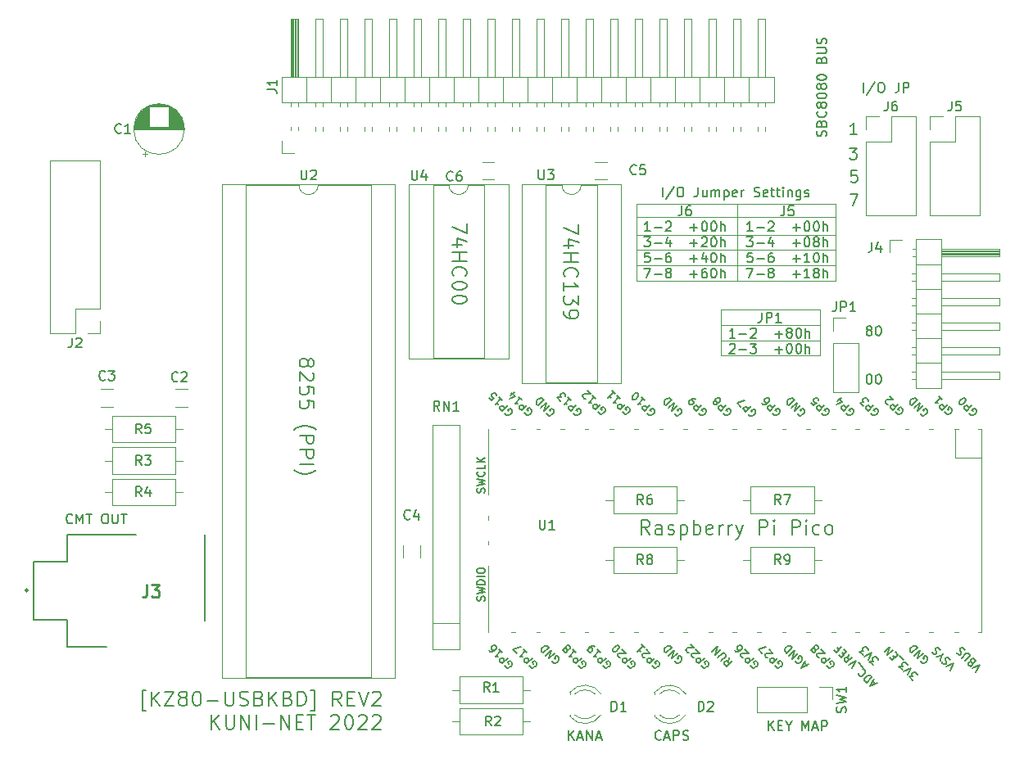
<source format=gto>
G04 #@! TF.GenerationSoftware,KiCad,Pcbnew,(6.0.4-0)*
G04 #@! TF.CreationDate,2022-06-01T20:22:46+09:00*
G04 #@! TF.ProjectId,KZ80-USBKBD,4b5a3830-2d55-4534-924b-42442e6b6963,rev?*
G04 #@! TF.SameCoordinates,Original*
G04 #@! TF.FileFunction,Legend,Top*
G04 #@! TF.FilePolarity,Positive*
%FSLAX46Y46*%
G04 Gerber Fmt 4.6, Leading zero omitted, Abs format (unit mm)*
G04 Created by KiCad (PCBNEW (6.0.4-0)) date 2022-06-01 20:22:46*
%MOMM*%
%LPD*%
G01*
G04 APERTURE LIST*
%ADD10C,0.120000*%
%ADD11C,0.200000*%
%ADD12C,0.150000*%
%ADD13C,0.254000*%
%ADD14O,2.000000X3.000000*%
%ADD15O,3.000000X2.000000*%
%ADD16C,1.702000*%
%ADD17C,1.902000*%
%ADD18O,1.802000X1.802000*%
%ADD19O,2.102000X3.102000*%
%ADD20O,3.102000X2.102000*%
%ADD21C,3.302000*%
%ADD22O,1.702000X1.702000*%
%ADD23O,1.602000X1.602000*%
%ADD24O,1.902000X1.902000*%
G04 APERTURE END LIST*
D10*
X154852000Y-72968000D02*
X155052000Y-72968000D01*
X154852000Y-80968000D02*
X165252000Y-80968000D01*
X163588000Y-85490000D02*
X163588000Y-83890000D01*
X173788000Y-88690000D02*
X173788000Y-85490000D01*
X165252000Y-72968000D02*
X165252000Y-80968000D01*
X155052000Y-72968000D02*
X175452000Y-72968000D01*
X165252000Y-80968000D02*
X175452000Y-80968000D01*
X175452000Y-77768000D02*
X154852000Y-77768000D01*
X173788000Y-83890000D02*
X173788000Y-85490000D01*
X154852000Y-74368000D02*
X154852000Y-72968000D01*
X173788000Y-85490000D02*
X163588000Y-85490000D01*
X154852000Y-79368000D02*
X175452000Y-79368000D01*
X154852000Y-74368000D02*
X154852000Y-80968000D01*
X154852000Y-76168000D02*
X175452000Y-76168000D01*
X173788000Y-87090000D02*
X163588000Y-87090000D01*
X163588000Y-85490000D02*
X163588000Y-88690000D01*
X163588000Y-83890000D02*
X173788000Y-83890000D01*
X175452000Y-72968000D02*
X175452000Y-74368000D01*
X175452000Y-74368000D02*
X154852000Y-74368000D01*
X163588000Y-88690000D02*
X173788000Y-88690000D01*
X175452000Y-74368000D02*
X175452000Y-80968000D01*
D11*
X176883000Y-67198857D02*
X177625857Y-67198857D01*
X177225857Y-67656000D01*
X177397285Y-67656000D01*
X177511571Y-67713142D01*
X177568714Y-67770285D01*
X177625857Y-67884571D01*
X177625857Y-68170285D01*
X177568714Y-68284571D01*
X177511571Y-68341714D01*
X177397285Y-68398857D01*
X177054428Y-68398857D01*
X176940142Y-68341714D01*
X176883000Y-68284571D01*
X177629714Y-69554857D02*
X177058285Y-69554857D01*
X177001142Y-70126285D01*
X177058285Y-70069142D01*
X177172571Y-70012000D01*
X177458285Y-70012000D01*
X177572571Y-70069142D01*
X177629714Y-70126285D01*
X177686857Y-70240571D01*
X177686857Y-70526285D01*
X177629714Y-70640571D01*
X177572571Y-70697714D01*
X177458285Y-70754857D01*
X177172571Y-70754857D01*
X177058285Y-70697714D01*
X177001142Y-70640571D01*
X176944000Y-71954857D02*
X177744000Y-71954857D01*
X177229714Y-73154857D01*
D12*
X178852190Y-90606380D02*
X178947428Y-90606380D01*
X179042666Y-90654000D01*
X179090285Y-90701619D01*
X179137904Y-90796857D01*
X179185523Y-90987333D01*
X179185523Y-91225428D01*
X179137904Y-91415904D01*
X179090285Y-91511142D01*
X179042666Y-91558761D01*
X178947428Y-91606380D01*
X178852190Y-91606380D01*
X178756952Y-91558761D01*
X178709333Y-91511142D01*
X178661714Y-91415904D01*
X178614095Y-91225428D01*
X178614095Y-90987333D01*
X178661714Y-90796857D01*
X178709333Y-90701619D01*
X178756952Y-90654000D01*
X178852190Y-90606380D01*
X179804571Y-90606380D02*
X179899809Y-90606380D01*
X179995047Y-90654000D01*
X180042666Y-90701619D01*
X180090285Y-90796857D01*
X180137904Y-90987333D01*
X180137904Y-91225428D01*
X180090285Y-91415904D01*
X180042666Y-91511142D01*
X179995047Y-91558761D01*
X179899809Y-91606380D01*
X179804571Y-91606380D01*
X179709333Y-91558761D01*
X179661714Y-91511142D01*
X179614095Y-91415904D01*
X179566476Y-91225428D01*
X179566476Y-90987333D01*
X179614095Y-90796857D01*
X179661714Y-90701619D01*
X179709333Y-90654000D01*
X179804571Y-90606380D01*
D11*
X137291428Y-75027428D02*
X137291428Y-76027428D01*
X135791428Y-75384571D01*
X136791428Y-77241714D02*
X135791428Y-77241714D01*
X137362857Y-76884571D02*
X136291428Y-76527428D01*
X136291428Y-77456000D01*
X135791428Y-78027428D02*
X137291428Y-78027428D01*
X136577142Y-78027428D02*
X136577142Y-78884571D01*
X135791428Y-78884571D02*
X137291428Y-78884571D01*
X135934285Y-80456000D02*
X135862857Y-80384571D01*
X135791428Y-80170285D01*
X135791428Y-80027428D01*
X135862857Y-79813142D01*
X136005714Y-79670285D01*
X136148571Y-79598857D01*
X136434285Y-79527428D01*
X136648571Y-79527428D01*
X136934285Y-79598857D01*
X137077142Y-79670285D01*
X137220000Y-79813142D01*
X137291428Y-80027428D01*
X137291428Y-80170285D01*
X137220000Y-80384571D01*
X137148571Y-80456000D01*
X137291428Y-81384571D02*
X137291428Y-81527428D01*
X137220000Y-81670285D01*
X137148571Y-81741714D01*
X137005714Y-81813142D01*
X136720000Y-81884571D01*
X136362857Y-81884571D01*
X136077142Y-81813142D01*
X135934285Y-81741714D01*
X135862857Y-81670285D01*
X135791428Y-81527428D01*
X135791428Y-81384571D01*
X135862857Y-81241714D01*
X135934285Y-81170285D01*
X136077142Y-81098857D01*
X136362857Y-81027428D01*
X136720000Y-81027428D01*
X137005714Y-81098857D01*
X137148571Y-81170285D01*
X137220000Y-81241714D01*
X137291428Y-81384571D01*
X137291428Y-82813142D02*
X137291428Y-82956000D01*
X137220000Y-83098857D01*
X137148571Y-83170285D01*
X137005714Y-83241714D01*
X136720000Y-83313142D01*
X136362857Y-83313142D01*
X136077142Y-83241714D01*
X135934285Y-83170285D01*
X135862857Y-83098857D01*
X135791428Y-82956000D01*
X135791428Y-82813142D01*
X135862857Y-82670285D01*
X135934285Y-82598857D01*
X136077142Y-82527428D01*
X136362857Y-82456000D01*
X136720000Y-82456000D01*
X137005714Y-82527428D01*
X137148571Y-82598857D01*
X137220000Y-82670285D01*
X137291428Y-82813142D01*
X148821428Y-75107142D02*
X148821428Y-76107142D01*
X147321428Y-75464285D01*
X148321428Y-77321428D02*
X147321428Y-77321428D01*
X148892857Y-76964285D02*
X147821428Y-76607142D01*
X147821428Y-77535714D01*
X147321428Y-78107142D02*
X148821428Y-78107142D01*
X148107142Y-78107142D02*
X148107142Y-78964285D01*
X147321428Y-78964285D02*
X148821428Y-78964285D01*
X147464285Y-80535714D02*
X147392857Y-80464285D01*
X147321428Y-80250000D01*
X147321428Y-80107142D01*
X147392857Y-79892857D01*
X147535714Y-79750000D01*
X147678571Y-79678571D01*
X147964285Y-79607142D01*
X148178571Y-79607142D01*
X148464285Y-79678571D01*
X148607142Y-79750000D01*
X148750000Y-79892857D01*
X148821428Y-80107142D01*
X148821428Y-80250000D01*
X148750000Y-80464285D01*
X148678571Y-80535714D01*
X147321428Y-81964285D02*
X147321428Y-81107142D01*
X147321428Y-81535714D02*
X148821428Y-81535714D01*
X148607142Y-81392857D01*
X148464285Y-81250000D01*
X148392857Y-81107142D01*
X148821428Y-82464285D02*
X148821428Y-83392857D01*
X148250000Y-82892857D01*
X148250000Y-83107142D01*
X148178571Y-83250000D01*
X148107142Y-83321428D01*
X147964285Y-83392857D01*
X147607142Y-83392857D01*
X147464285Y-83321428D01*
X147392857Y-83250000D01*
X147321428Y-83107142D01*
X147321428Y-82678571D01*
X147392857Y-82535714D01*
X147464285Y-82464285D01*
X147321428Y-84107142D02*
X147321428Y-84392857D01*
X147392857Y-84535714D01*
X147464285Y-84607142D01*
X147678571Y-84750000D01*
X147964285Y-84821428D01*
X148535714Y-84821428D01*
X148678571Y-84750000D01*
X148750000Y-84678571D01*
X148821428Y-84535714D01*
X148821428Y-84250000D01*
X148750000Y-84107142D01*
X148678571Y-84035714D01*
X148535714Y-83964285D01*
X148178571Y-83964285D01*
X148035714Y-84035714D01*
X147964285Y-84107142D01*
X147892857Y-84250000D01*
X147892857Y-84535714D01*
X147964285Y-84678571D01*
X148035714Y-84750000D01*
X148178571Y-84821428D01*
X120880571Y-89285714D02*
X120952000Y-89142857D01*
X121023428Y-89071428D01*
X121166285Y-89000000D01*
X121237714Y-89000000D01*
X121380571Y-89071428D01*
X121452000Y-89142857D01*
X121523428Y-89285714D01*
X121523428Y-89571428D01*
X121452000Y-89714285D01*
X121380571Y-89785714D01*
X121237714Y-89857142D01*
X121166285Y-89857142D01*
X121023428Y-89785714D01*
X120952000Y-89714285D01*
X120880571Y-89571428D01*
X120880571Y-89285714D01*
X120809142Y-89142857D01*
X120737714Y-89071428D01*
X120594857Y-89000000D01*
X120309142Y-89000000D01*
X120166285Y-89071428D01*
X120094857Y-89142857D01*
X120023428Y-89285714D01*
X120023428Y-89571428D01*
X120094857Y-89714285D01*
X120166285Y-89785714D01*
X120309142Y-89857142D01*
X120594857Y-89857142D01*
X120737714Y-89785714D01*
X120809142Y-89714285D01*
X120880571Y-89571428D01*
X121380571Y-90428571D02*
X121452000Y-90500000D01*
X121523428Y-90642857D01*
X121523428Y-91000000D01*
X121452000Y-91142857D01*
X121380571Y-91214285D01*
X121237714Y-91285714D01*
X121094857Y-91285714D01*
X120880571Y-91214285D01*
X120023428Y-90357142D01*
X120023428Y-91285714D01*
X121523428Y-92642857D02*
X121523428Y-91928571D01*
X120809142Y-91857142D01*
X120880571Y-91928571D01*
X120952000Y-92071428D01*
X120952000Y-92428571D01*
X120880571Y-92571428D01*
X120809142Y-92642857D01*
X120666285Y-92714285D01*
X120309142Y-92714285D01*
X120166285Y-92642857D01*
X120094857Y-92571428D01*
X120023428Y-92428571D01*
X120023428Y-92071428D01*
X120094857Y-91928571D01*
X120166285Y-91857142D01*
X121523428Y-94071428D02*
X121523428Y-93357142D01*
X120809142Y-93285714D01*
X120880571Y-93357142D01*
X120952000Y-93500000D01*
X120952000Y-93857142D01*
X120880571Y-94000000D01*
X120809142Y-94071428D01*
X120666285Y-94142857D01*
X120309142Y-94142857D01*
X120166285Y-94071428D01*
X120094857Y-94000000D01*
X120023428Y-93857142D01*
X120023428Y-93500000D01*
X120094857Y-93357142D01*
X120166285Y-93285714D01*
X119452000Y-96357142D02*
X119523428Y-96285714D01*
X119737714Y-96142857D01*
X119880571Y-96071428D01*
X120094857Y-96000000D01*
X120452000Y-95928571D01*
X120737714Y-95928571D01*
X121094857Y-96000000D01*
X121309142Y-96071428D01*
X121452000Y-96142857D01*
X121666285Y-96285714D01*
X121737714Y-96357142D01*
X120023428Y-96928571D02*
X121523428Y-96928571D01*
X121523428Y-97500000D01*
X121452000Y-97642857D01*
X121380571Y-97714285D01*
X121237714Y-97785714D01*
X121023428Y-97785714D01*
X120880571Y-97714285D01*
X120809142Y-97642857D01*
X120737714Y-97500000D01*
X120737714Y-96928571D01*
X120023428Y-98428571D02*
X121523428Y-98428571D01*
X121523428Y-99000000D01*
X121452000Y-99142857D01*
X121380571Y-99214285D01*
X121237714Y-99285714D01*
X121023428Y-99285714D01*
X120880571Y-99214285D01*
X120809142Y-99142857D01*
X120737714Y-99000000D01*
X120737714Y-98428571D01*
X120023428Y-99928571D02*
X121523428Y-99928571D01*
X119452000Y-100500000D02*
X119523428Y-100571428D01*
X119737714Y-100714285D01*
X119880571Y-100785714D01*
X120094857Y-100857142D01*
X120452000Y-100928571D01*
X120737714Y-100928571D01*
X121094857Y-100857142D01*
X121309142Y-100785714D01*
X121452000Y-100714285D01*
X121666285Y-100571428D01*
X121737714Y-100500000D01*
D12*
X147857142Y-128452380D02*
X147857142Y-127452380D01*
X148428571Y-128452380D02*
X148000000Y-127880952D01*
X148428571Y-127452380D02*
X147857142Y-128023809D01*
X148809523Y-128166666D02*
X149285714Y-128166666D01*
X148714285Y-128452380D02*
X149047619Y-127452380D01*
X149380952Y-128452380D01*
X149714285Y-128452380D02*
X149714285Y-127452380D01*
X150285714Y-128452380D01*
X150285714Y-127452380D01*
X150714285Y-128166666D02*
X151190476Y-128166666D01*
X150619047Y-128452380D02*
X150952380Y-127452380D01*
X151285714Y-128452380D01*
X157580190Y-72258380D02*
X157580190Y-71258380D01*
X158770666Y-71210761D02*
X157913523Y-72496476D01*
X159294476Y-71258380D02*
X159484952Y-71258380D01*
X159580190Y-71306000D01*
X159675428Y-71401238D01*
X159723047Y-71591714D01*
X159723047Y-71925047D01*
X159675428Y-72115523D01*
X159580190Y-72210761D01*
X159484952Y-72258380D01*
X159294476Y-72258380D01*
X159199238Y-72210761D01*
X159104000Y-72115523D01*
X159056380Y-71925047D01*
X159056380Y-71591714D01*
X159104000Y-71401238D01*
X159199238Y-71306000D01*
X159294476Y-71258380D01*
X161199238Y-71258380D02*
X161199238Y-71972666D01*
X161151619Y-72115523D01*
X161056380Y-72210761D01*
X160913523Y-72258380D01*
X160818285Y-72258380D01*
X162104000Y-71591714D02*
X162104000Y-72258380D01*
X161675428Y-71591714D02*
X161675428Y-72115523D01*
X161723047Y-72210761D01*
X161818285Y-72258380D01*
X161961142Y-72258380D01*
X162056380Y-72210761D01*
X162104000Y-72163142D01*
X162580190Y-72258380D02*
X162580190Y-71591714D01*
X162580190Y-71686952D02*
X162627809Y-71639333D01*
X162723047Y-71591714D01*
X162865904Y-71591714D01*
X162961142Y-71639333D01*
X163008761Y-71734571D01*
X163008761Y-72258380D01*
X163008761Y-71734571D02*
X163056380Y-71639333D01*
X163151619Y-71591714D01*
X163294476Y-71591714D01*
X163389714Y-71639333D01*
X163437333Y-71734571D01*
X163437333Y-72258380D01*
X163913523Y-71591714D02*
X163913523Y-72591714D01*
X163913523Y-71639333D02*
X164008761Y-71591714D01*
X164199238Y-71591714D01*
X164294476Y-71639333D01*
X164342095Y-71686952D01*
X164389714Y-71782190D01*
X164389714Y-72067904D01*
X164342095Y-72163142D01*
X164294476Y-72210761D01*
X164199238Y-72258380D01*
X164008761Y-72258380D01*
X163913523Y-72210761D01*
X165199238Y-72210761D02*
X165104000Y-72258380D01*
X164913523Y-72258380D01*
X164818285Y-72210761D01*
X164770666Y-72115523D01*
X164770666Y-71734571D01*
X164818285Y-71639333D01*
X164913523Y-71591714D01*
X165104000Y-71591714D01*
X165199238Y-71639333D01*
X165246857Y-71734571D01*
X165246857Y-71829809D01*
X164770666Y-71925047D01*
X165675428Y-72258380D02*
X165675428Y-71591714D01*
X165675428Y-71782190D02*
X165723047Y-71686952D01*
X165770666Y-71639333D01*
X165865904Y-71591714D01*
X165961142Y-71591714D01*
X167008761Y-72210761D02*
X167151619Y-72258380D01*
X167389714Y-72258380D01*
X167484952Y-72210761D01*
X167532571Y-72163142D01*
X167580190Y-72067904D01*
X167580190Y-71972666D01*
X167532571Y-71877428D01*
X167484952Y-71829809D01*
X167389714Y-71782190D01*
X167199238Y-71734571D01*
X167104000Y-71686952D01*
X167056380Y-71639333D01*
X167008761Y-71544095D01*
X167008761Y-71448857D01*
X167056380Y-71353619D01*
X167104000Y-71306000D01*
X167199238Y-71258380D01*
X167437333Y-71258380D01*
X167580190Y-71306000D01*
X168389714Y-72210761D02*
X168294476Y-72258380D01*
X168104000Y-72258380D01*
X168008761Y-72210761D01*
X167961142Y-72115523D01*
X167961142Y-71734571D01*
X168008761Y-71639333D01*
X168104000Y-71591714D01*
X168294476Y-71591714D01*
X168389714Y-71639333D01*
X168437333Y-71734571D01*
X168437333Y-71829809D01*
X167961142Y-71925047D01*
X168723047Y-71591714D02*
X169103999Y-71591714D01*
X168865904Y-71258380D02*
X168865904Y-72115523D01*
X168913523Y-72210761D01*
X169008761Y-72258380D01*
X169103999Y-72258380D01*
X169294476Y-71591714D02*
X169675428Y-71591714D01*
X169437333Y-71258380D02*
X169437333Y-72115523D01*
X169484952Y-72210761D01*
X169580190Y-72258380D01*
X169675428Y-72258380D01*
X170008761Y-72258380D02*
X170008761Y-71591714D01*
X170008761Y-71258380D02*
X169961142Y-71306000D01*
X170008761Y-71353619D01*
X170056380Y-71306000D01*
X170008761Y-71258380D01*
X170008761Y-71353619D01*
X170484952Y-71591714D02*
X170484952Y-72258380D01*
X170484952Y-71686952D02*
X170532571Y-71639333D01*
X170627809Y-71591714D01*
X170770666Y-71591714D01*
X170865904Y-71639333D01*
X170913523Y-71734571D01*
X170913523Y-72258380D01*
X171818285Y-71591714D02*
X171818285Y-72401238D01*
X171770666Y-72496476D01*
X171723047Y-72544095D01*
X171627809Y-72591714D01*
X171484952Y-72591714D01*
X171389714Y-72544095D01*
X171818285Y-72210761D02*
X171723047Y-72258380D01*
X171532571Y-72258380D01*
X171437333Y-72210761D01*
X171389714Y-72163142D01*
X171342095Y-72067904D01*
X171342095Y-71782190D01*
X171389714Y-71686952D01*
X171437333Y-71639333D01*
X171532571Y-71591714D01*
X171723047Y-71591714D01*
X171818285Y-71639333D01*
X172246857Y-72210761D02*
X172342095Y-72258380D01*
X172532571Y-72258380D01*
X172627809Y-72210761D01*
X172675428Y-72115523D01*
X172675428Y-72067904D01*
X172627809Y-71972666D01*
X172532571Y-71925047D01*
X172389714Y-71925047D01*
X172294476Y-71877428D01*
X172246857Y-71782190D01*
X172246857Y-71734571D01*
X172294476Y-71639333D01*
X172389714Y-71591714D01*
X172532571Y-71591714D01*
X172627809Y-71639333D01*
D11*
X104128571Y-125415071D02*
X103771428Y-125415071D01*
X103771428Y-123272214D01*
X104128571Y-123272214D01*
X104699999Y-124915071D02*
X104699999Y-123415071D01*
X105557142Y-124915071D02*
X104914285Y-124057928D01*
X105557142Y-123415071D02*
X104699999Y-124272214D01*
X106057142Y-123415071D02*
X107057142Y-123415071D01*
X106057142Y-124915071D01*
X107057142Y-124915071D01*
X107842857Y-124057928D02*
X107699999Y-123986500D01*
X107628571Y-123915071D01*
X107557142Y-123772214D01*
X107557142Y-123700785D01*
X107628571Y-123557928D01*
X107699999Y-123486500D01*
X107842857Y-123415071D01*
X108128571Y-123415071D01*
X108271428Y-123486500D01*
X108342857Y-123557928D01*
X108414285Y-123700785D01*
X108414285Y-123772214D01*
X108342857Y-123915071D01*
X108271428Y-123986500D01*
X108128571Y-124057928D01*
X107842857Y-124057928D01*
X107699999Y-124129357D01*
X107628571Y-124200785D01*
X107557142Y-124343642D01*
X107557142Y-124629357D01*
X107628571Y-124772214D01*
X107699999Y-124843642D01*
X107842857Y-124915071D01*
X108128571Y-124915071D01*
X108271428Y-124843642D01*
X108342857Y-124772214D01*
X108414285Y-124629357D01*
X108414285Y-124343642D01*
X108342857Y-124200785D01*
X108271428Y-124129357D01*
X108128571Y-124057928D01*
X109342857Y-123415071D02*
X109485714Y-123415071D01*
X109628571Y-123486500D01*
X109699999Y-123557928D01*
X109771428Y-123700785D01*
X109842857Y-123986500D01*
X109842857Y-124343642D01*
X109771428Y-124629357D01*
X109699999Y-124772214D01*
X109628571Y-124843642D01*
X109485714Y-124915071D01*
X109342857Y-124915071D01*
X109199999Y-124843642D01*
X109128571Y-124772214D01*
X109057142Y-124629357D01*
X108985714Y-124343642D01*
X108985714Y-123986500D01*
X109057142Y-123700785D01*
X109128571Y-123557928D01*
X109199999Y-123486500D01*
X109342857Y-123415071D01*
X110485714Y-124343642D02*
X111628571Y-124343642D01*
X112342857Y-123415071D02*
X112342857Y-124629357D01*
X112414285Y-124772214D01*
X112485714Y-124843642D01*
X112628571Y-124915071D01*
X112914285Y-124915071D01*
X113057142Y-124843642D01*
X113128571Y-124772214D01*
X113199999Y-124629357D01*
X113199999Y-123415071D01*
X113842857Y-124843642D02*
X114057142Y-124915071D01*
X114414285Y-124915071D01*
X114557142Y-124843642D01*
X114628571Y-124772214D01*
X114699999Y-124629357D01*
X114699999Y-124486500D01*
X114628571Y-124343642D01*
X114557142Y-124272214D01*
X114414285Y-124200785D01*
X114128571Y-124129357D01*
X113985714Y-124057928D01*
X113914285Y-123986500D01*
X113842857Y-123843642D01*
X113842857Y-123700785D01*
X113914285Y-123557928D01*
X113985714Y-123486500D01*
X114128571Y-123415071D01*
X114485714Y-123415071D01*
X114699999Y-123486500D01*
X115842857Y-124129357D02*
X116057142Y-124200785D01*
X116128571Y-124272214D01*
X116199999Y-124415071D01*
X116199999Y-124629357D01*
X116128571Y-124772214D01*
X116057142Y-124843642D01*
X115914285Y-124915071D01*
X115342857Y-124915071D01*
X115342857Y-123415071D01*
X115842857Y-123415071D01*
X115985714Y-123486500D01*
X116057142Y-123557928D01*
X116128571Y-123700785D01*
X116128571Y-123843642D01*
X116057142Y-123986500D01*
X115985714Y-124057928D01*
X115842857Y-124129357D01*
X115342857Y-124129357D01*
X116842857Y-124915071D02*
X116842857Y-123415071D01*
X117699999Y-124915071D02*
X117057142Y-124057928D01*
X117699999Y-123415071D02*
X116842857Y-124272214D01*
X118842857Y-124129357D02*
X119057142Y-124200785D01*
X119128571Y-124272214D01*
X119199999Y-124415071D01*
X119199999Y-124629357D01*
X119128571Y-124772214D01*
X119057142Y-124843642D01*
X118914285Y-124915071D01*
X118342857Y-124915071D01*
X118342857Y-123415071D01*
X118842857Y-123415071D01*
X118985714Y-123486500D01*
X119057142Y-123557928D01*
X119128571Y-123700785D01*
X119128571Y-123843642D01*
X119057142Y-123986500D01*
X118985714Y-124057928D01*
X118842857Y-124129357D01*
X118342857Y-124129357D01*
X119842857Y-124915071D02*
X119842857Y-123415071D01*
X120199999Y-123415071D01*
X120414285Y-123486500D01*
X120557142Y-123629357D01*
X120628571Y-123772214D01*
X120699999Y-124057928D01*
X120699999Y-124272214D01*
X120628571Y-124557928D01*
X120557142Y-124700785D01*
X120414285Y-124843642D01*
X120199999Y-124915071D01*
X119842857Y-124915071D01*
X121199999Y-125415071D02*
X121557142Y-125415071D01*
X121557142Y-123272214D01*
X121199999Y-123272214D01*
X124342857Y-124915071D02*
X123842857Y-124200785D01*
X123485714Y-124915071D02*
X123485714Y-123415071D01*
X124057142Y-123415071D01*
X124199999Y-123486500D01*
X124271428Y-123557928D01*
X124342857Y-123700785D01*
X124342857Y-123915071D01*
X124271428Y-124057928D01*
X124199999Y-124129357D01*
X124057142Y-124200785D01*
X123485714Y-124200785D01*
X124985714Y-124129357D02*
X125485714Y-124129357D01*
X125699999Y-124915071D02*
X124985714Y-124915071D01*
X124985714Y-123415071D01*
X125699999Y-123415071D01*
X126128571Y-123415071D02*
X126628571Y-124915071D01*
X127128571Y-123415071D01*
X127557142Y-123557928D02*
X127628571Y-123486500D01*
X127771428Y-123415071D01*
X128128571Y-123415071D01*
X128271428Y-123486500D01*
X128342857Y-123557928D01*
X128414285Y-123700785D01*
X128414285Y-123843642D01*
X128342857Y-124057928D01*
X127485714Y-124915071D01*
X128414285Y-124915071D01*
X110914285Y-127330071D02*
X110914285Y-125830071D01*
X111771428Y-127330071D02*
X111128571Y-126472928D01*
X111771428Y-125830071D02*
X110914285Y-126687214D01*
X112414285Y-125830071D02*
X112414285Y-127044357D01*
X112485714Y-127187214D01*
X112557142Y-127258642D01*
X112700000Y-127330071D01*
X112985714Y-127330071D01*
X113128571Y-127258642D01*
X113200000Y-127187214D01*
X113271428Y-127044357D01*
X113271428Y-125830071D01*
X113985714Y-127330071D02*
X113985714Y-125830071D01*
X114842857Y-127330071D01*
X114842857Y-125830071D01*
X115557142Y-127330071D02*
X115557142Y-125830071D01*
X116271428Y-126758642D02*
X117414285Y-126758642D01*
X118128571Y-127330071D02*
X118128571Y-125830071D01*
X118985714Y-127330071D01*
X118985714Y-125830071D01*
X119700000Y-126544357D02*
X120200000Y-126544357D01*
X120414285Y-127330071D02*
X119700000Y-127330071D01*
X119700000Y-125830071D01*
X120414285Y-125830071D01*
X120842857Y-125830071D02*
X121700000Y-125830071D01*
X121271428Y-127330071D02*
X121271428Y-125830071D01*
X123271428Y-125972928D02*
X123342857Y-125901500D01*
X123485714Y-125830071D01*
X123842857Y-125830071D01*
X123985714Y-125901500D01*
X124057142Y-125972928D01*
X124128571Y-126115785D01*
X124128571Y-126258642D01*
X124057142Y-126472928D01*
X123200000Y-127330071D01*
X124128571Y-127330071D01*
X125057142Y-125830071D02*
X125200000Y-125830071D01*
X125342857Y-125901500D01*
X125414285Y-125972928D01*
X125485714Y-126115785D01*
X125557142Y-126401500D01*
X125557142Y-126758642D01*
X125485714Y-127044357D01*
X125414285Y-127187214D01*
X125342857Y-127258642D01*
X125200000Y-127330071D01*
X125057142Y-127330071D01*
X124914285Y-127258642D01*
X124842857Y-127187214D01*
X124771428Y-127044357D01*
X124700000Y-126758642D01*
X124700000Y-126401500D01*
X124771428Y-126115785D01*
X124842857Y-125972928D01*
X124914285Y-125901500D01*
X125057142Y-125830071D01*
X126128571Y-125972928D02*
X126200000Y-125901500D01*
X126342857Y-125830071D01*
X126700000Y-125830071D01*
X126842857Y-125901500D01*
X126914285Y-125972928D01*
X126985714Y-126115785D01*
X126985714Y-126258642D01*
X126914285Y-126472928D01*
X126057142Y-127330071D01*
X126985714Y-127330071D01*
X127557142Y-125972928D02*
X127628571Y-125901500D01*
X127771428Y-125830071D01*
X128128571Y-125830071D01*
X128271428Y-125901500D01*
X128342857Y-125972928D01*
X128414285Y-126115785D01*
X128414285Y-126258642D01*
X128342857Y-126472928D01*
X127485714Y-127330071D01*
X128414285Y-127330071D01*
D12*
X178804571Y-86034952D02*
X178709333Y-85987333D01*
X178661714Y-85939714D01*
X178614095Y-85844476D01*
X178614095Y-85796857D01*
X178661714Y-85701619D01*
X178709333Y-85654000D01*
X178804571Y-85606380D01*
X178995047Y-85606380D01*
X179090285Y-85654000D01*
X179137904Y-85701619D01*
X179185523Y-85796857D01*
X179185523Y-85844476D01*
X179137904Y-85939714D01*
X179090285Y-85987333D01*
X178995047Y-86034952D01*
X178804571Y-86034952D01*
X178709333Y-86082571D01*
X178661714Y-86130190D01*
X178614095Y-86225428D01*
X178614095Y-86415904D01*
X178661714Y-86511142D01*
X178709333Y-86558761D01*
X178804571Y-86606380D01*
X178995047Y-86606380D01*
X179090285Y-86558761D01*
X179137904Y-86511142D01*
X179185523Y-86415904D01*
X179185523Y-86225428D01*
X179137904Y-86130190D01*
X179090285Y-86082571D01*
X178995047Y-86034952D01*
X179804571Y-85606380D02*
X179899809Y-85606380D01*
X179995047Y-85654000D01*
X180042666Y-85701619D01*
X180090285Y-85796857D01*
X180137904Y-85987333D01*
X180137904Y-86225428D01*
X180090285Y-86415904D01*
X180042666Y-86511142D01*
X179995047Y-86558761D01*
X179899809Y-86606380D01*
X179804571Y-86606380D01*
X179709333Y-86558761D01*
X179661714Y-86511142D01*
X179614095Y-86415904D01*
X179566476Y-86225428D01*
X179566476Y-85987333D01*
X179614095Y-85796857D01*
X179661714Y-85701619D01*
X179709333Y-85654000D01*
X179804571Y-85606380D01*
X178336476Y-61452380D02*
X178336476Y-60452380D01*
X179526952Y-60404761D02*
X178669809Y-61690476D01*
X180050761Y-60452380D02*
X180241238Y-60452380D01*
X180336476Y-60500000D01*
X180431714Y-60595238D01*
X180479333Y-60785714D01*
X180479333Y-61119047D01*
X180431714Y-61309523D01*
X180336476Y-61404761D01*
X180241238Y-61452380D01*
X180050761Y-61452380D01*
X179955523Y-61404761D01*
X179860285Y-61309523D01*
X179812666Y-61119047D01*
X179812666Y-60785714D01*
X179860285Y-60595238D01*
X179955523Y-60500000D01*
X180050761Y-60452380D01*
X181955523Y-60452380D02*
X181955523Y-61166666D01*
X181907904Y-61309523D01*
X181812666Y-61404761D01*
X181669809Y-61452380D01*
X181574571Y-61452380D01*
X182431714Y-61452380D02*
X182431714Y-60452380D01*
X182812666Y-60452380D01*
X182907904Y-60500000D01*
X182955523Y-60547619D01*
X183003142Y-60642857D01*
X183003142Y-60785714D01*
X182955523Y-60880952D01*
X182907904Y-60928571D01*
X182812666Y-60976190D01*
X182431714Y-60976190D01*
X174446761Y-65999428D02*
X174494380Y-65856571D01*
X174494380Y-65618476D01*
X174446761Y-65523238D01*
X174399142Y-65475619D01*
X174303904Y-65428000D01*
X174208666Y-65428000D01*
X174113428Y-65475619D01*
X174065809Y-65523238D01*
X174018190Y-65618476D01*
X173970571Y-65808952D01*
X173922952Y-65904190D01*
X173875333Y-65951809D01*
X173780095Y-65999428D01*
X173684857Y-65999428D01*
X173589619Y-65951809D01*
X173542000Y-65904190D01*
X173494380Y-65808952D01*
X173494380Y-65570857D01*
X173542000Y-65428000D01*
X173970571Y-64666095D02*
X174018190Y-64523238D01*
X174065809Y-64475619D01*
X174161047Y-64428000D01*
X174303904Y-64428000D01*
X174399142Y-64475619D01*
X174446761Y-64523238D01*
X174494380Y-64618476D01*
X174494380Y-64999428D01*
X173494380Y-64999428D01*
X173494380Y-64666095D01*
X173542000Y-64570857D01*
X173589619Y-64523238D01*
X173684857Y-64475619D01*
X173780095Y-64475619D01*
X173875333Y-64523238D01*
X173922952Y-64570857D01*
X173970571Y-64666095D01*
X173970571Y-64999428D01*
X174399142Y-63428000D02*
X174446761Y-63475619D01*
X174494380Y-63618476D01*
X174494380Y-63713714D01*
X174446761Y-63856571D01*
X174351523Y-63951809D01*
X174256285Y-63999428D01*
X174065809Y-64047047D01*
X173922952Y-64047047D01*
X173732476Y-63999428D01*
X173637238Y-63951809D01*
X173542000Y-63856571D01*
X173494380Y-63713714D01*
X173494380Y-63618476D01*
X173542000Y-63475619D01*
X173589619Y-63428000D01*
X173922952Y-62856571D02*
X173875333Y-62951809D01*
X173827714Y-62999428D01*
X173732476Y-63047047D01*
X173684857Y-63047047D01*
X173589619Y-62999428D01*
X173542000Y-62951809D01*
X173494380Y-62856571D01*
X173494380Y-62666095D01*
X173542000Y-62570857D01*
X173589619Y-62523238D01*
X173684857Y-62475619D01*
X173732476Y-62475619D01*
X173827714Y-62523238D01*
X173875333Y-62570857D01*
X173922952Y-62666095D01*
X173922952Y-62856571D01*
X173970571Y-62951809D01*
X174018190Y-62999428D01*
X174113428Y-63047047D01*
X174303904Y-63047047D01*
X174399142Y-62999428D01*
X174446761Y-62951809D01*
X174494380Y-62856571D01*
X174494380Y-62666095D01*
X174446761Y-62570857D01*
X174399142Y-62523238D01*
X174303904Y-62475619D01*
X174113428Y-62475619D01*
X174018190Y-62523238D01*
X173970571Y-62570857D01*
X173922952Y-62666095D01*
X173494380Y-61856571D02*
X173494380Y-61761333D01*
X173542000Y-61666095D01*
X173589619Y-61618476D01*
X173684857Y-61570857D01*
X173875333Y-61523238D01*
X174113428Y-61523238D01*
X174303904Y-61570857D01*
X174399142Y-61618476D01*
X174446761Y-61666095D01*
X174494380Y-61761333D01*
X174494380Y-61856571D01*
X174446761Y-61951809D01*
X174399142Y-61999428D01*
X174303904Y-62047047D01*
X174113428Y-62094666D01*
X173875333Y-62094666D01*
X173684857Y-62047047D01*
X173589619Y-61999428D01*
X173542000Y-61951809D01*
X173494380Y-61856571D01*
X173922952Y-60951809D02*
X173875333Y-61047047D01*
X173827714Y-61094666D01*
X173732476Y-61142285D01*
X173684857Y-61142285D01*
X173589619Y-61094666D01*
X173542000Y-61047047D01*
X173494380Y-60951809D01*
X173494380Y-60761333D01*
X173542000Y-60666095D01*
X173589619Y-60618476D01*
X173684857Y-60570857D01*
X173732476Y-60570857D01*
X173827714Y-60618476D01*
X173875333Y-60666095D01*
X173922952Y-60761333D01*
X173922952Y-60951809D01*
X173970571Y-61047047D01*
X174018190Y-61094666D01*
X174113428Y-61142285D01*
X174303904Y-61142285D01*
X174399142Y-61094666D01*
X174446761Y-61047047D01*
X174494380Y-60951809D01*
X174494380Y-60761333D01*
X174446761Y-60666095D01*
X174399142Y-60618476D01*
X174303904Y-60570857D01*
X174113428Y-60570857D01*
X174018190Y-60618476D01*
X173970571Y-60666095D01*
X173922952Y-60761333D01*
X173494380Y-59951809D02*
X173494380Y-59856571D01*
X173542000Y-59761333D01*
X173589619Y-59713714D01*
X173684857Y-59666095D01*
X173875333Y-59618476D01*
X174113428Y-59618476D01*
X174303904Y-59666095D01*
X174399142Y-59713714D01*
X174446761Y-59761333D01*
X174494380Y-59856571D01*
X174494380Y-59951809D01*
X174446761Y-60047047D01*
X174399142Y-60094666D01*
X174303904Y-60142285D01*
X174113428Y-60189904D01*
X173875333Y-60189904D01*
X173684857Y-60142285D01*
X173589619Y-60094666D01*
X173542000Y-60047047D01*
X173494380Y-59951809D01*
X173970571Y-58094666D02*
X174018190Y-57951809D01*
X174065809Y-57904190D01*
X174161047Y-57856571D01*
X174303904Y-57856571D01*
X174399142Y-57904190D01*
X174446761Y-57951809D01*
X174494380Y-58047047D01*
X174494380Y-58428000D01*
X173494380Y-58428000D01*
X173494380Y-58094666D01*
X173542000Y-57999428D01*
X173589619Y-57951809D01*
X173684857Y-57904190D01*
X173780095Y-57904190D01*
X173875333Y-57951809D01*
X173922952Y-57999428D01*
X173970571Y-58094666D01*
X173970571Y-58428000D01*
X173494380Y-57428000D02*
X174303904Y-57428000D01*
X174399142Y-57380380D01*
X174446761Y-57332761D01*
X174494380Y-57237523D01*
X174494380Y-57047047D01*
X174446761Y-56951809D01*
X174399142Y-56904190D01*
X174303904Y-56856571D01*
X173494380Y-56856571D01*
X174446761Y-56428000D02*
X174494380Y-56285142D01*
X174494380Y-56047047D01*
X174446761Y-55951809D01*
X174399142Y-55904190D01*
X174303904Y-55856571D01*
X174208666Y-55856571D01*
X174113428Y-55904190D01*
X174065809Y-55951809D01*
X174018190Y-56047047D01*
X173970571Y-56237523D01*
X173922952Y-56332761D01*
X173875333Y-56380380D01*
X173780095Y-56428000D01*
X173684857Y-56428000D01*
X173589619Y-56380380D01*
X173542000Y-56332761D01*
X173494380Y-56237523D01*
X173494380Y-55999428D01*
X173542000Y-55856571D01*
D11*
X156200000Y-107178571D02*
X155700000Y-106464285D01*
X155342857Y-107178571D02*
X155342857Y-105678571D01*
X155914285Y-105678571D01*
X156057142Y-105750000D01*
X156128571Y-105821428D01*
X156200000Y-105964285D01*
X156200000Y-106178571D01*
X156128571Y-106321428D01*
X156057142Y-106392857D01*
X155914285Y-106464285D01*
X155342857Y-106464285D01*
X157485714Y-107178571D02*
X157485714Y-106392857D01*
X157414285Y-106250000D01*
X157271428Y-106178571D01*
X156985714Y-106178571D01*
X156842857Y-106250000D01*
X157485714Y-107107142D02*
X157342857Y-107178571D01*
X156985714Y-107178571D01*
X156842857Y-107107142D01*
X156771428Y-106964285D01*
X156771428Y-106821428D01*
X156842857Y-106678571D01*
X156985714Y-106607142D01*
X157342857Y-106607142D01*
X157485714Y-106535714D01*
X158128571Y-107107142D02*
X158271428Y-107178571D01*
X158557142Y-107178571D01*
X158700000Y-107107142D01*
X158771428Y-106964285D01*
X158771428Y-106892857D01*
X158700000Y-106750000D01*
X158557142Y-106678571D01*
X158342857Y-106678571D01*
X158200000Y-106607142D01*
X158128571Y-106464285D01*
X158128571Y-106392857D01*
X158200000Y-106250000D01*
X158342857Y-106178571D01*
X158557142Y-106178571D01*
X158700000Y-106250000D01*
X159414285Y-106178571D02*
X159414285Y-107678571D01*
X159414285Y-106250000D02*
X159557142Y-106178571D01*
X159842857Y-106178571D01*
X159985714Y-106250000D01*
X160057142Y-106321428D01*
X160128571Y-106464285D01*
X160128571Y-106892857D01*
X160057142Y-107035714D01*
X159985714Y-107107142D01*
X159842857Y-107178571D01*
X159557142Y-107178571D01*
X159414285Y-107107142D01*
X160771428Y-107178571D02*
X160771428Y-105678571D01*
X160771428Y-106250000D02*
X160914285Y-106178571D01*
X161200000Y-106178571D01*
X161342857Y-106250000D01*
X161414285Y-106321428D01*
X161485714Y-106464285D01*
X161485714Y-106892857D01*
X161414285Y-107035714D01*
X161342857Y-107107142D01*
X161200000Y-107178571D01*
X160914285Y-107178571D01*
X160771428Y-107107142D01*
X162700000Y-107107142D02*
X162557142Y-107178571D01*
X162271428Y-107178571D01*
X162128571Y-107107142D01*
X162057142Y-106964285D01*
X162057142Y-106392857D01*
X162128571Y-106250000D01*
X162271428Y-106178571D01*
X162557142Y-106178571D01*
X162700000Y-106250000D01*
X162771428Y-106392857D01*
X162771428Y-106535714D01*
X162057142Y-106678571D01*
X163414285Y-107178571D02*
X163414285Y-106178571D01*
X163414285Y-106464285D02*
X163485714Y-106321428D01*
X163557142Y-106250000D01*
X163700000Y-106178571D01*
X163842857Y-106178571D01*
X164342857Y-107178571D02*
X164342857Y-106178571D01*
X164342857Y-106464285D02*
X164414285Y-106321428D01*
X164485714Y-106250000D01*
X164628571Y-106178571D01*
X164771428Y-106178571D01*
X165128571Y-106178571D02*
X165485714Y-107178571D01*
X165842857Y-106178571D02*
X165485714Y-107178571D01*
X165342857Y-107535714D01*
X165271428Y-107607142D01*
X165128571Y-107678571D01*
X167557142Y-107178571D02*
X167557142Y-105678571D01*
X168128571Y-105678571D01*
X168271428Y-105750000D01*
X168342857Y-105821428D01*
X168414285Y-105964285D01*
X168414285Y-106178571D01*
X168342857Y-106321428D01*
X168271428Y-106392857D01*
X168128571Y-106464285D01*
X167557142Y-106464285D01*
X169057142Y-107178571D02*
X169057142Y-106178571D01*
X169057142Y-105678571D02*
X168985714Y-105750000D01*
X169057142Y-105821428D01*
X169128571Y-105750000D01*
X169057142Y-105678571D01*
X169057142Y-105821428D01*
X170914285Y-107178571D02*
X170914285Y-105678571D01*
X171485714Y-105678571D01*
X171628571Y-105750000D01*
X171700000Y-105821428D01*
X171771428Y-105964285D01*
X171771428Y-106178571D01*
X171700000Y-106321428D01*
X171628571Y-106392857D01*
X171485714Y-106464285D01*
X170914285Y-106464285D01*
X172414285Y-107178571D02*
X172414285Y-106178571D01*
X172414285Y-105678571D02*
X172342857Y-105750000D01*
X172414285Y-105821428D01*
X172485714Y-105750000D01*
X172414285Y-105678571D01*
X172414285Y-105821428D01*
X173771428Y-107107142D02*
X173628571Y-107178571D01*
X173342857Y-107178571D01*
X173200000Y-107107142D01*
X173128571Y-107035714D01*
X173057142Y-106892857D01*
X173057142Y-106464285D01*
X173128571Y-106321428D01*
X173200000Y-106250000D01*
X173342857Y-106178571D01*
X173628571Y-106178571D01*
X173771428Y-106250000D01*
X174628571Y-107178571D02*
X174485714Y-107107142D01*
X174414285Y-107035714D01*
X174342857Y-106892857D01*
X174342857Y-106464285D01*
X174414285Y-106321428D01*
X174485714Y-106250000D01*
X174628571Y-106178571D01*
X174842857Y-106178571D01*
X174985714Y-106250000D01*
X175057142Y-106321428D01*
X175128571Y-106464285D01*
X175128571Y-106892857D01*
X175057142Y-107035714D01*
X174985714Y-107107142D01*
X174842857Y-107178571D01*
X174628571Y-107178571D01*
D12*
X168476190Y-127452380D02*
X168476190Y-126452380D01*
X169047619Y-127452380D02*
X168619047Y-126880952D01*
X169047619Y-126452380D02*
X168476190Y-127023809D01*
X169476190Y-126928571D02*
X169809523Y-126928571D01*
X169952380Y-127452380D02*
X169476190Y-127452380D01*
X169476190Y-126452380D01*
X169952380Y-126452380D01*
X170571428Y-126976190D02*
X170571428Y-127452380D01*
X170238095Y-126452380D02*
X170571428Y-126976190D01*
X170904761Y-126452380D01*
X172000000Y-127452380D02*
X172000000Y-126452380D01*
X172333333Y-127166666D01*
X172666666Y-126452380D01*
X172666666Y-127452380D01*
X173095238Y-127166666D02*
X173571428Y-127166666D01*
X173000000Y-127452380D02*
X173333333Y-126452380D01*
X173666666Y-127452380D01*
X174000000Y-127452380D02*
X174000000Y-126452380D01*
X174380952Y-126452380D01*
X174476190Y-126500000D01*
X174523809Y-126547619D01*
X174571428Y-126642857D01*
X174571428Y-126785714D01*
X174523809Y-126880952D01*
X174476190Y-126928571D01*
X174380952Y-126976190D01*
X174000000Y-126976190D01*
X170118666Y-73200380D02*
X170118666Y-73914666D01*
X170071047Y-74057523D01*
X169975809Y-74152761D01*
X169832952Y-74200380D01*
X169737714Y-74200380D01*
X171071047Y-73200380D02*
X170594857Y-73200380D01*
X170547238Y-73676571D01*
X170594857Y-73628952D01*
X170690095Y-73581333D01*
X170928190Y-73581333D01*
X171023428Y-73628952D01*
X171071047Y-73676571D01*
X171118666Y-73771809D01*
X171118666Y-74009904D01*
X171071047Y-74105142D01*
X171023428Y-74152761D01*
X170928190Y-74200380D01*
X170690095Y-74200380D01*
X170594857Y-74152761D01*
X170547238Y-74105142D01*
X166856761Y-75810380D02*
X166285333Y-75810380D01*
X166571047Y-75810380D02*
X166571047Y-74810380D01*
X166475809Y-74953238D01*
X166380571Y-75048476D01*
X166285333Y-75096095D01*
X167285333Y-75429428D02*
X168047238Y-75429428D01*
X168475809Y-74905619D02*
X168523428Y-74858000D01*
X168618666Y-74810380D01*
X168856761Y-74810380D01*
X168952000Y-74858000D01*
X168999619Y-74905619D01*
X169047238Y-75000857D01*
X169047238Y-75096095D01*
X168999619Y-75238952D01*
X168428190Y-75810380D01*
X169047238Y-75810380D01*
X170999619Y-75429428D02*
X171761523Y-75429428D01*
X171380571Y-75810380D02*
X171380571Y-75048476D01*
X172428190Y-74810380D02*
X172523428Y-74810380D01*
X172618666Y-74858000D01*
X172666285Y-74905619D01*
X172713904Y-75000857D01*
X172761523Y-75191333D01*
X172761523Y-75429428D01*
X172713904Y-75619904D01*
X172666285Y-75715142D01*
X172618666Y-75762761D01*
X172523428Y-75810380D01*
X172428190Y-75810380D01*
X172332952Y-75762761D01*
X172285333Y-75715142D01*
X172237714Y-75619904D01*
X172190095Y-75429428D01*
X172190095Y-75191333D01*
X172237714Y-75000857D01*
X172285333Y-74905619D01*
X172332952Y-74858000D01*
X172428190Y-74810380D01*
X173380571Y-74810380D02*
X173475809Y-74810380D01*
X173571047Y-74858000D01*
X173618666Y-74905619D01*
X173666285Y-75000857D01*
X173713904Y-75191333D01*
X173713904Y-75429428D01*
X173666285Y-75619904D01*
X173618666Y-75715142D01*
X173571047Y-75762761D01*
X173475809Y-75810380D01*
X173380571Y-75810380D01*
X173285333Y-75762761D01*
X173237714Y-75715142D01*
X173190095Y-75619904D01*
X173142476Y-75429428D01*
X173142476Y-75191333D01*
X173190095Y-75000857D01*
X173237714Y-74905619D01*
X173285333Y-74858000D01*
X173380571Y-74810380D01*
X174142476Y-75810380D02*
X174142476Y-74810380D01*
X174571047Y-75810380D02*
X174571047Y-75286571D01*
X174523428Y-75191333D01*
X174428190Y-75143714D01*
X174285333Y-75143714D01*
X174190095Y-75191333D01*
X174142476Y-75238952D01*
X166237714Y-76420380D02*
X166856761Y-76420380D01*
X166523428Y-76801333D01*
X166666285Y-76801333D01*
X166761523Y-76848952D01*
X166809142Y-76896571D01*
X166856761Y-76991809D01*
X166856761Y-77229904D01*
X166809142Y-77325142D01*
X166761523Y-77372761D01*
X166666285Y-77420380D01*
X166380571Y-77420380D01*
X166285333Y-77372761D01*
X166237714Y-77325142D01*
X167285333Y-77039428D02*
X168047238Y-77039428D01*
X168952000Y-76753714D02*
X168952000Y-77420380D01*
X168713904Y-76372761D02*
X168475809Y-77087047D01*
X169094857Y-77087047D01*
X170999619Y-77039428D02*
X171761523Y-77039428D01*
X171380571Y-77420380D02*
X171380571Y-76658476D01*
X172428190Y-76420380D02*
X172523428Y-76420380D01*
X172618666Y-76468000D01*
X172666285Y-76515619D01*
X172713904Y-76610857D01*
X172761523Y-76801333D01*
X172761523Y-77039428D01*
X172713904Y-77229904D01*
X172666285Y-77325142D01*
X172618666Y-77372761D01*
X172523428Y-77420380D01*
X172428190Y-77420380D01*
X172332952Y-77372761D01*
X172285333Y-77325142D01*
X172237714Y-77229904D01*
X172190095Y-77039428D01*
X172190095Y-76801333D01*
X172237714Y-76610857D01*
X172285333Y-76515619D01*
X172332952Y-76468000D01*
X172428190Y-76420380D01*
X173332952Y-76848952D02*
X173237714Y-76801333D01*
X173190095Y-76753714D01*
X173142476Y-76658476D01*
X173142476Y-76610857D01*
X173190095Y-76515619D01*
X173237714Y-76468000D01*
X173332952Y-76420380D01*
X173523428Y-76420380D01*
X173618666Y-76468000D01*
X173666285Y-76515619D01*
X173713904Y-76610857D01*
X173713904Y-76658476D01*
X173666285Y-76753714D01*
X173618666Y-76801333D01*
X173523428Y-76848952D01*
X173332952Y-76848952D01*
X173237714Y-76896571D01*
X173190095Y-76944190D01*
X173142476Y-77039428D01*
X173142476Y-77229904D01*
X173190095Y-77325142D01*
X173237714Y-77372761D01*
X173332952Y-77420380D01*
X173523428Y-77420380D01*
X173618666Y-77372761D01*
X173666285Y-77325142D01*
X173713904Y-77229904D01*
X173713904Y-77039428D01*
X173666285Y-76944190D01*
X173618666Y-76896571D01*
X173523428Y-76848952D01*
X174142476Y-77420380D02*
X174142476Y-76420380D01*
X174571047Y-77420380D02*
X174571047Y-76896571D01*
X174523428Y-76801333D01*
X174428190Y-76753714D01*
X174285333Y-76753714D01*
X174190095Y-76801333D01*
X174142476Y-76848952D01*
X166809142Y-78030380D02*
X166332952Y-78030380D01*
X166285333Y-78506571D01*
X166332952Y-78458952D01*
X166428190Y-78411333D01*
X166666285Y-78411333D01*
X166761523Y-78458952D01*
X166809142Y-78506571D01*
X166856761Y-78601809D01*
X166856761Y-78839904D01*
X166809142Y-78935142D01*
X166761523Y-78982761D01*
X166666285Y-79030380D01*
X166428190Y-79030380D01*
X166332952Y-78982761D01*
X166285333Y-78935142D01*
X167285333Y-78649428D02*
X168047238Y-78649428D01*
X168952000Y-78030380D02*
X168761523Y-78030380D01*
X168666285Y-78078000D01*
X168618666Y-78125619D01*
X168523428Y-78268476D01*
X168475809Y-78458952D01*
X168475809Y-78839904D01*
X168523428Y-78935142D01*
X168571047Y-78982761D01*
X168666285Y-79030380D01*
X168856761Y-79030380D01*
X168952000Y-78982761D01*
X168999619Y-78935142D01*
X169047238Y-78839904D01*
X169047238Y-78601809D01*
X168999619Y-78506571D01*
X168952000Y-78458952D01*
X168856761Y-78411333D01*
X168666285Y-78411333D01*
X168571047Y-78458952D01*
X168523428Y-78506571D01*
X168475809Y-78601809D01*
X170999619Y-78649428D02*
X171761523Y-78649428D01*
X171380571Y-79030380D02*
X171380571Y-78268476D01*
X172761523Y-79030380D02*
X172190095Y-79030380D01*
X172475809Y-79030380D02*
X172475809Y-78030380D01*
X172380571Y-78173238D01*
X172285333Y-78268476D01*
X172190095Y-78316095D01*
X173380571Y-78030380D02*
X173475809Y-78030380D01*
X173571047Y-78078000D01*
X173618666Y-78125619D01*
X173666285Y-78220857D01*
X173713904Y-78411333D01*
X173713904Y-78649428D01*
X173666285Y-78839904D01*
X173618666Y-78935142D01*
X173571047Y-78982761D01*
X173475809Y-79030380D01*
X173380571Y-79030380D01*
X173285333Y-78982761D01*
X173237714Y-78935142D01*
X173190095Y-78839904D01*
X173142476Y-78649428D01*
X173142476Y-78411333D01*
X173190095Y-78220857D01*
X173237714Y-78125619D01*
X173285333Y-78078000D01*
X173380571Y-78030380D01*
X174142476Y-79030380D02*
X174142476Y-78030380D01*
X174571047Y-79030380D02*
X174571047Y-78506571D01*
X174523428Y-78411333D01*
X174428190Y-78363714D01*
X174285333Y-78363714D01*
X174190095Y-78411333D01*
X174142476Y-78458952D01*
X166237714Y-79640380D02*
X166904380Y-79640380D01*
X166475809Y-80640380D01*
X167285333Y-80259428D02*
X168047238Y-80259428D01*
X168666285Y-80068952D02*
X168571047Y-80021333D01*
X168523428Y-79973714D01*
X168475809Y-79878476D01*
X168475809Y-79830857D01*
X168523428Y-79735619D01*
X168571047Y-79688000D01*
X168666285Y-79640380D01*
X168856761Y-79640380D01*
X168952000Y-79688000D01*
X168999619Y-79735619D01*
X169047238Y-79830857D01*
X169047238Y-79878476D01*
X168999619Y-79973714D01*
X168952000Y-80021333D01*
X168856761Y-80068952D01*
X168666285Y-80068952D01*
X168571047Y-80116571D01*
X168523428Y-80164190D01*
X168475809Y-80259428D01*
X168475809Y-80449904D01*
X168523428Y-80545142D01*
X168571047Y-80592761D01*
X168666285Y-80640380D01*
X168856761Y-80640380D01*
X168952000Y-80592761D01*
X168999619Y-80545142D01*
X169047238Y-80449904D01*
X169047238Y-80259428D01*
X168999619Y-80164190D01*
X168952000Y-80116571D01*
X168856761Y-80068952D01*
X170999619Y-80259428D02*
X171761523Y-80259428D01*
X171380571Y-80640380D02*
X171380571Y-79878476D01*
X172761523Y-80640380D02*
X172190095Y-80640380D01*
X172475809Y-80640380D02*
X172475809Y-79640380D01*
X172380571Y-79783238D01*
X172285333Y-79878476D01*
X172190095Y-79926095D01*
X173332952Y-80068952D02*
X173237714Y-80021333D01*
X173190095Y-79973714D01*
X173142476Y-79878476D01*
X173142476Y-79830857D01*
X173190095Y-79735619D01*
X173237714Y-79688000D01*
X173332952Y-79640380D01*
X173523428Y-79640380D01*
X173618666Y-79688000D01*
X173666285Y-79735619D01*
X173713904Y-79830857D01*
X173713904Y-79878476D01*
X173666285Y-79973714D01*
X173618666Y-80021333D01*
X173523428Y-80068952D01*
X173332952Y-80068952D01*
X173237714Y-80116571D01*
X173190095Y-80164190D01*
X173142476Y-80259428D01*
X173142476Y-80449904D01*
X173190095Y-80545142D01*
X173237714Y-80592761D01*
X173332952Y-80640380D01*
X173523428Y-80640380D01*
X173618666Y-80592761D01*
X173666285Y-80545142D01*
X173713904Y-80449904D01*
X173713904Y-80259428D01*
X173666285Y-80164190D01*
X173618666Y-80116571D01*
X173523428Y-80068952D01*
X174142476Y-80640380D02*
X174142476Y-79640380D01*
X174571047Y-80640380D02*
X174571047Y-80116571D01*
X174523428Y-80021333D01*
X174428190Y-79973714D01*
X174285333Y-79973714D01*
X174190095Y-80021333D01*
X174142476Y-80068952D01*
X157404761Y-128357142D02*
X157357142Y-128404761D01*
X157214285Y-128452380D01*
X157119047Y-128452380D01*
X156976190Y-128404761D01*
X156880952Y-128309523D01*
X156833333Y-128214285D01*
X156785714Y-128023809D01*
X156785714Y-127880952D01*
X156833333Y-127690476D01*
X156880952Y-127595238D01*
X156976190Y-127500000D01*
X157119047Y-127452380D01*
X157214285Y-127452380D01*
X157357142Y-127500000D01*
X157404761Y-127547619D01*
X157785714Y-128166666D02*
X158261904Y-128166666D01*
X157690476Y-128452380D02*
X158023809Y-127452380D01*
X158357142Y-128452380D01*
X158690476Y-128452380D02*
X158690476Y-127452380D01*
X159071428Y-127452380D01*
X159166666Y-127500000D01*
X159214285Y-127547619D01*
X159261904Y-127642857D01*
X159261904Y-127785714D01*
X159214285Y-127880952D01*
X159166666Y-127928571D01*
X159071428Y-127976190D01*
X158690476Y-127976190D01*
X159642857Y-128404761D02*
X159785714Y-128452380D01*
X160023809Y-128452380D01*
X160119047Y-128404761D01*
X160166666Y-128357142D01*
X160214285Y-128261904D01*
X160214285Y-128166666D01*
X160166666Y-128071428D01*
X160119047Y-128023809D01*
X160023809Y-127976190D01*
X159833333Y-127928571D01*
X159738095Y-127880952D01*
X159690476Y-127833333D01*
X159642857Y-127738095D01*
X159642857Y-127642857D01*
X159690476Y-127547619D01*
X159738095Y-127500000D01*
X159833333Y-127452380D01*
X160071428Y-127452380D01*
X160214285Y-127500000D01*
X96547619Y-105957142D02*
X96500000Y-106004761D01*
X96357142Y-106052380D01*
X96261904Y-106052380D01*
X96119047Y-106004761D01*
X96023809Y-105909523D01*
X95976190Y-105814285D01*
X95928571Y-105623809D01*
X95928571Y-105480952D01*
X95976190Y-105290476D01*
X96023809Y-105195238D01*
X96119047Y-105100000D01*
X96261904Y-105052380D01*
X96357142Y-105052380D01*
X96500000Y-105100000D01*
X96547619Y-105147619D01*
X96976190Y-106052380D02*
X96976190Y-105052380D01*
X97309523Y-105766666D01*
X97642857Y-105052380D01*
X97642857Y-106052380D01*
X97976190Y-105052380D02*
X98547619Y-105052380D01*
X98261904Y-106052380D02*
X98261904Y-105052380D01*
X99833333Y-105052380D02*
X100023809Y-105052380D01*
X100119047Y-105100000D01*
X100214285Y-105195238D01*
X100261904Y-105385714D01*
X100261904Y-105719047D01*
X100214285Y-105909523D01*
X100119047Y-106004761D01*
X100023809Y-106052380D01*
X99833333Y-106052380D01*
X99738095Y-106004761D01*
X99642857Y-105909523D01*
X99595238Y-105719047D01*
X99595238Y-105385714D01*
X99642857Y-105195238D01*
X99738095Y-105100000D01*
X99833333Y-105052380D01*
X100690476Y-105052380D02*
X100690476Y-105861904D01*
X100738095Y-105957142D01*
X100785714Y-106004761D01*
X100880952Y-106052380D01*
X101071428Y-106052380D01*
X101166666Y-106004761D01*
X101214285Y-105957142D01*
X101261904Y-105861904D01*
X101261904Y-105052380D01*
X101595238Y-105052380D02*
X102166666Y-105052380D01*
X101880952Y-106052380D02*
X101880952Y-105052380D01*
X167804666Y-84232380D02*
X167804666Y-84946666D01*
X167757047Y-85089523D01*
X167661809Y-85184761D01*
X167518952Y-85232380D01*
X167423714Y-85232380D01*
X168280857Y-85232380D02*
X168280857Y-84232380D01*
X168661809Y-84232380D01*
X168757047Y-84280000D01*
X168804666Y-84327619D01*
X168852285Y-84422857D01*
X168852285Y-84565714D01*
X168804666Y-84660952D01*
X168757047Y-84708571D01*
X168661809Y-84756190D01*
X168280857Y-84756190D01*
X169804666Y-85232380D02*
X169233238Y-85232380D01*
X169518952Y-85232380D02*
X169518952Y-84232380D01*
X169423714Y-84375238D01*
X169328476Y-84470476D01*
X169233238Y-84518095D01*
X165042761Y-86842380D02*
X164471333Y-86842380D01*
X164757047Y-86842380D02*
X164757047Y-85842380D01*
X164661809Y-85985238D01*
X164566571Y-86080476D01*
X164471333Y-86128095D01*
X165471333Y-86461428D02*
X166233238Y-86461428D01*
X166661809Y-85937619D02*
X166709428Y-85890000D01*
X166804666Y-85842380D01*
X167042761Y-85842380D01*
X167138000Y-85890000D01*
X167185619Y-85937619D01*
X167233238Y-86032857D01*
X167233238Y-86128095D01*
X167185619Y-86270952D01*
X166614190Y-86842380D01*
X167233238Y-86842380D01*
X169185619Y-86461428D02*
X169947523Y-86461428D01*
X169566571Y-86842380D02*
X169566571Y-86080476D01*
X170566571Y-86270952D02*
X170471333Y-86223333D01*
X170423714Y-86175714D01*
X170376095Y-86080476D01*
X170376095Y-86032857D01*
X170423714Y-85937619D01*
X170471333Y-85890000D01*
X170566571Y-85842380D01*
X170757047Y-85842380D01*
X170852285Y-85890000D01*
X170899904Y-85937619D01*
X170947523Y-86032857D01*
X170947523Y-86080476D01*
X170899904Y-86175714D01*
X170852285Y-86223333D01*
X170757047Y-86270952D01*
X170566571Y-86270952D01*
X170471333Y-86318571D01*
X170423714Y-86366190D01*
X170376095Y-86461428D01*
X170376095Y-86651904D01*
X170423714Y-86747142D01*
X170471333Y-86794761D01*
X170566571Y-86842380D01*
X170757047Y-86842380D01*
X170852285Y-86794761D01*
X170899904Y-86747142D01*
X170947523Y-86651904D01*
X170947523Y-86461428D01*
X170899904Y-86366190D01*
X170852285Y-86318571D01*
X170757047Y-86270952D01*
X171566571Y-85842380D02*
X171661809Y-85842380D01*
X171757047Y-85890000D01*
X171804666Y-85937619D01*
X171852285Y-86032857D01*
X171899904Y-86223333D01*
X171899904Y-86461428D01*
X171852285Y-86651904D01*
X171804666Y-86747142D01*
X171757047Y-86794761D01*
X171661809Y-86842380D01*
X171566571Y-86842380D01*
X171471333Y-86794761D01*
X171423714Y-86747142D01*
X171376095Y-86651904D01*
X171328476Y-86461428D01*
X171328476Y-86223333D01*
X171376095Y-86032857D01*
X171423714Y-85937619D01*
X171471333Y-85890000D01*
X171566571Y-85842380D01*
X172328476Y-86842380D02*
X172328476Y-85842380D01*
X172757047Y-86842380D02*
X172757047Y-86318571D01*
X172709428Y-86223333D01*
X172614190Y-86175714D01*
X172471333Y-86175714D01*
X172376095Y-86223333D01*
X172328476Y-86270952D01*
X164471333Y-87547619D02*
X164518952Y-87500000D01*
X164614190Y-87452380D01*
X164852285Y-87452380D01*
X164947523Y-87500000D01*
X164995142Y-87547619D01*
X165042761Y-87642857D01*
X165042761Y-87738095D01*
X164995142Y-87880952D01*
X164423714Y-88452380D01*
X165042761Y-88452380D01*
X165471333Y-88071428D02*
X166233238Y-88071428D01*
X166614190Y-87452380D02*
X167233238Y-87452380D01*
X166899904Y-87833333D01*
X167042761Y-87833333D01*
X167138000Y-87880952D01*
X167185619Y-87928571D01*
X167233238Y-88023809D01*
X167233238Y-88261904D01*
X167185619Y-88357142D01*
X167138000Y-88404761D01*
X167042761Y-88452380D01*
X166757047Y-88452380D01*
X166661809Y-88404761D01*
X166614190Y-88357142D01*
X169185619Y-88071428D02*
X169947523Y-88071428D01*
X169566571Y-88452380D02*
X169566571Y-87690476D01*
X170614190Y-87452380D02*
X170709428Y-87452380D01*
X170804666Y-87500000D01*
X170852285Y-87547619D01*
X170899904Y-87642857D01*
X170947523Y-87833333D01*
X170947523Y-88071428D01*
X170899904Y-88261904D01*
X170852285Y-88357142D01*
X170804666Y-88404761D01*
X170709428Y-88452380D01*
X170614190Y-88452380D01*
X170518952Y-88404761D01*
X170471333Y-88357142D01*
X170423714Y-88261904D01*
X170376095Y-88071428D01*
X170376095Y-87833333D01*
X170423714Y-87642857D01*
X170471333Y-87547619D01*
X170518952Y-87500000D01*
X170614190Y-87452380D01*
X171566571Y-87452380D02*
X171661809Y-87452380D01*
X171757047Y-87500000D01*
X171804666Y-87547619D01*
X171852285Y-87642857D01*
X171899904Y-87833333D01*
X171899904Y-88071428D01*
X171852285Y-88261904D01*
X171804666Y-88357142D01*
X171757047Y-88404761D01*
X171661809Y-88452380D01*
X171566571Y-88452380D01*
X171471333Y-88404761D01*
X171423714Y-88357142D01*
X171376095Y-88261904D01*
X171328476Y-88071428D01*
X171328476Y-87833333D01*
X171376095Y-87642857D01*
X171423714Y-87547619D01*
X171471333Y-87500000D01*
X171566571Y-87452380D01*
X172328476Y-88452380D02*
X172328476Y-87452380D01*
X172757047Y-88452380D02*
X172757047Y-87928571D01*
X172709428Y-87833333D01*
X172614190Y-87785714D01*
X172471333Y-87785714D01*
X172376095Y-87833333D01*
X172328476Y-87880952D01*
D11*
X177625857Y-65798857D02*
X176940142Y-65798857D01*
X177283000Y-65798857D02*
X177283000Y-64598857D01*
X177168714Y-64770285D01*
X177054428Y-64884571D01*
X176940142Y-64941714D01*
D12*
X159518666Y-73200380D02*
X159518666Y-73914666D01*
X159471047Y-74057523D01*
X159375809Y-74152761D01*
X159232952Y-74200380D01*
X159137714Y-74200380D01*
X160423428Y-73200380D02*
X160232952Y-73200380D01*
X160137714Y-73248000D01*
X160090095Y-73295619D01*
X159994857Y-73438476D01*
X159947238Y-73628952D01*
X159947238Y-74009904D01*
X159994857Y-74105142D01*
X160042476Y-74152761D01*
X160137714Y-74200380D01*
X160328190Y-74200380D01*
X160423428Y-74152761D01*
X160471047Y-74105142D01*
X160518666Y-74009904D01*
X160518666Y-73771809D01*
X160471047Y-73676571D01*
X160423428Y-73628952D01*
X160328190Y-73581333D01*
X160137714Y-73581333D01*
X160042476Y-73628952D01*
X159994857Y-73676571D01*
X159947238Y-73771809D01*
X156256761Y-75810380D02*
X155685333Y-75810380D01*
X155971047Y-75810380D02*
X155971047Y-74810380D01*
X155875809Y-74953238D01*
X155780571Y-75048476D01*
X155685333Y-75096095D01*
X156685333Y-75429428D02*
X157447238Y-75429428D01*
X157875809Y-74905619D02*
X157923428Y-74858000D01*
X158018666Y-74810380D01*
X158256761Y-74810380D01*
X158352000Y-74858000D01*
X158399619Y-74905619D01*
X158447238Y-75000857D01*
X158447238Y-75096095D01*
X158399619Y-75238952D01*
X157828190Y-75810380D01*
X158447238Y-75810380D01*
X160399619Y-75429428D02*
X161161523Y-75429428D01*
X160780571Y-75810380D02*
X160780571Y-75048476D01*
X161828190Y-74810380D02*
X161923428Y-74810380D01*
X162018666Y-74858000D01*
X162066285Y-74905619D01*
X162113904Y-75000857D01*
X162161523Y-75191333D01*
X162161523Y-75429428D01*
X162113904Y-75619904D01*
X162066285Y-75715142D01*
X162018666Y-75762761D01*
X161923428Y-75810380D01*
X161828190Y-75810380D01*
X161732952Y-75762761D01*
X161685333Y-75715142D01*
X161637714Y-75619904D01*
X161590095Y-75429428D01*
X161590095Y-75191333D01*
X161637714Y-75000857D01*
X161685333Y-74905619D01*
X161732952Y-74858000D01*
X161828190Y-74810380D01*
X162780571Y-74810380D02*
X162875809Y-74810380D01*
X162971047Y-74858000D01*
X163018666Y-74905619D01*
X163066285Y-75000857D01*
X163113904Y-75191333D01*
X163113904Y-75429428D01*
X163066285Y-75619904D01*
X163018666Y-75715142D01*
X162971047Y-75762761D01*
X162875809Y-75810380D01*
X162780571Y-75810380D01*
X162685333Y-75762761D01*
X162637714Y-75715142D01*
X162590095Y-75619904D01*
X162542476Y-75429428D01*
X162542476Y-75191333D01*
X162590095Y-75000857D01*
X162637714Y-74905619D01*
X162685333Y-74858000D01*
X162780571Y-74810380D01*
X163542476Y-75810380D02*
X163542476Y-74810380D01*
X163971047Y-75810380D02*
X163971047Y-75286571D01*
X163923428Y-75191333D01*
X163828190Y-75143714D01*
X163685333Y-75143714D01*
X163590095Y-75191333D01*
X163542476Y-75238952D01*
X155637714Y-76420380D02*
X156256761Y-76420380D01*
X155923428Y-76801333D01*
X156066285Y-76801333D01*
X156161523Y-76848952D01*
X156209142Y-76896571D01*
X156256761Y-76991809D01*
X156256761Y-77229904D01*
X156209142Y-77325142D01*
X156161523Y-77372761D01*
X156066285Y-77420380D01*
X155780571Y-77420380D01*
X155685333Y-77372761D01*
X155637714Y-77325142D01*
X156685333Y-77039428D02*
X157447238Y-77039428D01*
X158352000Y-76753714D02*
X158352000Y-77420380D01*
X158113904Y-76372761D02*
X157875809Y-77087047D01*
X158494857Y-77087047D01*
X160399619Y-77039428D02*
X161161523Y-77039428D01*
X160780571Y-77420380D02*
X160780571Y-76658476D01*
X161590095Y-76515619D02*
X161637714Y-76468000D01*
X161732952Y-76420380D01*
X161971047Y-76420380D01*
X162066285Y-76468000D01*
X162113904Y-76515619D01*
X162161523Y-76610857D01*
X162161523Y-76706095D01*
X162113904Y-76848952D01*
X161542476Y-77420380D01*
X162161523Y-77420380D01*
X162780571Y-76420380D02*
X162875809Y-76420380D01*
X162971047Y-76468000D01*
X163018666Y-76515619D01*
X163066285Y-76610857D01*
X163113904Y-76801333D01*
X163113904Y-77039428D01*
X163066285Y-77229904D01*
X163018666Y-77325142D01*
X162971047Y-77372761D01*
X162875809Y-77420380D01*
X162780571Y-77420380D01*
X162685333Y-77372761D01*
X162637714Y-77325142D01*
X162590095Y-77229904D01*
X162542476Y-77039428D01*
X162542476Y-76801333D01*
X162590095Y-76610857D01*
X162637714Y-76515619D01*
X162685333Y-76468000D01*
X162780571Y-76420380D01*
X163542476Y-77420380D02*
X163542476Y-76420380D01*
X163971047Y-77420380D02*
X163971047Y-76896571D01*
X163923428Y-76801333D01*
X163828190Y-76753714D01*
X163685333Y-76753714D01*
X163590095Y-76801333D01*
X163542476Y-76848952D01*
X156209142Y-78030380D02*
X155732952Y-78030380D01*
X155685333Y-78506571D01*
X155732952Y-78458952D01*
X155828190Y-78411333D01*
X156066285Y-78411333D01*
X156161523Y-78458952D01*
X156209142Y-78506571D01*
X156256761Y-78601809D01*
X156256761Y-78839904D01*
X156209142Y-78935142D01*
X156161523Y-78982761D01*
X156066285Y-79030380D01*
X155828190Y-79030380D01*
X155732952Y-78982761D01*
X155685333Y-78935142D01*
X156685333Y-78649428D02*
X157447238Y-78649428D01*
X158352000Y-78030380D02*
X158161523Y-78030380D01*
X158066285Y-78078000D01*
X158018666Y-78125619D01*
X157923428Y-78268476D01*
X157875809Y-78458952D01*
X157875809Y-78839904D01*
X157923428Y-78935142D01*
X157971047Y-78982761D01*
X158066285Y-79030380D01*
X158256761Y-79030380D01*
X158352000Y-78982761D01*
X158399619Y-78935142D01*
X158447238Y-78839904D01*
X158447238Y-78601809D01*
X158399619Y-78506571D01*
X158352000Y-78458952D01*
X158256761Y-78411333D01*
X158066285Y-78411333D01*
X157971047Y-78458952D01*
X157923428Y-78506571D01*
X157875809Y-78601809D01*
X160399619Y-78649428D02*
X161161523Y-78649428D01*
X160780571Y-79030380D02*
X160780571Y-78268476D01*
X162066285Y-78363714D02*
X162066285Y-79030380D01*
X161828190Y-77982761D02*
X161590095Y-78697047D01*
X162209142Y-78697047D01*
X162780571Y-78030380D02*
X162875809Y-78030380D01*
X162971047Y-78078000D01*
X163018666Y-78125619D01*
X163066285Y-78220857D01*
X163113904Y-78411333D01*
X163113904Y-78649428D01*
X163066285Y-78839904D01*
X163018666Y-78935142D01*
X162971047Y-78982761D01*
X162875809Y-79030380D01*
X162780571Y-79030380D01*
X162685333Y-78982761D01*
X162637714Y-78935142D01*
X162590095Y-78839904D01*
X162542476Y-78649428D01*
X162542476Y-78411333D01*
X162590095Y-78220857D01*
X162637714Y-78125619D01*
X162685333Y-78078000D01*
X162780571Y-78030380D01*
X163542476Y-79030380D02*
X163542476Y-78030380D01*
X163971047Y-79030380D02*
X163971047Y-78506571D01*
X163923428Y-78411333D01*
X163828190Y-78363714D01*
X163685333Y-78363714D01*
X163590095Y-78411333D01*
X163542476Y-78458952D01*
X155637714Y-79640380D02*
X156304380Y-79640380D01*
X155875809Y-80640380D01*
X156685333Y-80259428D02*
X157447238Y-80259428D01*
X158066285Y-80068952D02*
X157971047Y-80021333D01*
X157923428Y-79973714D01*
X157875809Y-79878476D01*
X157875809Y-79830857D01*
X157923428Y-79735619D01*
X157971047Y-79688000D01*
X158066285Y-79640380D01*
X158256761Y-79640380D01*
X158352000Y-79688000D01*
X158399619Y-79735619D01*
X158447238Y-79830857D01*
X158447238Y-79878476D01*
X158399619Y-79973714D01*
X158352000Y-80021333D01*
X158256761Y-80068952D01*
X158066285Y-80068952D01*
X157971047Y-80116571D01*
X157923428Y-80164190D01*
X157875809Y-80259428D01*
X157875809Y-80449904D01*
X157923428Y-80545142D01*
X157971047Y-80592761D01*
X158066285Y-80640380D01*
X158256761Y-80640380D01*
X158352000Y-80592761D01*
X158399619Y-80545142D01*
X158447238Y-80449904D01*
X158447238Y-80259428D01*
X158399619Y-80164190D01*
X158352000Y-80116571D01*
X158256761Y-80068952D01*
X160399619Y-80259428D02*
X161161523Y-80259428D01*
X160780571Y-80640380D02*
X160780571Y-79878476D01*
X162066285Y-79640380D02*
X161875809Y-79640380D01*
X161780571Y-79688000D01*
X161732952Y-79735619D01*
X161637714Y-79878476D01*
X161590095Y-80068952D01*
X161590095Y-80449904D01*
X161637714Y-80545142D01*
X161685333Y-80592761D01*
X161780571Y-80640380D01*
X161971047Y-80640380D01*
X162066285Y-80592761D01*
X162113904Y-80545142D01*
X162161523Y-80449904D01*
X162161523Y-80211809D01*
X162113904Y-80116571D01*
X162066285Y-80068952D01*
X161971047Y-80021333D01*
X161780571Y-80021333D01*
X161685333Y-80068952D01*
X161637714Y-80116571D01*
X161590095Y-80211809D01*
X162780571Y-79640380D02*
X162875809Y-79640380D01*
X162971047Y-79688000D01*
X163018666Y-79735619D01*
X163066285Y-79830857D01*
X163113904Y-80021333D01*
X163113904Y-80259428D01*
X163066285Y-80449904D01*
X163018666Y-80545142D01*
X162971047Y-80592761D01*
X162875809Y-80640380D01*
X162780571Y-80640380D01*
X162685333Y-80592761D01*
X162637714Y-80545142D01*
X162590095Y-80449904D01*
X162542476Y-80259428D01*
X162542476Y-80021333D01*
X162590095Y-79830857D01*
X162637714Y-79735619D01*
X162685333Y-79688000D01*
X162780571Y-79640380D01*
X163542476Y-80640380D02*
X163542476Y-79640380D01*
X163971047Y-80640380D02*
X163971047Y-80116571D01*
X163923428Y-80021333D01*
X163828190Y-79973714D01*
X163685333Y-79973714D01*
X163590095Y-80021333D01*
X163542476Y-80068952D01*
X101583333Y-65607142D02*
X101535714Y-65654761D01*
X101392857Y-65702380D01*
X101297619Y-65702380D01*
X101154761Y-65654761D01*
X101059523Y-65559523D01*
X101011904Y-65464285D01*
X100964285Y-65273809D01*
X100964285Y-65130952D01*
X101011904Y-64940476D01*
X101059523Y-64845238D01*
X101154761Y-64750000D01*
X101297619Y-64702380D01*
X101392857Y-64702380D01*
X101535714Y-64750000D01*
X101583333Y-64797619D01*
X102535714Y-65702380D02*
X101964285Y-65702380D01*
X102250000Y-65702380D02*
X102250000Y-64702380D01*
X102154761Y-64845238D01*
X102059523Y-64940476D01*
X101964285Y-64988095D01*
X107441333Y-91275142D02*
X107393714Y-91322761D01*
X107250857Y-91370380D01*
X107155619Y-91370380D01*
X107012761Y-91322761D01*
X106917523Y-91227523D01*
X106869904Y-91132285D01*
X106822285Y-90941809D01*
X106822285Y-90798952D01*
X106869904Y-90608476D01*
X106917523Y-90513238D01*
X107012761Y-90418000D01*
X107155619Y-90370380D01*
X107250857Y-90370380D01*
X107393714Y-90418000D01*
X107441333Y-90465619D01*
X107822285Y-90465619D02*
X107869904Y-90418000D01*
X107965142Y-90370380D01*
X108203238Y-90370380D01*
X108298476Y-90418000D01*
X108346095Y-90465619D01*
X108393714Y-90560857D01*
X108393714Y-90656095D01*
X108346095Y-90798952D01*
X107774666Y-91370380D01*
X108393714Y-91370380D01*
X99941333Y-91143142D02*
X99893714Y-91190761D01*
X99750857Y-91238380D01*
X99655619Y-91238380D01*
X99512761Y-91190761D01*
X99417523Y-91095523D01*
X99369904Y-91000285D01*
X99322285Y-90809809D01*
X99322285Y-90666952D01*
X99369904Y-90476476D01*
X99417523Y-90381238D01*
X99512761Y-90286000D01*
X99655619Y-90238380D01*
X99750857Y-90238380D01*
X99893714Y-90286000D01*
X99941333Y-90333619D01*
X100274666Y-90238380D02*
X100893714Y-90238380D01*
X100560380Y-90619333D01*
X100703238Y-90619333D01*
X100798476Y-90666952D01*
X100846095Y-90714571D01*
X100893714Y-90809809D01*
X100893714Y-91047904D01*
X100846095Y-91143142D01*
X100798476Y-91190761D01*
X100703238Y-91238380D01*
X100417523Y-91238380D01*
X100322285Y-91190761D01*
X100274666Y-91143142D01*
X131457333Y-105541142D02*
X131409714Y-105588761D01*
X131266857Y-105636380D01*
X131171619Y-105636380D01*
X131028761Y-105588761D01*
X130933523Y-105493523D01*
X130885904Y-105398285D01*
X130838285Y-105207809D01*
X130838285Y-105064952D01*
X130885904Y-104874476D01*
X130933523Y-104779238D01*
X131028761Y-104684000D01*
X131171619Y-104636380D01*
X131266857Y-104636380D01*
X131409714Y-104684000D01*
X131457333Y-104731619D01*
X132314476Y-104969714D02*
X132314476Y-105636380D01*
X132076380Y-104588761D02*
X131838285Y-105303047D01*
X132457333Y-105303047D01*
X154833333Y-69857142D02*
X154785714Y-69904761D01*
X154642857Y-69952380D01*
X154547619Y-69952380D01*
X154404761Y-69904761D01*
X154309523Y-69809523D01*
X154261904Y-69714285D01*
X154214285Y-69523809D01*
X154214285Y-69380952D01*
X154261904Y-69190476D01*
X154309523Y-69095238D01*
X154404761Y-69000000D01*
X154547619Y-68952380D01*
X154642857Y-68952380D01*
X154785714Y-69000000D01*
X154833333Y-69047619D01*
X155738095Y-68952380D02*
X155261904Y-68952380D01*
X155214285Y-69428571D01*
X155261904Y-69380952D01*
X155357142Y-69333333D01*
X155595238Y-69333333D01*
X155690476Y-69380952D01*
X155738095Y-69428571D01*
X155785714Y-69523809D01*
X155785714Y-69761904D01*
X155738095Y-69857142D01*
X155690476Y-69904761D01*
X155595238Y-69952380D01*
X155357142Y-69952380D01*
X155261904Y-69904761D01*
X155214285Y-69857142D01*
X135861333Y-70521142D02*
X135813714Y-70568761D01*
X135670857Y-70616380D01*
X135575619Y-70616380D01*
X135432761Y-70568761D01*
X135337523Y-70473523D01*
X135289904Y-70378285D01*
X135242285Y-70187809D01*
X135242285Y-70044952D01*
X135289904Y-69854476D01*
X135337523Y-69759238D01*
X135432761Y-69664000D01*
X135575619Y-69616380D01*
X135670857Y-69616380D01*
X135813714Y-69664000D01*
X135861333Y-69711619D01*
X136718476Y-69616380D02*
X136528000Y-69616380D01*
X136432761Y-69664000D01*
X136385142Y-69711619D01*
X136289904Y-69854476D01*
X136242285Y-70044952D01*
X136242285Y-70425904D01*
X136289904Y-70521142D01*
X136337523Y-70568761D01*
X136432761Y-70616380D01*
X136623238Y-70616380D01*
X136718476Y-70568761D01*
X136766095Y-70521142D01*
X136813714Y-70425904D01*
X136813714Y-70187809D01*
X136766095Y-70092571D01*
X136718476Y-70044952D01*
X136623238Y-69997333D01*
X136432761Y-69997333D01*
X136337523Y-70044952D01*
X136289904Y-70092571D01*
X136242285Y-70187809D01*
X152261904Y-125452380D02*
X152261904Y-124452380D01*
X152500000Y-124452380D01*
X152642857Y-124500000D01*
X152738095Y-124595238D01*
X152785714Y-124690476D01*
X152833333Y-124880952D01*
X152833333Y-125023809D01*
X152785714Y-125214285D01*
X152738095Y-125309523D01*
X152642857Y-125404761D01*
X152500000Y-125452380D01*
X152261904Y-125452380D01*
X153785714Y-125452380D02*
X153214285Y-125452380D01*
X153500000Y-125452380D02*
X153500000Y-124452380D01*
X153404761Y-124595238D01*
X153309523Y-124690476D01*
X153214285Y-124738095D01*
X161261904Y-125452380D02*
X161261904Y-124452380D01*
X161500000Y-124452380D01*
X161642857Y-124500000D01*
X161738095Y-124595238D01*
X161785714Y-124690476D01*
X161833333Y-124880952D01*
X161833333Y-125023809D01*
X161785714Y-125214285D01*
X161738095Y-125309523D01*
X161642857Y-125404761D01*
X161500000Y-125452380D01*
X161261904Y-125452380D01*
X162214285Y-124547619D02*
X162261904Y-124500000D01*
X162357142Y-124452380D01*
X162595238Y-124452380D01*
X162690476Y-124500000D01*
X162738095Y-124547619D01*
X162785714Y-124642857D01*
X162785714Y-124738095D01*
X162738095Y-124880952D01*
X162166666Y-125452380D01*
X162785714Y-125452380D01*
X116682380Y-61178333D02*
X117396666Y-61178333D01*
X117539523Y-61225952D01*
X117634761Y-61321190D01*
X117682380Y-61464047D01*
X117682380Y-61559285D01*
X117682380Y-60178333D02*
X117682380Y-60749761D01*
X117682380Y-60464047D02*
X116682380Y-60464047D01*
X116825238Y-60559285D01*
X116920476Y-60654523D01*
X116968095Y-60749761D01*
X96497666Y-86845380D02*
X96497666Y-87559666D01*
X96450047Y-87702523D01*
X96354809Y-87797761D01*
X96211952Y-87845380D01*
X96116714Y-87845380D01*
X96926238Y-86940619D02*
X96973857Y-86893000D01*
X97069095Y-86845380D01*
X97307190Y-86845380D01*
X97402428Y-86893000D01*
X97450047Y-86940619D01*
X97497666Y-87035857D01*
X97497666Y-87131095D01*
X97450047Y-87273952D01*
X96878619Y-87845380D01*
X97497666Y-87845380D01*
D13*
X104254666Y-112397523D02*
X104254666Y-113304666D01*
X104194190Y-113486095D01*
X104073238Y-113607047D01*
X103891809Y-113667523D01*
X103770857Y-113667523D01*
X104738476Y-112397523D02*
X105524666Y-112397523D01*
X105101333Y-112881333D01*
X105282761Y-112881333D01*
X105403714Y-112941809D01*
X105464190Y-113002285D01*
X105524666Y-113123238D01*
X105524666Y-113425619D01*
X105464190Y-113546571D01*
X105403714Y-113607047D01*
X105282761Y-113667523D01*
X104919904Y-113667523D01*
X104798952Y-113607047D01*
X104738476Y-113546571D01*
D12*
X179166666Y-76952380D02*
X179166666Y-77666666D01*
X179119047Y-77809523D01*
X179023809Y-77904761D01*
X178880952Y-77952380D01*
X178785714Y-77952380D01*
X180071428Y-77285714D02*
X180071428Y-77952380D01*
X179833333Y-76904761D02*
X179595238Y-77619047D01*
X180214285Y-77619047D01*
X187419666Y-62378380D02*
X187419666Y-63092666D01*
X187372047Y-63235523D01*
X187276809Y-63330761D01*
X187133952Y-63378380D01*
X187038714Y-63378380D01*
X188372047Y-62378380D02*
X187895857Y-62378380D01*
X187848238Y-62854571D01*
X187895857Y-62806952D01*
X187991095Y-62759333D01*
X188229190Y-62759333D01*
X188324428Y-62806952D01*
X188372047Y-62854571D01*
X188419666Y-62949809D01*
X188419666Y-63187904D01*
X188372047Y-63283142D01*
X188324428Y-63330761D01*
X188229190Y-63378380D01*
X187991095Y-63378380D01*
X187895857Y-63330761D01*
X187848238Y-63283142D01*
X180819666Y-62378380D02*
X180819666Y-63092666D01*
X180772047Y-63235523D01*
X180676809Y-63330761D01*
X180533952Y-63378380D01*
X180438714Y-63378380D01*
X181724428Y-62378380D02*
X181533952Y-62378380D01*
X181438714Y-62426000D01*
X181391095Y-62473619D01*
X181295857Y-62616476D01*
X181248238Y-62806952D01*
X181248238Y-63187904D01*
X181295857Y-63283142D01*
X181343476Y-63330761D01*
X181438714Y-63378380D01*
X181629190Y-63378380D01*
X181724428Y-63330761D01*
X181772047Y-63283142D01*
X181819666Y-63187904D01*
X181819666Y-62949809D01*
X181772047Y-62854571D01*
X181724428Y-62806952D01*
X181629190Y-62759333D01*
X181438714Y-62759333D01*
X181343476Y-62806952D01*
X181295857Y-62854571D01*
X181248238Y-62949809D01*
X175492666Y-83106380D02*
X175492666Y-83820666D01*
X175445047Y-83963523D01*
X175349809Y-84058761D01*
X175206952Y-84106380D01*
X175111714Y-84106380D01*
X175968857Y-84106380D02*
X175968857Y-83106380D01*
X176349809Y-83106380D01*
X176445047Y-83154000D01*
X176492666Y-83201619D01*
X176540285Y-83296857D01*
X176540285Y-83439714D01*
X176492666Y-83534952D01*
X176445047Y-83582571D01*
X176349809Y-83630190D01*
X175968857Y-83630190D01*
X177492666Y-84106380D02*
X176921238Y-84106380D01*
X177206952Y-84106380D02*
X177206952Y-83106380D01*
X177111714Y-83249238D01*
X177016476Y-83344476D01*
X176921238Y-83392095D01*
X139663333Y-123452380D02*
X139330000Y-122976190D01*
X139091904Y-123452380D02*
X139091904Y-122452380D01*
X139472857Y-122452380D01*
X139568095Y-122500000D01*
X139615714Y-122547619D01*
X139663333Y-122642857D01*
X139663333Y-122785714D01*
X139615714Y-122880952D01*
X139568095Y-122928571D01*
X139472857Y-122976190D01*
X139091904Y-122976190D01*
X140615714Y-123452380D02*
X140044285Y-123452380D01*
X140330000Y-123452380D02*
X140330000Y-122452380D01*
X140234761Y-122595238D01*
X140139523Y-122690476D01*
X140044285Y-122738095D01*
X139833333Y-126952380D02*
X139500000Y-126476190D01*
X139261904Y-126952380D02*
X139261904Y-125952380D01*
X139642857Y-125952380D01*
X139738095Y-126000000D01*
X139785714Y-126047619D01*
X139833333Y-126142857D01*
X139833333Y-126285714D01*
X139785714Y-126380952D01*
X139738095Y-126428571D01*
X139642857Y-126476190D01*
X139261904Y-126476190D01*
X140214285Y-126047619D02*
X140261904Y-126000000D01*
X140357142Y-125952380D01*
X140595238Y-125952380D01*
X140690476Y-126000000D01*
X140738095Y-126047619D01*
X140785714Y-126142857D01*
X140785714Y-126238095D01*
X140738095Y-126380952D01*
X140166666Y-126952380D01*
X140785714Y-126952380D01*
X103691333Y-99988380D02*
X103358000Y-99512190D01*
X103119904Y-99988380D02*
X103119904Y-98988380D01*
X103500857Y-98988380D01*
X103596095Y-99036000D01*
X103643714Y-99083619D01*
X103691333Y-99178857D01*
X103691333Y-99321714D01*
X103643714Y-99416952D01*
X103596095Y-99464571D01*
X103500857Y-99512190D01*
X103119904Y-99512190D01*
X104024666Y-98988380D02*
X104643714Y-98988380D01*
X104310380Y-99369333D01*
X104453238Y-99369333D01*
X104548476Y-99416952D01*
X104596095Y-99464571D01*
X104643714Y-99559809D01*
X104643714Y-99797904D01*
X104596095Y-99893142D01*
X104548476Y-99940761D01*
X104453238Y-99988380D01*
X104167523Y-99988380D01*
X104072285Y-99940761D01*
X104024666Y-99893142D01*
X103691333Y-103238380D02*
X103358000Y-102762190D01*
X103119904Y-103238380D02*
X103119904Y-102238380D01*
X103500857Y-102238380D01*
X103596095Y-102286000D01*
X103643714Y-102333619D01*
X103691333Y-102428857D01*
X103691333Y-102571714D01*
X103643714Y-102666952D01*
X103596095Y-102714571D01*
X103500857Y-102762190D01*
X103119904Y-102762190D01*
X104548476Y-102571714D02*
X104548476Y-103238380D01*
X104310380Y-102190761D02*
X104072285Y-102905047D01*
X104691333Y-102905047D01*
X103691333Y-96738380D02*
X103358000Y-96262190D01*
X103119904Y-96738380D02*
X103119904Y-95738380D01*
X103500857Y-95738380D01*
X103596095Y-95786000D01*
X103643714Y-95833619D01*
X103691333Y-95928857D01*
X103691333Y-96071714D01*
X103643714Y-96166952D01*
X103596095Y-96214571D01*
X103500857Y-96262190D01*
X103119904Y-96262190D01*
X104596095Y-95738380D02*
X104119904Y-95738380D01*
X104072285Y-96214571D01*
X104119904Y-96166952D01*
X104215142Y-96119333D01*
X104453238Y-96119333D01*
X104548476Y-96166952D01*
X104596095Y-96214571D01*
X104643714Y-96309809D01*
X104643714Y-96547904D01*
X104596095Y-96643142D01*
X104548476Y-96690761D01*
X104453238Y-96738380D01*
X104215142Y-96738380D01*
X104119904Y-96690761D01*
X104072285Y-96643142D01*
X176484761Y-125583333D02*
X176532380Y-125440476D01*
X176532380Y-125202380D01*
X176484761Y-125107142D01*
X176437142Y-125059523D01*
X176341904Y-125011904D01*
X176246666Y-125011904D01*
X176151428Y-125059523D01*
X176103809Y-125107142D01*
X176056190Y-125202380D01*
X176008571Y-125392857D01*
X175960952Y-125488095D01*
X175913333Y-125535714D01*
X175818095Y-125583333D01*
X175722857Y-125583333D01*
X175627619Y-125535714D01*
X175580000Y-125488095D01*
X175532380Y-125392857D01*
X175532380Y-125154761D01*
X175580000Y-125011904D01*
X175532380Y-124678571D02*
X176532380Y-124440476D01*
X175818095Y-124250000D01*
X176532380Y-124059523D01*
X175532380Y-123821428D01*
X176532380Y-122916666D02*
X176532380Y-123488095D01*
X176532380Y-123202380D02*
X175532380Y-123202380D01*
X175675238Y-123297619D01*
X175770476Y-123392857D01*
X175818095Y-123488095D01*
X144838095Y-105652380D02*
X144838095Y-106461904D01*
X144885714Y-106557142D01*
X144933333Y-106604761D01*
X145028571Y-106652380D01*
X145219047Y-106652380D01*
X145314285Y-106604761D01*
X145361904Y-106557142D01*
X145409523Y-106461904D01*
X145409523Y-105652380D01*
X146409523Y-106652380D02*
X145838095Y-106652380D01*
X146123809Y-106652380D02*
X146123809Y-105652380D01*
X146028571Y-105795238D01*
X145933333Y-105890476D01*
X145838095Y-105938095D01*
X158798155Y-120263841D02*
X158825093Y-120344653D01*
X158905905Y-120425465D01*
X159013654Y-120479340D01*
X159121404Y-120479340D01*
X159202216Y-120452402D01*
X159336903Y-120371590D01*
X159417715Y-120290778D01*
X159498528Y-120156091D01*
X159525465Y-120075279D01*
X159525465Y-119967529D01*
X159471590Y-119859780D01*
X159417715Y-119805905D01*
X159309966Y-119752030D01*
X159256091Y-119752030D01*
X159067529Y-119940592D01*
X159175279Y-120048341D01*
X159067529Y-119455719D02*
X158501844Y-120021404D01*
X158744280Y-119132470D01*
X158178595Y-119698155D01*
X158474906Y-118863096D02*
X157909221Y-119428781D01*
X157774534Y-119294094D01*
X157720659Y-119186345D01*
X157720659Y-119078595D01*
X157747597Y-118997783D01*
X157828409Y-118863096D01*
X157909221Y-118782284D01*
X158043908Y-118701471D01*
X158124720Y-118674534D01*
X158232470Y-118674534D01*
X158340219Y-118728409D01*
X158474906Y-118863096D01*
X156490592Y-120760277D02*
X156517529Y-120841089D01*
X156598341Y-120921902D01*
X156706091Y-120975776D01*
X156813841Y-120975776D01*
X156894653Y-120948839D01*
X157029340Y-120868027D01*
X157110152Y-120787215D01*
X157190964Y-120652528D01*
X157217902Y-120571715D01*
X157217902Y-120463966D01*
X157164027Y-120356216D01*
X157110152Y-120302341D01*
X157002402Y-120248467D01*
X156948528Y-120248467D01*
X156759966Y-120437028D01*
X156867715Y-120544778D01*
X156759966Y-119952155D02*
X156194280Y-120517841D01*
X155978781Y-120302341D01*
X155951844Y-120221529D01*
X155951844Y-120167654D01*
X155978781Y-120086842D01*
X156059593Y-120006030D01*
X156140406Y-119979093D01*
X156194280Y-119979093D01*
X156275093Y-120006030D01*
X156490592Y-120221529D01*
X155709407Y-119925218D02*
X155655532Y-119925218D01*
X155574720Y-119898280D01*
X155440033Y-119763593D01*
X155413096Y-119682781D01*
X155413096Y-119628906D01*
X155440033Y-119548094D01*
X155493908Y-119494219D01*
X155601658Y-119440345D01*
X156248155Y-119440345D01*
X155897969Y-119090158D01*
X155359221Y-118551410D02*
X155682470Y-118874659D01*
X155520845Y-118713035D02*
X154955160Y-119278720D01*
X155089847Y-119251783D01*
X155197597Y-119251783D01*
X155278409Y-119278720D01*
X150902592Y-94506277D02*
X150929529Y-94587089D01*
X151010341Y-94667902D01*
X151118091Y-94721776D01*
X151225841Y-94721776D01*
X151306653Y-94694839D01*
X151441340Y-94614027D01*
X151522152Y-94533215D01*
X151602964Y-94398528D01*
X151629902Y-94317715D01*
X151629902Y-94209966D01*
X151576027Y-94102216D01*
X151522152Y-94048341D01*
X151414402Y-93994467D01*
X151360528Y-93994467D01*
X151171966Y-94183028D01*
X151279715Y-94290778D01*
X151171966Y-93698155D02*
X150606280Y-94263841D01*
X150390781Y-94048341D01*
X150363844Y-93967529D01*
X150363844Y-93913654D01*
X150390781Y-93832842D01*
X150471593Y-93752030D01*
X150552406Y-93725093D01*
X150606280Y-93725093D01*
X150687093Y-93752030D01*
X150902592Y-93967529D01*
X150309969Y-92836158D02*
X150633218Y-93159407D01*
X150471593Y-92997783D02*
X149905908Y-93563468D01*
X150040595Y-93536531D01*
X150148345Y-93536531D01*
X150229157Y-93563468D01*
X149582659Y-93132470D02*
X149528784Y-93132470D01*
X149447972Y-93105532D01*
X149313285Y-92970845D01*
X149286348Y-92890033D01*
X149286348Y-92836158D01*
X149313285Y-92755346D01*
X149367160Y-92701471D01*
X149474910Y-92647597D01*
X150121407Y-92647597D01*
X149771221Y-92297410D01*
X184198155Y-94663841D02*
X184225093Y-94744653D01*
X184305905Y-94825465D01*
X184413654Y-94879340D01*
X184521404Y-94879340D01*
X184602216Y-94852402D01*
X184736903Y-94771590D01*
X184817715Y-94690778D01*
X184898528Y-94556091D01*
X184925465Y-94475279D01*
X184925465Y-94367529D01*
X184871590Y-94259780D01*
X184817715Y-94205905D01*
X184709966Y-94152030D01*
X184656091Y-94152030D01*
X184467529Y-94340592D01*
X184575279Y-94448341D01*
X184467529Y-93855719D02*
X183901844Y-94421404D01*
X184144280Y-93532470D01*
X183578595Y-94098155D01*
X183874906Y-93263096D02*
X183309221Y-93828781D01*
X183174534Y-93694094D01*
X183120659Y-93586345D01*
X183120659Y-93478595D01*
X183147597Y-93397783D01*
X183228409Y-93263096D01*
X183309221Y-93182284D01*
X183443908Y-93101471D01*
X183524720Y-93074534D01*
X183632470Y-93074534D01*
X183740219Y-93128409D01*
X183874906Y-93263096D01*
X179091218Y-94636903D02*
X179118155Y-94717715D01*
X179198967Y-94798528D01*
X179306717Y-94852402D01*
X179414467Y-94852402D01*
X179495279Y-94825465D01*
X179629966Y-94744653D01*
X179710778Y-94663841D01*
X179791590Y-94529154D01*
X179818528Y-94448341D01*
X179818528Y-94340592D01*
X179764653Y-94232842D01*
X179710778Y-94178967D01*
X179603028Y-94125093D01*
X179549154Y-94125093D01*
X179360592Y-94313654D01*
X179468341Y-94421404D01*
X179360592Y-93828781D02*
X178794906Y-94394467D01*
X178579407Y-94178967D01*
X178552470Y-94098155D01*
X178552470Y-94044280D01*
X178579407Y-93963468D01*
X178660219Y-93882656D01*
X178741032Y-93855719D01*
X178794906Y-93855719D01*
X178875719Y-93882656D01*
X179091218Y-94098155D01*
X178283096Y-93882656D02*
X177932910Y-93532470D01*
X178336971Y-93505532D01*
X178256158Y-93424720D01*
X178229221Y-93343908D01*
X178229221Y-93290033D01*
X178256158Y-93209221D01*
X178390845Y-93074534D01*
X178471658Y-93047597D01*
X178525532Y-93047597D01*
X178606345Y-93074534D01*
X178767969Y-93236158D01*
X178794906Y-93316971D01*
X178794906Y-93370845D01*
X145580155Y-94663841D02*
X145607093Y-94744653D01*
X145687905Y-94825465D01*
X145795654Y-94879340D01*
X145903404Y-94879340D01*
X145984216Y-94852402D01*
X146118903Y-94771590D01*
X146199715Y-94690778D01*
X146280528Y-94556091D01*
X146307465Y-94475279D01*
X146307465Y-94367529D01*
X146253590Y-94259780D01*
X146199715Y-94205905D01*
X146091966Y-94152030D01*
X146038091Y-94152030D01*
X145849529Y-94340592D01*
X145957279Y-94448341D01*
X145849529Y-93855719D02*
X145283844Y-94421404D01*
X145526280Y-93532470D01*
X144960595Y-94098155D01*
X145256906Y-93263096D02*
X144691221Y-93828781D01*
X144556534Y-93694094D01*
X144502659Y-93586345D01*
X144502659Y-93478595D01*
X144529597Y-93397783D01*
X144610409Y-93263096D01*
X144691221Y-93182284D01*
X144825908Y-93101471D01*
X144906720Y-93074534D01*
X145014470Y-93074534D01*
X145122219Y-93128409D01*
X145256906Y-93263096D01*
X141260592Y-120760277D02*
X141287529Y-120841089D01*
X141368341Y-120921902D01*
X141476091Y-120975776D01*
X141583841Y-120975776D01*
X141664653Y-120948839D01*
X141799340Y-120868027D01*
X141880152Y-120787215D01*
X141960964Y-120652528D01*
X141987902Y-120571715D01*
X141987902Y-120463966D01*
X141934027Y-120356216D01*
X141880152Y-120302341D01*
X141772402Y-120248467D01*
X141718528Y-120248467D01*
X141529966Y-120437028D01*
X141637715Y-120544778D01*
X141529966Y-119952155D02*
X140964280Y-120517841D01*
X140748781Y-120302341D01*
X140721844Y-120221529D01*
X140721844Y-120167654D01*
X140748781Y-120086842D01*
X140829593Y-120006030D01*
X140910406Y-119979093D01*
X140964280Y-119979093D01*
X141045093Y-120006030D01*
X141260592Y-120221529D01*
X140667969Y-119090158D02*
X140991218Y-119413407D01*
X140829593Y-119251783D02*
X140263908Y-119817468D01*
X140398595Y-119790531D01*
X140506345Y-119790531D01*
X140587157Y-119817468D01*
X139617410Y-119170971D02*
X139725160Y-119278720D01*
X139805972Y-119305658D01*
X139859847Y-119305658D01*
X139994534Y-119278720D01*
X140129221Y-119197908D01*
X140344720Y-118982409D01*
X140371658Y-118901597D01*
X140371658Y-118847722D01*
X140344720Y-118766910D01*
X140236971Y-118659160D01*
X140156158Y-118632223D01*
X140102284Y-118632223D01*
X140021471Y-118659160D01*
X139886784Y-118793847D01*
X139859847Y-118874659D01*
X139859847Y-118928534D01*
X139886784Y-119009346D01*
X139994534Y-119117096D01*
X140075346Y-119144033D01*
X140129221Y-119144033D01*
X140210033Y-119117096D01*
X183358308Y-122227868D02*
X183008122Y-121877682D01*
X183412183Y-121850744D01*
X183331370Y-121769932D01*
X183304433Y-121689120D01*
X183304433Y-121635245D01*
X183331370Y-121554433D01*
X183466057Y-121419746D01*
X183546870Y-121392809D01*
X183600744Y-121392809D01*
X183681557Y-121419746D01*
X183843181Y-121581370D01*
X183870118Y-121662183D01*
X183870118Y-121716057D01*
X182846497Y-121716057D02*
X183223621Y-120961810D01*
X182469374Y-121338934D01*
X182334687Y-121204247D02*
X181984500Y-120854061D01*
X182388561Y-120827123D01*
X182307749Y-120746311D01*
X182280812Y-120665499D01*
X182280812Y-120611624D01*
X182307749Y-120530812D01*
X182442436Y-120396125D01*
X182523248Y-120369187D01*
X182577123Y-120369187D01*
X182657935Y-120396125D01*
X182819560Y-120557749D01*
X182846497Y-120638561D01*
X182846497Y-120692436D01*
X182496311Y-120126751D02*
X182065312Y-119695752D01*
X181580439Y-119911251D02*
X181391877Y-119722690D01*
X181607377Y-119345566D02*
X181876751Y-119614940D01*
X181311065Y-120180625D01*
X181041691Y-119911251D01*
X181364940Y-119103129D02*
X180799255Y-119668815D01*
X181041691Y-118779881D01*
X180476006Y-119345566D01*
X187249966Y-121229526D02*
X187627089Y-120475279D01*
X186872842Y-120852402D01*
X187249966Y-120152030D02*
X187196091Y-120044280D01*
X187061404Y-119909593D01*
X186980592Y-119882656D01*
X186926717Y-119882656D01*
X186845905Y-119909593D01*
X186792030Y-119963468D01*
X186765093Y-120044280D01*
X186765093Y-120098155D01*
X186792030Y-120178967D01*
X186872842Y-120313654D01*
X186899780Y-120394467D01*
X186899780Y-120448341D01*
X186872842Y-120529154D01*
X186818967Y-120583028D01*
X186738155Y-120609966D01*
X186684280Y-120609966D01*
X186603468Y-120583028D01*
X186468781Y-120448341D01*
X186414906Y-120340592D01*
X186334094Y-119721032D02*
X186603468Y-119451658D01*
X186226345Y-120205905D02*
X186334094Y-119721032D01*
X185849221Y-119828781D01*
X186226345Y-119128409D02*
X186172470Y-119020659D01*
X186037783Y-118885972D01*
X185956971Y-118859035D01*
X185903096Y-118859035D01*
X185822284Y-118885972D01*
X185768409Y-118939847D01*
X185741471Y-119020659D01*
X185741471Y-119074534D01*
X185768409Y-119155346D01*
X185849221Y-119290033D01*
X185876158Y-119370845D01*
X185876158Y-119424720D01*
X185849221Y-119505532D01*
X185795346Y-119559407D01*
X185714534Y-119586345D01*
X185660659Y-119586345D01*
X185579847Y-119559407D01*
X185445160Y-119424720D01*
X185391285Y-119316971D01*
X143800592Y-120760277D02*
X143827529Y-120841089D01*
X143908341Y-120921902D01*
X144016091Y-120975776D01*
X144123841Y-120975776D01*
X144204653Y-120948839D01*
X144339340Y-120868027D01*
X144420152Y-120787215D01*
X144500964Y-120652528D01*
X144527902Y-120571715D01*
X144527902Y-120463966D01*
X144474027Y-120356216D01*
X144420152Y-120302341D01*
X144312402Y-120248467D01*
X144258528Y-120248467D01*
X144069966Y-120437028D01*
X144177715Y-120544778D01*
X144069966Y-119952155D02*
X143504280Y-120517841D01*
X143288781Y-120302341D01*
X143261844Y-120221529D01*
X143261844Y-120167654D01*
X143288781Y-120086842D01*
X143369593Y-120006030D01*
X143450406Y-119979093D01*
X143504280Y-119979093D01*
X143585093Y-120006030D01*
X143800592Y-120221529D01*
X143207969Y-119090158D02*
X143531218Y-119413407D01*
X143369593Y-119251783D02*
X142803908Y-119817468D01*
X142938595Y-119790531D01*
X143046345Y-119790531D01*
X143127157Y-119817468D01*
X142453722Y-119467282D02*
X142076598Y-119090158D01*
X142884720Y-118766910D01*
X139123809Y-102859523D02*
X139161904Y-102745238D01*
X139161904Y-102554761D01*
X139123809Y-102478571D01*
X139085714Y-102440476D01*
X139009523Y-102402380D01*
X138933333Y-102402380D01*
X138857142Y-102440476D01*
X138819047Y-102478571D01*
X138780952Y-102554761D01*
X138742857Y-102707142D01*
X138704761Y-102783333D01*
X138666666Y-102821428D01*
X138590476Y-102859523D01*
X138514285Y-102859523D01*
X138438095Y-102821428D01*
X138400000Y-102783333D01*
X138361904Y-102707142D01*
X138361904Y-102516666D01*
X138400000Y-102402380D01*
X138361904Y-102135714D02*
X139161904Y-101945238D01*
X138590476Y-101792857D01*
X139161904Y-101640476D01*
X138361904Y-101450000D01*
X139085714Y-100688095D02*
X139123809Y-100726190D01*
X139161904Y-100840476D01*
X139161904Y-100916666D01*
X139123809Y-101030952D01*
X139047619Y-101107142D01*
X138971428Y-101145238D01*
X138819047Y-101183333D01*
X138704761Y-101183333D01*
X138552380Y-101145238D01*
X138476190Y-101107142D01*
X138400000Y-101030952D01*
X138361904Y-100916666D01*
X138361904Y-100840476D01*
X138400000Y-100726190D01*
X138438095Y-100688095D01*
X139161904Y-99964285D02*
X139161904Y-100345238D01*
X138361904Y-100345238D01*
X139161904Y-99697619D02*
X138361904Y-99697619D01*
X139161904Y-99240476D02*
X138704761Y-99583333D01*
X138361904Y-99240476D02*
X138819047Y-99697619D01*
X189927309Y-121396870D02*
X190304433Y-120642622D01*
X189550186Y-121019746D01*
X189442436Y-120373248D02*
X189388561Y-120265499D01*
X189388561Y-120211624D01*
X189415499Y-120130812D01*
X189496311Y-120049999D01*
X189577123Y-120023062D01*
X189630998Y-120023062D01*
X189711810Y-120049999D01*
X189927309Y-120265499D01*
X189361624Y-120831184D01*
X189173062Y-120642622D01*
X189146125Y-120561810D01*
X189146125Y-120507935D01*
X189173062Y-120427123D01*
X189226937Y-120373248D01*
X189307749Y-120346311D01*
X189361624Y-120346311D01*
X189442436Y-120373248D01*
X189630998Y-120561810D01*
X188795938Y-120265499D02*
X189253874Y-119807563D01*
X189280812Y-119726751D01*
X189280812Y-119672876D01*
X189253874Y-119592064D01*
X189146125Y-119484314D01*
X189065312Y-119457377D01*
X189011438Y-119457377D01*
X188930625Y-119484314D01*
X188472690Y-119942250D01*
X188769001Y-119161065D02*
X188715126Y-119053316D01*
X188580439Y-118918629D01*
X188499627Y-118891691D01*
X188445752Y-118891691D01*
X188364940Y-118918629D01*
X188311065Y-118972503D01*
X188284128Y-119053316D01*
X188284128Y-119107190D01*
X188311065Y-119188003D01*
X188391877Y-119322690D01*
X188418815Y-119403502D01*
X188418815Y-119457377D01*
X188391877Y-119538189D01*
X188338003Y-119592064D01*
X188257190Y-119619001D01*
X188203316Y-119619001D01*
X188122503Y-119592064D01*
X187987816Y-119457377D01*
X187933942Y-119349627D01*
X169190592Y-120760277D02*
X169217529Y-120841089D01*
X169298341Y-120921902D01*
X169406091Y-120975776D01*
X169513841Y-120975776D01*
X169594653Y-120948839D01*
X169729340Y-120868027D01*
X169810152Y-120787215D01*
X169890964Y-120652528D01*
X169917902Y-120571715D01*
X169917902Y-120463966D01*
X169864027Y-120356216D01*
X169810152Y-120302341D01*
X169702402Y-120248467D01*
X169648528Y-120248467D01*
X169459966Y-120437028D01*
X169567715Y-120544778D01*
X169459966Y-119952155D02*
X168894280Y-120517841D01*
X168678781Y-120302341D01*
X168651844Y-120221529D01*
X168651844Y-120167654D01*
X168678781Y-120086842D01*
X168759593Y-120006030D01*
X168840406Y-119979093D01*
X168894280Y-119979093D01*
X168975093Y-120006030D01*
X169190592Y-120221529D01*
X168409407Y-119925218D02*
X168355532Y-119925218D01*
X168274720Y-119898280D01*
X168140033Y-119763593D01*
X168113096Y-119682781D01*
X168113096Y-119628906D01*
X168140033Y-119548094D01*
X168193908Y-119494219D01*
X168301658Y-119440345D01*
X168948155Y-119440345D01*
X168597969Y-119090158D01*
X167843722Y-119467282D02*
X167466598Y-119090158D01*
X168274720Y-118766910D01*
X139123809Y-114045238D02*
X139161904Y-113930952D01*
X139161904Y-113740476D01*
X139123809Y-113664285D01*
X139085714Y-113626190D01*
X139009523Y-113588095D01*
X138933333Y-113588095D01*
X138857142Y-113626190D01*
X138819047Y-113664285D01*
X138780952Y-113740476D01*
X138742857Y-113892857D01*
X138704761Y-113969047D01*
X138666666Y-114007142D01*
X138590476Y-114045238D01*
X138514285Y-114045238D01*
X138438095Y-114007142D01*
X138400000Y-113969047D01*
X138361904Y-113892857D01*
X138361904Y-113702380D01*
X138400000Y-113588095D01*
X138361904Y-113321428D02*
X139161904Y-113130952D01*
X138590476Y-112978571D01*
X139161904Y-112826190D01*
X138361904Y-112635714D01*
X139161904Y-112330952D02*
X138361904Y-112330952D01*
X138361904Y-112140476D01*
X138400000Y-112026190D01*
X138476190Y-111950000D01*
X138552380Y-111911904D01*
X138704761Y-111873809D01*
X138819047Y-111873809D01*
X138971428Y-111911904D01*
X139047619Y-111950000D01*
X139123809Y-112026190D01*
X139161904Y-112140476D01*
X139161904Y-112330952D01*
X139161904Y-111530952D02*
X138361904Y-111530952D01*
X138361904Y-110997619D02*
X138361904Y-110845238D01*
X138400000Y-110769047D01*
X138476190Y-110692857D01*
X138628571Y-110654761D01*
X138895238Y-110654761D01*
X139047619Y-110692857D01*
X139123809Y-110769047D01*
X139161904Y-110845238D01*
X139161904Y-110997619D01*
X139123809Y-111073809D01*
X139047619Y-111150000D01*
X138895238Y-111188095D01*
X138628571Y-111188095D01*
X138476190Y-111150000D01*
X138400000Y-111073809D01*
X138361904Y-110997619D01*
X151420592Y-120760277D02*
X151447529Y-120841089D01*
X151528341Y-120921902D01*
X151636091Y-120975776D01*
X151743841Y-120975776D01*
X151824653Y-120948839D01*
X151959340Y-120868027D01*
X152040152Y-120787215D01*
X152120964Y-120652528D01*
X152147902Y-120571715D01*
X152147902Y-120463966D01*
X152094027Y-120356216D01*
X152040152Y-120302341D01*
X151932402Y-120248467D01*
X151878528Y-120248467D01*
X151689966Y-120437028D01*
X151797715Y-120544778D01*
X151689966Y-119952155D02*
X151124280Y-120517841D01*
X150908781Y-120302341D01*
X150881844Y-120221529D01*
X150881844Y-120167654D01*
X150908781Y-120086842D01*
X150989593Y-120006030D01*
X151070406Y-119979093D01*
X151124280Y-119979093D01*
X151205093Y-120006030D01*
X151420592Y-120221529D01*
X150827969Y-119090158D02*
X151151218Y-119413407D01*
X150989593Y-119251783D02*
X150423908Y-119817468D01*
X150558595Y-119790531D01*
X150666345Y-119790531D01*
X150747157Y-119817468D01*
X150558595Y-118820784D02*
X150450845Y-118713035D01*
X150370033Y-118686097D01*
X150316158Y-118686097D01*
X150181471Y-118713035D01*
X150046784Y-118793847D01*
X149831285Y-119009346D01*
X149804348Y-119090158D01*
X149804348Y-119144033D01*
X149831285Y-119224845D01*
X149939035Y-119332595D01*
X150019847Y-119359532D01*
X150073722Y-119359532D01*
X150154534Y-119332595D01*
X150289221Y-119197908D01*
X150316158Y-119117096D01*
X150316158Y-119063221D01*
X150289221Y-118982409D01*
X150181471Y-118874659D01*
X150100659Y-118847722D01*
X150046784Y-118847722D01*
X149965972Y-118874659D01*
X176551218Y-94636903D02*
X176578155Y-94717715D01*
X176658967Y-94798528D01*
X176766717Y-94852402D01*
X176874467Y-94852402D01*
X176955279Y-94825465D01*
X177089966Y-94744653D01*
X177170778Y-94663841D01*
X177251590Y-94529154D01*
X177278528Y-94448341D01*
X177278528Y-94340592D01*
X177224653Y-94232842D01*
X177170778Y-94178967D01*
X177063028Y-94125093D01*
X177009154Y-94125093D01*
X176820592Y-94313654D01*
X176928341Y-94421404D01*
X176820592Y-93828781D02*
X176254906Y-94394467D01*
X176039407Y-94178967D01*
X176012470Y-94098155D01*
X176012470Y-94044280D01*
X176039407Y-93963468D01*
X176120219Y-93882656D01*
X176201032Y-93855719D01*
X176254906Y-93855719D01*
X176335719Y-93882656D01*
X176551218Y-94098155D01*
X175635346Y-93397783D02*
X176012470Y-93020659D01*
X175554534Y-93747969D02*
X176093282Y-93478595D01*
X175743096Y-93128409D01*
X189251218Y-94636903D02*
X189278155Y-94717715D01*
X189358967Y-94798528D01*
X189466717Y-94852402D01*
X189574467Y-94852402D01*
X189655279Y-94825465D01*
X189789966Y-94744653D01*
X189870778Y-94663841D01*
X189951590Y-94529154D01*
X189978528Y-94448341D01*
X189978528Y-94340592D01*
X189924653Y-94232842D01*
X189870778Y-94178967D01*
X189763028Y-94125093D01*
X189709154Y-94125093D01*
X189520592Y-94313654D01*
X189628341Y-94421404D01*
X189520592Y-93828781D02*
X188954906Y-94394467D01*
X188739407Y-94178967D01*
X188712470Y-94098155D01*
X188712470Y-94044280D01*
X188739407Y-93963468D01*
X188820219Y-93882656D01*
X188901032Y-93855719D01*
X188954906Y-93855719D01*
X189035719Y-93882656D01*
X189251218Y-94098155D01*
X188281471Y-93721032D02*
X188227597Y-93667157D01*
X188200659Y-93586345D01*
X188200659Y-93532470D01*
X188227597Y-93451658D01*
X188308409Y-93316971D01*
X188443096Y-93182284D01*
X188577783Y-93101471D01*
X188658595Y-93074534D01*
X188712470Y-93074534D01*
X188793282Y-93101471D01*
X188847157Y-93155346D01*
X188874094Y-93236158D01*
X188874094Y-93290033D01*
X188847157Y-93370845D01*
X188766345Y-93505532D01*
X188631658Y-93640219D01*
X188496971Y-93721032D01*
X188416158Y-93747969D01*
X188362284Y-93747969D01*
X188281471Y-93721032D01*
X166660592Y-120760277D02*
X166687529Y-120841089D01*
X166768341Y-120921902D01*
X166876091Y-120975776D01*
X166983841Y-120975776D01*
X167064653Y-120948839D01*
X167199340Y-120868027D01*
X167280152Y-120787215D01*
X167360964Y-120652528D01*
X167387902Y-120571715D01*
X167387902Y-120463966D01*
X167334027Y-120356216D01*
X167280152Y-120302341D01*
X167172402Y-120248467D01*
X167118528Y-120248467D01*
X166929966Y-120437028D01*
X167037715Y-120544778D01*
X166929966Y-119952155D02*
X166364280Y-120517841D01*
X166148781Y-120302341D01*
X166121844Y-120221529D01*
X166121844Y-120167654D01*
X166148781Y-120086842D01*
X166229593Y-120006030D01*
X166310406Y-119979093D01*
X166364280Y-119979093D01*
X166445093Y-120006030D01*
X166660592Y-120221529D01*
X165879407Y-119925218D02*
X165825532Y-119925218D01*
X165744720Y-119898280D01*
X165610033Y-119763593D01*
X165583096Y-119682781D01*
X165583096Y-119628906D01*
X165610033Y-119548094D01*
X165663908Y-119494219D01*
X165771658Y-119440345D01*
X166418155Y-119440345D01*
X166067969Y-119090158D01*
X165017410Y-119170971D02*
X165125160Y-119278720D01*
X165205972Y-119305658D01*
X165259847Y-119305658D01*
X165394534Y-119278720D01*
X165529221Y-119197908D01*
X165744720Y-118982409D01*
X165771658Y-118901597D01*
X165771658Y-118847722D01*
X165744720Y-118766910D01*
X165636971Y-118659160D01*
X165556158Y-118632223D01*
X165502284Y-118632223D01*
X165421471Y-118659160D01*
X165286784Y-118793847D01*
X165259847Y-118874659D01*
X165259847Y-118928534D01*
X165286784Y-119009346D01*
X165394534Y-119117096D01*
X165475346Y-119144033D01*
X165529221Y-119144033D01*
X165610033Y-119117096D01*
X161580592Y-120760277D02*
X161607529Y-120841089D01*
X161688341Y-120921902D01*
X161796091Y-120975776D01*
X161903841Y-120975776D01*
X161984653Y-120948839D01*
X162119340Y-120868027D01*
X162200152Y-120787215D01*
X162280964Y-120652528D01*
X162307902Y-120571715D01*
X162307902Y-120463966D01*
X162254027Y-120356216D01*
X162200152Y-120302341D01*
X162092402Y-120248467D01*
X162038528Y-120248467D01*
X161849966Y-120437028D01*
X161957715Y-120544778D01*
X161849966Y-119952155D02*
X161284280Y-120517841D01*
X161068781Y-120302341D01*
X161041844Y-120221529D01*
X161041844Y-120167654D01*
X161068781Y-120086842D01*
X161149593Y-120006030D01*
X161230406Y-119979093D01*
X161284280Y-119979093D01*
X161365093Y-120006030D01*
X161580592Y-120221529D01*
X160799407Y-119925218D02*
X160745532Y-119925218D01*
X160664720Y-119898280D01*
X160530033Y-119763593D01*
X160503096Y-119682781D01*
X160503096Y-119628906D01*
X160530033Y-119548094D01*
X160583908Y-119494219D01*
X160691658Y-119440345D01*
X161338155Y-119440345D01*
X160987969Y-119090158D01*
X160260659Y-119386470D02*
X160206784Y-119386470D01*
X160125972Y-119359532D01*
X159991285Y-119224845D01*
X159964348Y-119144033D01*
X159964348Y-119090158D01*
X159991285Y-119009346D01*
X160045160Y-118955471D01*
X160152910Y-118901597D01*
X160799407Y-118901597D01*
X160449221Y-118551410D01*
X179533773Y-122595211D02*
X179264399Y-122325837D01*
X179749272Y-122487462D02*
X178995025Y-122864585D01*
X179372149Y-122110338D01*
X179183587Y-121921776D02*
X178617902Y-122487462D01*
X178483215Y-122352775D01*
X178429340Y-122245025D01*
X178429340Y-122137276D01*
X178456277Y-122056463D01*
X178537089Y-121921776D01*
X178617902Y-121840964D01*
X178752589Y-121760152D01*
X178833401Y-121733215D01*
X178941150Y-121733215D01*
X179048900Y-121787089D01*
X179183587Y-121921776D01*
X178240778Y-121086717D02*
X178294653Y-121086717D01*
X178402402Y-121140592D01*
X178456277Y-121194467D01*
X178510152Y-121302216D01*
X178510152Y-121409966D01*
X178483215Y-121490778D01*
X178402402Y-121625465D01*
X178321590Y-121706277D01*
X178186903Y-121787089D01*
X178106091Y-121814027D01*
X177998341Y-121814027D01*
X177890592Y-121760152D01*
X177836717Y-121706277D01*
X177782842Y-121598528D01*
X177782842Y-121544653D01*
X178240778Y-120871218D02*
X177809780Y-120440219D01*
X177136345Y-121005905D02*
X177513468Y-120251658D01*
X176759221Y-120628781D01*
X176813096Y-119551285D02*
X176732284Y-120009221D01*
X177136345Y-119874534D02*
X176570659Y-120440219D01*
X176355160Y-120224720D01*
X176328223Y-120143908D01*
X176328223Y-120090033D01*
X176355160Y-120009221D01*
X176435972Y-119928409D01*
X176516784Y-119901471D01*
X176570659Y-119901471D01*
X176651471Y-119928409D01*
X176866971Y-120143908D01*
X176274348Y-119605160D02*
X176085786Y-119416598D01*
X176301285Y-119039475D02*
X176570659Y-119308849D01*
X176004974Y-119874534D01*
X175735600Y-119605160D01*
X175573975Y-118904788D02*
X175762537Y-119093349D01*
X176058849Y-118797038D02*
X175493163Y-119362723D01*
X175223789Y-119093349D01*
X153442592Y-94506277D02*
X153469529Y-94587089D01*
X153550341Y-94667902D01*
X153658091Y-94721776D01*
X153765841Y-94721776D01*
X153846653Y-94694839D01*
X153981340Y-94614027D01*
X154062152Y-94533215D01*
X154142964Y-94398528D01*
X154169902Y-94317715D01*
X154169902Y-94209966D01*
X154116027Y-94102216D01*
X154062152Y-94048341D01*
X153954402Y-93994467D01*
X153900528Y-93994467D01*
X153711966Y-94183028D01*
X153819715Y-94290778D01*
X153711966Y-93698155D02*
X153146280Y-94263841D01*
X152930781Y-94048341D01*
X152903844Y-93967529D01*
X152903844Y-93913654D01*
X152930781Y-93832842D01*
X153011593Y-93752030D01*
X153092406Y-93725093D01*
X153146280Y-93725093D01*
X153227093Y-93752030D01*
X153442592Y-93967529D01*
X152849969Y-92836158D02*
X153173218Y-93159407D01*
X153011593Y-92997783D02*
X152445908Y-93563468D01*
X152580595Y-93536531D01*
X152688345Y-93536531D01*
X152769157Y-93563468D01*
X152311221Y-92297410D02*
X152634470Y-92620659D01*
X152472845Y-92459035D02*
X151907160Y-93024720D01*
X152041847Y-92997783D01*
X152149597Y-92997783D01*
X152230409Y-93024720D01*
X161311218Y-94636903D02*
X161338155Y-94717715D01*
X161418967Y-94798528D01*
X161526717Y-94852402D01*
X161634467Y-94852402D01*
X161715279Y-94825465D01*
X161849966Y-94744653D01*
X161930778Y-94663841D01*
X162011590Y-94529154D01*
X162038528Y-94448341D01*
X162038528Y-94340592D01*
X161984653Y-94232842D01*
X161930778Y-94178967D01*
X161823028Y-94125093D01*
X161769154Y-94125093D01*
X161580592Y-94313654D01*
X161688341Y-94421404D01*
X161580592Y-93828781D02*
X161014906Y-94394467D01*
X160799407Y-94178967D01*
X160772470Y-94098155D01*
X160772470Y-94044280D01*
X160799407Y-93963468D01*
X160880219Y-93882656D01*
X160961032Y-93855719D01*
X161014906Y-93855719D01*
X161095719Y-93882656D01*
X161311218Y-94098155D01*
X160987969Y-93236158D02*
X160880219Y-93128409D01*
X160799407Y-93101471D01*
X160745532Y-93101471D01*
X160610845Y-93128409D01*
X160476158Y-93209221D01*
X160260659Y-93424720D01*
X160233722Y-93505532D01*
X160233722Y-93559407D01*
X160260659Y-93640219D01*
X160368409Y-93747969D01*
X160449221Y-93774906D01*
X160503096Y-93774906D01*
X160583908Y-93747969D01*
X160718595Y-93613282D01*
X160745532Y-93532470D01*
X160745532Y-93478595D01*
X160718595Y-93397783D01*
X160610845Y-93290033D01*
X160530033Y-93263096D01*
X160476158Y-93263096D01*
X160395346Y-93290033D01*
X146098155Y-120263841D02*
X146125093Y-120344653D01*
X146205905Y-120425465D01*
X146313654Y-120479340D01*
X146421404Y-120479340D01*
X146502216Y-120452402D01*
X146636903Y-120371590D01*
X146717715Y-120290778D01*
X146798528Y-120156091D01*
X146825465Y-120075279D01*
X146825465Y-119967529D01*
X146771590Y-119859780D01*
X146717715Y-119805905D01*
X146609966Y-119752030D01*
X146556091Y-119752030D01*
X146367529Y-119940592D01*
X146475279Y-120048341D01*
X146367529Y-119455719D02*
X145801844Y-120021404D01*
X146044280Y-119132470D01*
X145478595Y-119698155D01*
X145774906Y-118863096D02*
X145209221Y-119428781D01*
X145074534Y-119294094D01*
X145020659Y-119186345D01*
X145020659Y-119078595D01*
X145047597Y-118997783D01*
X145128409Y-118863096D01*
X145209221Y-118782284D01*
X145343908Y-118701471D01*
X145424720Y-118674534D01*
X145532470Y-118674534D01*
X145640219Y-118728409D01*
X145774906Y-118863096D01*
X186721218Y-94536903D02*
X186748155Y-94617715D01*
X186828967Y-94698528D01*
X186936717Y-94752402D01*
X187044467Y-94752402D01*
X187125279Y-94725465D01*
X187259966Y-94644653D01*
X187340778Y-94563841D01*
X187421590Y-94429154D01*
X187448528Y-94348341D01*
X187448528Y-94240592D01*
X187394653Y-94132842D01*
X187340778Y-94078967D01*
X187233028Y-94025093D01*
X187179154Y-94025093D01*
X186990592Y-94213654D01*
X187098341Y-94321404D01*
X186990592Y-93728781D02*
X186424906Y-94294467D01*
X186209407Y-94078967D01*
X186182470Y-93998155D01*
X186182470Y-93944280D01*
X186209407Y-93863468D01*
X186290219Y-93782656D01*
X186371032Y-93755719D01*
X186424906Y-93755719D01*
X186505719Y-93782656D01*
X186721218Y-93998155D01*
X186128595Y-92866784D02*
X186451844Y-93190033D01*
X186290219Y-93028409D02*
X185724534Y-93594094D01*
X185859221Y-93567157D01*
X185966971Y-93567157D01*
X186047783Y-93594094D01*
X174534592Y-120760277D02*
X174561529Y-120841089D01*
X174642341Y-120921902D01*
X174750091Y-120975776D01*
X174857841Y-120975776D01*
X174938653Y-120948839D01*
X175073340Y-120868027D01*
X175154152Y-120787215D01*
X175234964Y-120652528D01*
X175261902Y-120571715D01*
X175261902Y-120463966D01*
X175208027Y-120356216D01*
X175154152Y-120302341D01*
X175046402Y-120248467D01*
X174992528Y-120248467D01*
X174803966Y-120437028D01*
X174911715Y-120544778D01*
X174803966Y-119952155D02*
X174238280Y-120517841D01*
X174022781Y-120302341D01*
X173995844Y-120221529D01*
X173995844Y-120167654D01*
X174022781Y-120086842D01*
X174103593Y-120006030D01*
X174184406Y-119979093D01*
X174238280Y-119979093D01*
X174319093Y-120006030D01*
X174534592Y-120221529D01*
X173753407Y-119925218D02*
X173699532Y-119925218D01*
X173618720Y-119898280D01*
X173484033Y-119763593D01*
X173457096Y-119682781D01*
X173457096Y-119628906D01*
X173484033Y-119548094D01*
X173537908Y-119494219D01*
X173645658Y-119440345D01*
X174292155Y-119440345D01*
X173941969Y-119090158D01*
X173295471Y-119090158D02*
X173322409Y-119170971D01*
X173322409Y-119224845D01*
X173295471Y-119305658D01*
X173268534Y-119332595D01*
X173187722Y-119359532D01*
X173133847Y-119359532D01*
X173053035Y-119332595D01*
X172945285Y-119224845D01*
X172918348Y-119144033D01*
X172918348Y-119090158D01*
X172945285Y-119009346D01*
X172972223Y-118982409D01*
X173053035Y-118955471D01*
X173106910Y-118955471D01*
X173187722Y-118982409D01*
X173295471Y-119090158D01*
X173376284Y-119117096D01*
X173430158Y-119117096D01*
X173510971Y-119090158D01*
X173618720Y-118982409D01*
X173645658Y-118901597D01*
X173645658Y-118847722D01*
X173618720Y-118766910D01*
X173510971Y-118659160D01*
X173430158Y-118632223D01*
X173376284Y-118632223D01*
X173295471Y-118659160D01*
X173187722Y-118766910D01*
X173160784Y-118847722D01*
X173160784Y-118901597D01*
X173187722Y-118982409D01*
X143282592Y-94606277D02*
X143309529Y-94687089D01*
X143390341Y-94767902D01*
X143498091Y-94821776D01*
X143605841Y-94821776D01*
X143686653Y-94794839D01*
X143821340Y-94714027D01*
X143902152Y-94633215D01*
X143982964Y-94498528D01*
X144009902Y-94417715D01*
X144009902Y-94309966D01*
X143956027Y-94202216D01*
X143902152Y-94148341D01*
X143794402Y-94094467D01*
X143740528Y-94094467D01*
X143551966Y-94283028D01*
X143659715Y-94390778D01*
X143551966Y-93798155D02*
X142986280Y-94363841D01*
X142770781Y-94148341D01*
X142743844Y-94067529D01*
X142743844Y-94013654D01*
X142770781Y-93932842D01*
X142851593Y-93852030D01*
X142932406Y-93825093D01*
X142986280Y-93825093D01*
X143067093Y-93852030D01*
X143282592Y-94067529D01*
X142689969Y-92936158D02*
X143013218Y-93259407D01*
X142851593Y-93097783D02*
X142285908Y-93663468D01*
X142420595Y-93636531D01*
X142528345Y-93636531D01*
X142609157Y-93663468D01*
X141827972Y-92828409D02*
X142205096Y-92451285D01*
X141747160Y-93178595D02*
X142285908Y-92909221D01*
X141935722Y-92559035D01*
X184198155Y-120263841D02*
X184225093Y-120344653D01*
X184305905Y-120425465D01*
X184413654Y-120479340D01*
X184521404Y-120479340D01*
X184602216Y-120452402D01*
X184736903Y-120371590D01*
X184817715Y-120290778D01*
X184898528Y-120156091D01*
X184925465Y-120075279D01*
X184925465Y-119967529D01*
X184871590Y-119859780D01*
X184817715Y-119805905D01*
X184709966Y-119752030D01*
X184656091Y-119752030D01*
X184467529Y-119940592D01*
X184575279Y-120048341D01*
X184467529Y-119455719D02*
X183901844Y-120021404D01*
X184144280Y-119132470D01*
X183578595Y-119698155D01*
X183874906Y-118863096D02*
X183309221Y-119428781D01*
X183174534Y-119294094D01*
X183120659Y-119186345D01*
X183120659Y-119078595D01*
X183147597Y-118997783D01*
X183228409Y-118863096D01*
X183309221Y-118782284D01*
X183443908Y-118701471D01*
X183524720Y-118674534D01*
X183632470Y-118674534D01*
X183740219Y-118728409D01*
X183874906Y-118863096D01*
X168931218Y-94636903D02*
X168958155Y-94717715D01*
X169038967Y-94798528D01*
X169146717Y-94852402D01*
X169254467Y-94852402D01*
X169335279Y-94825465D01*
X169469966Y-94744653D01*
X169550778Y-94663841D01*
X169631590Y-94529154D01*
X169658528Y-94448341D01*
X169658528Y-94340592D01*
X169604653Y-94232842D01*
X169550778Y-94178967D01*
X169443028Y-94125093D01*
X169389154Y-94125093D01*
X169200592Y-94313654D01*
X169308341Y-94421404D01*
X169200592Y-93828781D02*
X168634906Y-94394467D01*
X168419407Y-94178967D01*
X168392470Y-94098155D01*
X168392470Y-94044280D01*
X168419407Y-93963468D01*
X168500219Y-93882656D01*
X168581032Y-93855719D01*
X168634906Y-93855719D01*
X168715719Y-93882656D01*
X168931218Y-94098155D01*
X167826784Y-93586345D02*
X167934534Y-93694094D01*
X168015346Y-93721032D01*
X168069221Y-93721032D01*
X168203908Y-93694094D01*
X168338595Y-93613282D01*
X168554094Y-93397783D01*
X168581032Y-93316971D01*
X168581032Y-93263096D01*
X168554094Y-93182284D01*
X168446345Y-93074534D01*
X168365532Y-93047597D01*
X168311658Y-93047597D01*
X168230845Y-93074534D01*
X168096158Y-93209221D01*
X168069221Y-93290033D01*
X168069221Y-93343908D01*
X168096158Y-93424720D01*
X168203908Y-93532470D01*
X168284720Y-93559407D01*
X168338595Y-93559407D01*
X168419407Y-93532470D01*
X164403435Y-119911624D02*
X164322622Y-120369560D01*
X164726683Y-120234873D02*
X164160998Y-120800558D01*
X163945499Y-120585059D01*
X163918561Y-120504247D01*
X163918561Y-120450372D01*
X163945499Y-120369560D01*
X164026311Y-120288748D01*
X164107123Y-120261810D01*
X164160998Y-120261810D01*
X164241810Y-120288748D01*
X164457309Y-120504247D01*
X163595312Y-120234873D02*
X164053248Y-119776937D01*
X164080186Y-119696125D01*
X164080186Y-119642250D01*
X164053248Y-119561438D01*
X163945499Y-119453688D01*
X163864687Y-119426751D01*
X163810812Y-119426751D01*
X163730000Y-119453688D01*
X163272064Y-119911624D01*
X163568375Y-119076564D02*
X163002690Y-119642250D01*
X163245126Y-118753316D01*
X162679441Y-119319001D01*
X174011218Y-94636903D02*
X174038155Y-94717715D01*
X174118967Y-94798528D01*
X174226717Y-94852402D01*
X174334467Y-94852402D01*
X174415279Y-94825465D01*
X174549966Y-94744653D01*
X174630778Y-94663841D01*
X174711590Y-94529154D01*
X174738528Y-94448341D01*
X174738528Y-94340592D01*
X174684653Y-94232842D01*
X174630778Y-94178967D01*
X174523028Y-94125093D01*
X174469154Y-94125093D01*
X174280592Y-94313654D01*
X174388341Y-94421404D01*
X174280592Y-93828781D02*
X173714906Y-94394467D01*
X173499407Y-94178967D01*
X173472470Y-94098155D01*
X173472470Y-94044280D01*
X173499407Y-93963468D01*
X173580219Y-93882656D01*
X173661032Y-93855719D01*
X173714906Y-93855719D01*
X173795719Y-93882656D01*
X174011218Y-94098155D01*
X172879847Y-93559407D02*
X173149221Y-93828781D01*
X173445532Y-93586345D01*
X173391658Y-93586345D01*
X173310845Y-93559407D01*
X173176158Y-93424720D01*
X173149221Y-93343908D01*
X173149221Y-93290033D01*
X173176158Y-93209221D01*
X173310845Y-93074534D01*
X173391658Y-93047597D01*
X173445532Y-93047597D01*
X173526345Y-93074534D01*
X173661032Y-93209221D01*
X173687969Y-93290033D01*
X173687969Y-93343908D01*
X141260592Y-94652277D02*
X141287529Y-94733089D01*
X141368341Y-94813902D01*
X141476091Y-94867776D01*
X141583841Y-94867776D01*
X141664653Y-94840839D01*
X141799340Y-94760027D01*
X141880152Y-94679215D01*
X141960964Y-94544528D01*
X141987902Y-94463715D01*
X141987902Y-94355966D01*
X141934027Y-94248216D01*
X141880152Y-94194341D01*
X141772402Y-94140467D01*
X141718528Y-94140467D01*
X141529966Y-94329028D01*
X141637715Y-94436778D01*
X141529966Y-93844155D02*
X140964280Y-94409841D01*
X140748781Y-94194341D01*
X140721844Y-94113529D01*
X140721844Y-94059654D01*
X140748781Y-93978842D01*
X140829593Y-93898030D01*
X140910406Y-93871093D01*
X140964280Y-93871093D01*
X141045093Y-93898030D01*
X141260592Y-94113529D01*
X140667969Y-92982158D02*
X140991218Y-93305407D01*
X140829593Y-93143783D02*
X140263908Y-93709468D01*
X140398595Y-93682531D01*
X140506345Y-93682531D01*
X140587157Y-93709468D01*
X139590473Y-93036033D02*
X139859847Y-93305407D01*
X140156158Y-93062971D01*
X140102284Y-93062971D01*
X140021471Y-93036033D01*
X139886784Y-92901346D01*
X139859847Y-92820534D01*
X139859847Y-92766659D01*
X139886784Y-92685847D01*
X140021471Y-92551160D01*
X140102284Y-92524223D01*
X140156158Y-92524223D01*
X140236971Y-92551160D01*
X140371658Y-92685847D01*
X140398595Y-92766659D01*
X140398595Y-92820534D01*
X148880592Y-120760277D02*
X148907529Y-120841089D01*
X148988341Y-120921902D01*
X149096091Y-120975776D01*
X149203841Y-120975776D01*
X149284653Y-120948839D01*
X149419340Y-120868027D01*
X149500152Y-120787215D01*
X149580964Y-120652528D01*
X149607902Y-120571715D01*
X149607902Y-120463966D01*
X149554027Y-120356216D01*
X149500152Y-120302341D01*
X149392402Y-120248467D01*
X149338528Y-120248467D01*
X149149966Y-120437028D01*
X149257715Y-120544778D01*
X149149966Y-119952155D02*
X148584280Y-120517841D01*
X148368781Y-120302341D01*
X148341844Y-120221529D01*
X148341844Y-120167654D01*
X148368781Y-120086842D01*
X148449593Y-120006030D01*
X148530406Y-119979093D01*
X148584280Y-119979093D01*
X148665093Y-120006030D01*
X148880592Y-120221529D01*
X148287969Y-119090158D02*
X148611218Y-119413407D01*
X148449593Y-119251783D02*
X147883908Y-119817468D01*
X148018595Y-119790531D01*
X148126345Y-119790531D01*
X148207157Y-119817468D01*
X147641471Y-119090158D02*
X147668409Y-119170971D01*
X147668409Y-119224845D01*
X147641471Y-119305658D01*
X147614534Y-119332595D01*
X147533722Y-119359532D01*
X147479847Y-119359532D01*
X147399035Y-119332595D01*
X147291285Y-119224845D01*
X147264348Y-119144033D01*
X147264348Y-119090158D01*
X147291285Y-119009346D01*
X147318223Y-118982409D01*
X147399035Y-118955471D01*
X147452910Y-118955471D01*
X147533722Y-118982409D01*
X147641471Y-119090158D01*
X147722284Y-119117096D01*
X147776158Y-119117096D01*
X147856971Y-119090158D01*
X147964720Y-118982409D01*
X147991658Y-118901597D01*
X147991658Y-118847722D01*
X147964720Y-118766910D01*
X147856971Y-118659160D01*
X147776158Y-118632223D01*
X147722284Y-118632223D01*
X147641471Y-118659160D01*
X147533722Y-118766910D01*
X147506784Y-118847722D01*
X147506784Y-118901597D01*
X147533722Y-118982409D01*
X153960592Y-120760277D02*
X153987529Y-120841089D01*
X154068341Y-120921902D01*
X154176091Y-120975776D01*
X154283841Y-120975776D01*
X154364653Y-120948839D01*
X154499340Y-120868027D01*
X154580152Y-120787215D01*
X154660964Y-120652528D01*
X154687902Y-120571715D01*
X154687902Y-120463966D01*
X154634027Y-120356216D01*
X154580152Y-120302341D01*
X154472402Y-120248467D01*
X154418528Y-120248467D01*
X154229966Y-120437028D01*
X154337715Y-120544778D01*
X154229966Y-119952155D02*
X153664280Y-120517841D01*
X153448781Y-120302341D01*
X153421844Y-120221529D01*
X153421844Y-120167654D01*
X153448781Y-120086842D01*
X153529593Y-120006030D01*
X153610406Y-119979093D01*
X153664280Y-119979093D01*
X153745093Y-120006030D01*
X153960592Y-120221529D01*
X153179407Y-119925218D02*
X153125532Y-119925218D01*
X153044720Y-119898280D01*
X152910033Y-119763593D01*
X152883096Y-119682781D01*
X152883096Y-119628906D01*
X152910033Y-119548094D01*
X152963908Y-119494219D01*
X153071658Y-119440345D01*
X153718155Y-119440345D01*
X153367969Y-119090158D01*
X152452097Y-119305658D02*
X152398223Y-119251783D01*
X152371285Y-119170971D01*
X152371285Y-119117096D01*
X152398223Y-119036284D01*
X152479035Y-118901597D01*
X152613722Y-118766910D01*
X152748409Y-118686097D01*
X152829221Y-118659160D01*
X152883096Y-118659160D01*
X152963908Y-118686097D01*
X153017783Y-118739972D01*
X153044720Y-118820784D01*
X153044720Y-118874659D01*
X153017783Y-118955471D01*
X152936971Y-119090158D01*
X152802284Y-119224845D01*
X152667597Y-119305658D01*
X152586784Y-119332595D01*
X152532910Y-119332595D01*
X152452097Y-119305658D01*
X172440964Y-120706402D02*
X172171590Y-120437028D01*
X172656463Y-120598653D02*
X171902216Y-120975776D01*
X172279340Y-120221529D01*
X171255719Y-120275404D02*
X171282656Y-120356216D01*
X171363468Y-120437028D01*
X171471218Y-120490903D01*
X171578967Y-120490903D01*
X171659780Y-120463966D01*
X171794467Y-120383154D01*
X171875279Y-120302341D01*
X171956091Y-120167654D01*
X171983028Y-120086842D01*
X171983028Y-119979093D01*
X171929154Y-119871343D01*
X171875279Y-119817468D01*
X171767529Y-119763593D01*
X171713654Y-119763593D01*
X171525093Y-119952155D01*
X171632842Y-120059905D01*
X171525093Y-119467282D02*
X170959407Y-120032967D01*
X171201844Y-119144033D01*
X170636158Y-119709719D01*
X170932470Y-118874659D02*
X170366784Y-119440345D01*
X170232097Y-119305658D01*
X170178223Y-119197908D01*
X170178223Y-119090158D01*
X170205160Y-119009346D01*
X170285972Y-118874659D01*
X170366784Y-118793847D01*
X170501471Y-118713035D01*
X170582284Y-118686097D01*
X170690033Y-118686097D01*
X170797783Y-118739972D01*
X170932470Y-118874659D01*
X158798155Y-94663841D02*
X158825093Y-94744653D01*
X158905905Y-94825465D01*
X159013654Y-94879340D01*
X159121404Y-94879340D01*
X159202216Y-94852402D01*
X159336903Y-94771590D01*
X159417715Y-94690778D01*
X159498528Y-94556091D01*
X159525465Y-94475279D01*
X159525465Y-94367529D01*
X159471590Y-94259780D01*
X159417715Y-94205905D01*
X159309966Y-94152030D01*
X159256091Y-94152030D01*
X159067529Y-94340592D01*
X159175279Y-94448341D01*
X159067529Y-93855719D02*
X158501844Y-94421404D01*
X158744280Y-93532470D01*
X158178595Y-94098155D01*
X158474906Y-93263096D02*
X157909221Y-93828781D01*
X157774534Y-93694094D01*
X157720659Y-93586345D01*
X157720659Y-93478595D01*
X157747597Y-93397783D01*
X157828409Y-93263096D01*
X157909221Y-93182284D01*
X158043908Y-93101471D01*
X158124720Y-93074534D01*
X158232470Y-93074534D01*
X158340219Y-93128409D01*
X158474906Y-93263096D01*
X181631218Y-94536903D02*
X181658155Y-94617715D01*
X181738967Y-94698528D01*
X181846717Y-94752402D01*
X181954467Y-94752402D01*
X182035279Y-94725465D01*
X182169966Y-94644653D01*
X182250778Y-94563841D01*
X182331590Y-94429154D01*
X182358528Y-94348341D01*
X182358528Y-94240592D01*
X182304653Y-94132842D01*
X182250778Y-94078967D01*
X182143028Y-94025093D01*
X182089154Y-94025093D01*
X181900592Y-94213654D01*
X182008341Y-94321404D01*
X181900592Y-93728781D02*
X181334906Y-94294467D01*
X181119407Y-94078967D01*
X181092470Y-93998155D01*
X181092470Y-93944280D01*
X181119407Y-93863468D01*
X181200219Y-93782656D01*
X181281032Y-93755719D01*
X181334906Y-93755719D01*
X181415719Y-93782656D01*
X181631218Y-93998155D01*
X180850033Y-93701844D02*
X180796158Y-93701844D01*
X180715346Y-93674906D01*
X180580659Y-93540219D01*
X180553722Y-93459407D01*
X180553722Y-93405532D01*
X180580659Y-93324720D01*
X180634534Y-93270845D01*
X180742284Y-93216971D01*
X181388781Y-93216971D01*
X181038595Y-92866784D01*
X166421218Y-94736903D02*
X166448155Y-94817715D01*
X166528967Y-94898528D01*
X166636717Y-94952402D01*
X166744467Y-94952402D01*
X166825279Y-94925465D01*
X166959966Y-94844653D01*
X167040778Y-94763841D01*
X167121590Y-94629154D01*
X167148528Y-94548341D01*
X167148528Y-94440592D01*
X167094653Y-94332842D01*
X167040778Y-94278967D01*
X166933028Y-94225093D01*
X166879154Y-94225093D01*
X166690592Y-94413654D01*
X166798341Y-94521404D01*
X166690592Y-93928781D02*
X166124906Y-94494467D01*
X165909407Y-94278967D01*
X165882470Y-94198155D01*
X165882470Y-94144280D01*
X165909407Y-94063468D01*
X165990219Y-93982656D01*
X166071032Y-93955719D01*
X166124906Y-93955719D01*
X166205719Y-93982656D01*
X166421218Y-94198155D01*
X165613096Y-93982656D02*
X165235972Y-93605532D01*
X166044094Y-93282284D01*
X163851218Y-94636903D02*
X163878155Y-94717715D01*
X163958967Y-94798528D01*
X164066717Y-94852402D01*
X164174467Y-94852402D01*
X164255279Y-94825465D01*
X164389966Y-94744653D01*
X164470778Y-94663841D01*
X164551590Y-94529154D01*
X164578528Y-94448341D01*
X164578528Y-94340592D01*
X164524653Y-94232842D01*
X164470778Y-94178967D01*
X164363028Y-94125093D01*
X164309154Y-94125093D01*
X164120592Y-94313654D01*
X164228341Y-94421404D01*
X164120592Y-93828781D02*
X163554906Y-94394467D01*
X163339407Y-94178967D01*
X163312470Y-94098155D01*
X163312470Y-94044280D01*
X163339407Y-93963468D01*
X163420219Y-93882656D01*
X163501032Y-93855719D01*
X163554906Y-93855719D01*
X163635719Y-93882656D01*
X163851218Y-94098155D01*
X163150845Y-93505532D02*
X163177783Y-93586345D01*
X163177783Y-93640219D01*
X163150845Y-93721032D01*
X163123908Y-93747969D01*
X163043096Y-93774906D01*
X162989221Y-93774906D01*
X162908409Y-93747969D01*
X162800659Y-93640219D01*
X162773722Y-93559407D01*
X162773722Y-93505532D01*
X162800659Y-93424720D01*
X162827597Y-93397783D01*
X162908409Y-93370845D01*
X162962284Y-93370845D01*
X163043096Y-93397783D01*
X163150845Y-93505532D01*
X163231658Y-93532470D01*
X163285532Y-93532470D01*
X163366345Y-93505532D01*
X163474094Y-93397783D01*
X163501032Y-93316971D01*
X163501032Y-93263096D01*
X163474094Y-93182284D01*
X163366345Y-93074534D01*
X163285532Y-93047597D01*
X163231658Y-93047597D01*
X163150845Y-93074534D01*
X163043096Y-93182284D01*
X163016158Y-93263096D01*
X163016158Y-93316971D01*
X163043096Y-93397783D01*
X148362592Y-94652277D02*
X148389529Y-94733089D01*
X148470341Y-94813902D01*
X148578091Y-94867776D01*
X148685841Y-94867776D01*
X148766653Y-94840839D01*
X148901340Y-94760027D01*
X148982152Y-94679215D01*
X149062964Y-94544528D01*
X149089902Y-94463715D01*
X149089902Y-94355966D01*
X149036027Y-94248216D01*
X148982152Y-94194341D01*
X148874402Y-94140467D01*
X148820528Y-94140467D01*
X148631966Y-94329028D01*
X148739715Y-94436778D01*
X148631966Y-93844155D02*
X148066280Y-94409841D01*
X147850781Y-94194341D01*
X147823844Y-94113529D01*
X147823844Y-94059654D01*
X147850781Y-93978842D01*
X147931593Y-93898030D01*
X148012406Y-93871093D01*
X148066280Y-93871093D01*
X148147093Y-93898030D01*
X148362592Y-94113529D01*
X147769969Y-92982158D02*
X148093218Y-93305407D01*
X147931593Y-93143783D02*
X147365908Y-93709468D01*
X147500595Y-93682531D01*
X147608345Y-93682531D01*
X147689157Y-93709468D01*
X147015722Y-93359282D02*
X146665536Y-93009096D01*
X147069597Y-92982158D01*
X146988784Y-92901346D01*
X146961847Y-92820534D01*
X146961847Y-92766659D01*
X146988784Y-92685847D01*
X147123471Y-92551160D01*
X147204284Y-92524223D01*
X147258158Y-92524223D01*
X147338971Y-92551160D01*
X147500595Y-92712784D01*
X147527532Y-92793597D01*
X147527532Y-92847471D01*
X155982592Y-94652277D02*
X156009529Y-94733089D01*
X156090341Y-94813902D01*
X156198091Y-94867776D01*
X156305841Y-94867776D01*
X156386653Y-94840839D01*
X156521340Y-94760027D01*
X156602152Y-94679215D01*
X156682964Y-94544528D01*
X156709902Y-94463715D01*
X156709902Y-94355966D01*
X156656027Y-94248216D01*
X156602152Y-94194341D01*
X156494402Y-94140467D01*
X156440528Y-94140467D01*
X156251966Y-94329028D01*
X156359715Y-94436778D01*
X156251966Y-93844155D02*
X155686280Y-94409841D01*
X155470781Y-94194341D01*
X155443844Y-94113529D01*
X155443844Y-94059654D01*
X155470781Y-93978842D01*
X155551593Y-93898030D01*
X155632406Y-93871093D01*
X155686280Y-93871093D01*
X155767093Y-93898030D01*
X155982592Y-94113529D01*
X155389969Y-92982158D02*
X155713218Y-93305407D01*
X155551593Y-93143783D02*
X154985908Y-93709468D01*
X155120595Y-93682531D01*
X155228345Y-93682531D01*
X155309157Y-93709468D01*
X154474097Y-93197658D02*
X154420223Y-93143783D01*
X154393285Y-93062971D01*
X154393285Y-93009096D01*
X154420223Y-92928284D01*
X154501035Y-92793597D01*
X154635722Y-92658910D01*
X154770409Y-92578097D01*
X154851221Y-92551160D01*
X154905096Y-92551160D01*
X154985908Y-92578097D01*
X155039783Y-92631972D01*
X155066720Y-92712784D01*
X155066720Y-92766659D01*
X155039783Y-92847471D01*
X154958971Y-92982158D01*
X154824284Y-93116845D01*
X154689597Y-93197658D01*
X154608784Y-93224595D01*
X154554910Y-93224595D01*
X154474097Y-93197658D01*
X171498155Y-94663841D02*
X171525093Y-94744653D01*
X171605905Y-94825465D01*
X171713654Y-94879340D01*
X171821404Y-94879340D01*
X171902216Y-94852402D01*
X172036903Y-94771590D01*
X172117715Y-94690778D01*
X172198528Y-94556091D01*
X172225465Y-94475279D01*
X172225465Y-94367529D01*
X172171590Y-94259780D01*
X172117715Y-94205905D01*
X172009966Y-94152030D01*
X171956091Y-94152030D01*
X171767529Y-94340592D01*
X171875279Y-94448341D01*
X171767529Y-93855719D02*
X171201844Y-94421404D01*
X171444280Y-93532470D01*
X170878595Y-94098155D01*
X171174906Y-93263096D02*
X170609221Y-93828781D01*
X170474534Y-93694094D01*
X170420659Y-93586345D01*
X170420659Y-93478595D01*
X170447597Y-93397783D01*
X170528409Y-93263096D01*
X170609221Y-93182284D01*
X170743908Y-93101471D01*
X170824720Y-93074534D01*
X170932470Y-93074534D01*
X171040219Y-93128409D01*
X171174906Y-93263096D01*
X179290592Y-120660152D02*
X178940406Y-120309966D01*
X179344467Y-120283028D01*
X179263654Y-120202216D01*
X179236717Y-120121404D01*
X179236717Y-120067529D01*
X179263654Y-119986717D01*
X179398341Y-119852030D01*
X179479154Y-119825093D01*
X179533028Y-119825093D01*
X179613841Y-119852030D01*
X179775465Y-120013654D01*
X179802402Y-120094467D01*
X179802402Y-120148341D01*
X178778781Y-120148341D02*
X179155905Y-119394094D01*
X178401658Y-119771218D01*
X178266971Y-119636531D02*
X177916784Y-119286345D01*
X178320845Y-119259407D01*
X178240033Y-119178595D01*
X178213096Y-119097783D01*
X178213096Y-119043908D01*
X178240033Y-118963096D01*
X178374720Y-118828409D01*
X178455532Y-118801471D01*
X178509407Y-118801471D01*
X178590219Y-118828409D01*
X178751844Y-118990033D01*
X178778781Y-119070845D01*
X178778781Y-119124720D01*
X120194095Y-69480380D02*
X120194095Y-70289904D01*
X120241714Y-70385142D01*
X120289333Y-70432761D01*
X120384571Y-70480380D01*
X120575047Y-70480380D01*
X120670285Y-70432761D01*
X120717904Y-70385142D01*
X120765523Y-70289904D01*
X120765523Y-69480380D01*
X121194095Y-69575619D02*
X121241714Y-69528000D01*
X121336952Y-69480380D01*
X121575047Y-69480380D01*
X121670285Y-69528000D01*
X121717904Y-69575619D01*
X121765523Y-69670857D01*
X121765523Y-69766095D01*
X121717904Y-69908952D01*
X121146476Y-70480380D01*
X121765523Y-70480380D01*
X144738095Y-69470380D02*
X144738095Y-70279904D01*
X144785714Y-70375142D01*
X144833333Y-70422761D01*
X144928571Y-70470380D01*
X145119047Y-70470380D01*
X145214285Y-70422761D01*
X145261904Y-70375142D01*
X145309523Y-70279904D01*
X145309523Y-69470380D01*
X145690476Y-69470380D02*
X146309523Y-69470380D01*
X145976190Y-69851333D01*
X146119047Y-69851333D01*
X146214285Y-69898952D01*
X146261904Y-69946571D01*
X146309523Y-70041809D01*
X146309523Y-70279904D01*
X146261904Y-70375142D01*
X146214285Y-70422761D01*
X146119047Y-70470380D01*
X145833333Y-70470380D01*
X145738095Y-70422761D01*
X145690476Y-70375142D01*
X131624095Y-69524380D02*
X131624095Y-70333904D01*
X131671714Y-70429142D01*
X131719333Y-70476761D01*
X131814571Y-70524380D01*
X132005047Y-70524380D01*
X132100285Y-70476761D01*
X132147904Y-70429142D01*
X132195523Y-70333904D01*
X132195523Y-69524380D01*
X133100285Y-69857714D02*
X133100285Y-70524380D01*
X132862190Y-69476761D02*
X132624095Y-70191047D01*
X133243142Y-70191047D01*
X155553333Y-104052380D02*
X155220000Y-103576190D01*
X154981904Y-104052380D02*
X154981904Y-103052380D01*
X155362857Y-103052380D01*
X155458095Y-103100000D01*
X155505714Y-103147619D01*
X155553333Y-103242857D01*
X155553333Y-103385714D01*
X155505714Y-103480952D01*
X155458095Y-103528571D01*
X155362857Y-103576190D01*
X154981904Y-103576190D01*
X156410476Y-103052380D02*
X156220000Y-103052380D01*
X156124761Y-103100000D01*
X156077142Y-103147619D01*
X155981904Y-103290476D01*
X155934285Y-103480952D01*
X155934285Y-103861904D01*
X155981904Y-103957142D01*
X156029523Y-104004761D01*
X156124761Y-104052380D01*
X156315238Y-104052380D01*
X156410476Y-104004761D01*
X156458095Y-103957142D01*
X156505714Y-103861904D01*
X156505714Y-103623809D01*
X156458095Y-103528571D01*
X156410476Y-103480952D01*
X156315238Y-103433333D01*
X156124761Y-103433333D01*
X156029523Y-103480952D01*
X155981904Y-103528571D01*
X155934285Y-103623809D01*
X169753333Y-104052380D02*
X169420000Y-103576190D01*
X169181904Y-104052380D02*
X169181904Y-103052380D01*
X169562857Y-103052380D01*
X169658095Y-103100000D01*
X169705714Y-103147619D01*
X169753333Y-103242857D01*
X169753333Y-103385714D01*
X169705714Y-103480952D01*
X169658095Y-103528571D01*
X169562857Y-103576190D01*
X169181904Y-103576190D01*
X170086666Y-103052380D02*
X170753333Y-103052380D01*
X170324761Y-104052380D01*
X155553333Y-110252380D02*
X155220000Y-109776190D01*
X154981904Y-110252380D02*
X154981904Y-109252380D01*
X155362857Y-109252380D01*
X155458095Y-109300000D01*
X155505714Y-109347619D01*
X155553333Y-109442857D01*
X155553333Y-109585714D01*
X155505714Y-109680952D01*
X155458095Y-109728571D01*
X155362857Y-109776190D01*
X154981904Y-109776190D01*
X156124761Y-109680952D02*
X156029523Y-109633333D01*
X155981904Y-109585714D01*
X155934285Y-109490476D01*
X155934285Y-109442857D01*
X155981904Y-109347619D01*
X156029523Y-109300000D01*
X156124761Y-109252380D01*
X156315238Y-109252380D01*
X156410476Y-109300000D01*
X156458095Y-109347619D01*
X156505714Y-109442857D01*
X156505714Y-109490476D01*
X156458095Y-109585714D01*
X156410476Y-109633333D01*
X156315238Y-109680952D01*
X156124761Y-109680952D01*
X156029523Y-109728571D01*
X155981904Y-109776190D01*
X155934285Y-109871428D01*
X155934285Y-110061904D01*
X155981904Y-110157142D01*
X156029523Y-110204761D01*
X156124761Y-110252380D01*
X156315238Y-110252380D01*
X156410476Y-110204761D01*
X156458095Y-110157142D01*
X156505714Y-110061904D01*
X156505714Y-109871428D01*
X156458095Y-109776190D01*
X156410476Y-109728571D01*
X156315238Y-109680952D01*
X169753333Y-110252380D02*
X169420000Y-109776190D01*
X169181904Y-110252380D02*
X169181904Y-109252380D01*
X169562857Y-109252380D01*
X169658095Y-109300000D01*
X169705714Y-109347619D01*
X169753333Y-109442857D01*
X169753333Y-109585714D01*
X169705714Y-109680952D01*
X169658095Y-109728571D01*
X169562857Y-109776190D01*
X169181904Y-109776190D01*
X170229523Y-110252380D02*
X170420000Y-110252380D01*
X170515238Y-110204761D01*
X170562857Y-110157142D01*
X170658095Y-110014285D01*
X170705714Y-109823809D01*
X170705714Y-109442857D01*
X170658095Y-109347619D01*
X170610476Y-109300000D01*
X170515238Y-109252380D01*
X170324761Y-109252380D01*
X170229523Y-109300000D01*
X170181904Y-109347619D01*
X170134285Y-109442857D01*
X170134285Y-109680952D01*
X170181904Y-109776190D01*
X170229523Y-109823809D01*
X170324761Y-109871428D01*
X170515238Y-109871428D01*
X170610476Y-109823809D01*
X170658095Y-109776190D01*
X170705714Y-109680952D01*
X134489523Y-94385380D02*
X134156190Y-93909190D01*
X133918095Y-94385380D02*
X133918095Y-93385380D01*
X134299047Y-93385380D01*
X134394285Y-93433000D01*
X134441904Y-93480619D01*
X134489523Y-93575857D01*
X134489523Y-93718714D01*
X134441904Y-93813952D01*
X134394285Y-93861571D01*
X134299047Y-93909190D01*
X133918095Y-93909190D01*
X134918095Y-94385380D02*
X134918095Y-93385380D01*
X135489523Y-94385380D01*
X135489523Y-93385380D01*
X136489523Y-94385380D02*
X135918095Y-94385380D01*
X136203809Y-94385380D02*
X136203809Y-93385380D01*
X136108571Y-93528238D01*
X136013333Y-93623476D01*
X135918095Y-93671095D01*
D10*
X103599000Y-63489000D02*
X104460000Y-63489000D01*
X106540000Y-63009000D02*
X106819000Y-63009000D01*
X106540000Y-64489000D02*
X107968000Y-64489000D01*
X106540000Y-65010000D02*
X108069000Y-65010000D01*
X103801000Y-63289000D02*
X104460000Y-63289000D01*
X102944000Y-64890000D02*
X104460000Y-64890000D01*
X106540000Y-64970000D02*
X108065000Y-64970000D01*
X106540000Y-63129000D02*
X107000000Y-63129000D01*
X103895000Y-63209000D02*
X104460000Y-63209000D01*
X103529000Y-63569000D02*
X104460000Y-63569000D01*
X106540000Y-64850000D02*
X108050000Y-64850000D01*
X104823000Y-62729000D02*
X106177000Y-62729000D01*
X103325000Y-63849000D02*
X104460000Y-63849000D01*
X102931000Y-65010000D02*
X104460000Y-65010000D01*
X104025000Y-68054775D02*
X104025000Y-67554775D01*
X102939000Y-64930000D02*
X104460000Y-64930000D01*
X103300000Y-63889000D02*
X104460000Y-63889000D01*
X106540000Y-63889000D02*
X107700000Y-63889000D01*
X106540000Y-64249000D02*
X107882000Y-64249000D01*
X103674000Y-63409000D02*
X104460000Y-63409000D01*
X102935000Y-64970000D02*
X104460000Y-64970000D01*
X106540000Y-63369000D02*
X107285000Y-63369000D01*
X106540000Y-63769000D02*
X107622000Y-63769000D01*
X106540000Y-63329000D02*
X107243000Y-63329000D01*
X103045000Y-64449000D02*
X104460000Y-64449000D01*
X103190000Y-64089000D02*
X104460000Y-64089000D01*
X106540000Y-63929000D02*
X107724000Y-63929000D01*
X103351000Y-63809000D02*
X104460000Y-63809000D01*
X106540000Y-64049000D02*
X107790000Y-64049000D01*
X103086000Y-64329000D02*
X104460000Y-64329000D01*
X103847000Y-63249000D02*
X104460000Y-63249000D01*
X106540000Y-63089000D02*
X106943000Y-63089000D01*
X104181000Y-63009000D02*
X104460000Y-63009000D01*
X106540000Y-63409000D02*
X107326000Y-63409000D01*
X104585000Y-62809000D02*
X106415000Y-62809000D01*
X106540000Y-64810000D02*
X108043000Y-64810000D01*
X106540000Y-63449000D02*
X107364000Y-63449000D01*
X106540000Y-63729000D02*
X107595000Y-63729000D01*
X102999000Y-64610000D02*
X104460000Y-64610000D01*
X106540000Y-64009000D02*
X107768000Y-64009000D01*
X103058000Y-64409000D02*
X104460000Y-64409000D01*
X106540000Y-63489000D02*
X107401000Y-63489000D01*
X103465000Y-63649000D02*
X104460000Y-63649000D01*
X106540000Y-64930000D02*
X108061000Y-64930000D01*
X102920000Y-65250000D02*
X108080000Y-65250000D01*
X103276000Y-63929000D02*
X104460000Y-63929000D01*
X106540000Y-64529000D02*
X107980000Y-64529000D01*
X102921000Y-65170000D02*
X108079000Y-65170000D01*
X106540000Y-62969000D02*
X106751000Y-62969000D01*
X106540000Y-63249000D02*
X107153000Y-63249000D01*
X103072000Y-64369000D02*
X104460000Y-64369000D01*
X103210000Y-64049000D02*
X104460000Y-64049000D01*
X104695000Y-62769000D02*
X106305000Y-62769000D01*
X102972000Y-64730000D02*
X104460000Y-64730000D01*
X106540000Y-64289000D02*
X107898000Y-64289000D01*
X102922000Y-65130000D02*
X108078000Y-65130000D01*
X103946000Y-63169000D02*
X104460000Y-63169000D01*
X104117000Y-63049000D02*
X104460000Y-63049000D01*
X106540000Y-64730000D02*
X108028000Y-64730000D01*
X103757000Y-63329000D02*
X104460000Y-63329000D01*
X106540000Y-63049000D02*
X106883000Y-63049000D01*
X106540000Y-63289000D02*
X107199000Y-63289000D01*
X106540000Y-63569000D02*
X107471000Y-63569000D01*
X106540000Y-63649000D02*
X107535000Y-63649000D01*
X103118000Y-64249000D02*
X104460000Y-64249000D01*
X103232000Y-64009000D02*
X104460000Y-64009000D01*
X106540000Y-64690000D02*
X108020000Y-64690000D01*
X106540000Y-64650000D02*
X108011000Y-64650000D01*
X103563000Y-63529000D02*
X104460000Y-63529000D01*
X104249000Y-62969000D02*
X104460000Y-62969000D01*
X106540000Y-63849000D02*
X107675000Y-63849000D01*
X103253000Y-63969000D02*
X104460000Y-63969000D01*
X104402000Y-62889000D02*
X106598000Y-62889000D01*
X103152000Y-64169000D02*
X104460000Y-64169000D01*
X103435000Y-63689000D02*
X104460000Y-63689000D01*
X103405000Y-63729000D02*
X104460000Y-63729000D01*
X104322000Y-62929000D02*
X106678000Y-62929000D01*
X106540000Y-63609000D02*
X107504000Y-63609000D01*
X106540000Y-64169000D02*
X107848000Y-64169000D01*
X106540000Y-64129000D02*
X107829000Y-64129000D01*
X106540000Y-64890000D02*
X108056000Y-64890000D01*
X103171000Y-64129000D02*
X104460000Y-64129000D01*
X102924000Y-65090000D02*
X108076000Y-65090000D01*
X102927000Y-65050000D02*
X108073000Y-65050000D01*
X106540000Y-64409000D02*
X107942000Y-64409000D01*
X106540000Y-64369000D02*
X107928000Y-64369000D01*
X106540000Y-64770000D02*
X108036000Y-64770000D01*
X103775000Y-67804775D02*
X104275000Y-67804775D01*
X106540000Y-63529000D02*
X107437000Y-63529000D01*
X106540000Y-64610000D02*
X108001000Y-64610000D01*
X105216000Y-62649000D02*
X105784000Y-62649000D01*
X103032000Y-64489000D02*
X104460000Y-64489000D01*
X103102000Y-64289000D02*
X104460000Y-64289000D01*
X102980000Y-64690000D02*
X104460000Y-64690000D01*
X102920000Y-65210000D02*
X108080000Y-65210000D01*
X104982000Y-62689000D02*
X106018000Y-62689000D01*
X104057000Y-63089000D02*
X104460000Y-63089000D01*
X103009000Y-64570000D02*
X104460000Y-64570000D01*
X106540000Y-64089000D02*
X107810000Y-64089000D01*
X102964000Y-64770000D02*
X104460000Y-64770000D01*
X106540000Y-63169000D02*
X107054000Y-63169000D01*
X106540000Y-64329000D02*
X107914000Y-64329000D01*
X104000000Y-63129000D02*
X104460000Y-63129000D01*
X103135000Y-64209000D02*
X104460000Y-64209000D01*
X106540000Y-63809000D02*
X107649000Y-63809000D01*
X106540000Y-64449000D02*
X107955000Y-64449000D01*
X106540000Y-63209000D02*
X107105000Y-63209000D01*
X103020000Y-64529000D02*
X104460000Y-64529000D01*
X102950000Y-64850000D02*
X104460000Y-64850000D01*
X102957000Y-64810000D02*
X104460000Y-64810000D01*
X106540000Y-64209000D02*
X107865000Y-64209000D01*
X106540000Y-63689000D02*
X107565000Y-63689000D01*
X106540000Y-64570000D02*
X107991000Y-64570000D01*
X103378000Y-63769000D02*
X104460000Y-63769000D01*
X103715000Y-63369000D02*
X104460000Y-63369000D01*
X104489000Y-62849000D02*
X106511000Y-62849000D01*
X102989000Y-64650000D02*
X104460000Y-64650000D01*
X103636000Y-63449000D02*
X104460000Y-63449000D01*
X106540000Y-63969000D02*
X107747000Y-63969000D01*
X103496000Y-63609000D02*
X104460000Y-63609000D01*
X108120000Y-65250000D02*
G75*
G03*
X108120000Y-65250000I-2620000J0D01*
G01*
X107229000Y-93956000D02*
X108487000Y-93956000D01*
X107229000Y-92116000D02*
X108487000Y-92116000D01*
X99479000Y-92116000D02*
X100737000Y-92116000D01*
X99479000Y-93956000D02*
X100737000Y-93956000D01*
X132544000Y-109563000D02*
X132544000Y-108305000D01*
X130704000Y-109563000D02*
X130704000Y-108305000D01*
X151831000Y-70484000D02*
X150573000Y-70484000D01*
X151831000Y-68644000D02*
X150573000Y-68644000D01*
X140157000Y-70484000D02*
X138899000Y-70484000D01*
X140157000Y-68644000D02*
X138899000Y-68644000D01*
X147960000Y-123514000D02*
X147960000Y-123670000D01*
X147960000Y-125830000D02*
X147960000Y-125986000D01*
X148479039Y-125830000D02*
G75*
G03*
X150561130Y-125829837I1040961J1080000D01*
G01*
X147960000Y-125985516D02*
G75*
G03*
X151192335Y-125828608I1560000J1235516D01*
G01*
X150561130Y-123670163D02*
G75*
G03*
X148479039Y-123670000I-1041130J-1079837D01*
G01*
X151192335Y-123671392D02*
G75*
G03*
X147960000Y-123514484I-1672335J-1078608D01*
G01*
X156710000Y-123514000D02*
X156710000Y-123670000D01*
X156710000Y-125830000D02*
X156710000Y-125986000D01*
X157229039Y-125830000D02*
G75*
G03*
X159311130Y-125829837I1040961J1080000D01*
G01*
X159311130Y-123670163D02*
G75*
G03*
X157229039Y-123670000I-1041130J-1079837D01*
G01*
X156710000Y-125985516D02*
G75*
G03*
X159942335Y-125828608I1560000J1235516D01*
G01*
X159942335Y-123671392D02*
G75*
G03*
X156710000Y-123514484I-1672335J-1078608D01*
G01*
X139440000Y-62917071D02*
X139440000Y-62520000D01*
X159760000Y-59860000D02*
X159760000Y-53860000D01*
X144520000Y-65457071D02*
X144520000Y-65002929D01*
X163950000Y-62520000D02*
X163950000Y-59860000D01*
X119660000Y-59860000D02*
X119660000Y-53860000D01*
X152140000Y-62917071D02*
X152140000Y-62520000D01*
X167380000Y-53860000D02*
X168140000Y-53860000D01*
X153790000Y-62520000D02*
X153790000Y-59860000D01*
X127500000Y-62917071D02*
X127500000Y-62520000D01*
X162300000Y-59860000D02*
X162300000Y-53860000D01*
X157980000Y-65457071D02*
X157980000Y-65002929D01*
X168140000Y-62917071D02*
X168140000Y-62520000D01*
X155440000Y-65457071D02*
X155440000Y-65002929D01*
X154680000Y-65457071D02*
X154680000Y-65002929D01*
X134360000Y-53860000D02*
X135120000Y-53860000D01*
X130040000Y-62917071D02*
X130040000Y-62520000D01*
X129280000Y-65457071D02*
X129280000Y-65002929D01*
X158870000Y-62520000D02*
X158870000Y-59860000D01*
X132580000Y-62917071D02*
X132580000Y-62520000D01*
X144520000Y-53860000D02*
X145280000Y-53860000D01*
X152140000Y-59860000D02*
X152140000Y-53860000D01*
X160520000Y-62917071D02*
X160520000Y-62520000D01*
X136010000Y-62520000D02*
X136010000Y-59860000D01*
X163060000Y-53860000D02*
X163060000Y-59860000D01*
X140200000Y-65457071D02*
X140200000Y-65002929D01*
X119880000Y-62917071D02*
X119880000Y-62520000D01*
X147060000Y-62917071D02*
X147060000Y-62520000D01*
X130930000Y-62520000D02*
X130930000Y-59860000D01*
X121660000Y-53860000D02*
X122420000Y-53860000D01*
X118170000Y-62520000D02*
X169090000Y-62520000D01*
X154680000Y-53860000D02*
X155440000Y-53860000D01*
X119300000Y-59860000D02*
X119300000Y-53860000D01*
X124200000Y-62917071D02*
X124200000Y-62520000D01*
X157980000Y-53860000D02*
X157980000Y-59860000D01*
X118230000Y-67770000D02*
X118230000Y-66500000D01*
X119880000Y-53860000D02*
X119880000Y-59860000D01*
X139440000Y-59860000D02*
X139440000Y-53860000D01*
X124200000Y-53860000D02*
X124960000Y-53860000D01*
X163060000Y-65457071D02*
X163060000Y-65002929D01*
X131820000Y-65457071D02*
X131820000Y-65002929D01*
X137660000Y-65457071D02*
X137660000Y-65002929D01*
X121660000Y-59860000D02*
X121660000Y-53860000D01*
X141980000Y-65457071D02*
X141980000Y-65002929D01*
X167380000Y-62917071D02*
X167380000Y-62520000D01*
X124960000Y-65457071D02*
X124960000Y-65002929D01*
X122420000Y-62917071D02*
X122420000Y-62520000D01*
X138550000Y-62520000D02*
X138550000Y-59860000D01*
X162300000Y-62917071D02*
X162300000Y-62520000D01*
X137660000Y-53860000D02*
X137660000Y-59860000D01*
X156330000Y-62520000D02*
X156330000Y-59860000D01*
X118170000Y-59860000D02*
X118170000Y-62520000D01*
X122420000Y-65457071D02*
X122420000Y-65002929D01*
X140200000Y-62917071D02*
X140200000Y-62520000D01*
X164840000Y-65457071D02*
X164840000Y-65002929D01*
X169090000Y-59860000D02*
X118170000Y-59860000D01*
X146170000Y-62520000D02*
X146170000Y-59860000D01*
X140200000Y-53860000D02*
X140200000Y-59860000D01*
X168140000Y-65457071D02*
X168140000Y-65002929D01*
X154680000Y-62917071D02*
X154680000Y-62520000D01*
X157220000Y-65457071D02*
X157220000Y-65002929D01*
X129280000Y-59860000D02*
X129280000Y-53860000D01*
X125850000Y-62520000D02*
X125850000Y-59860000D01*
X124200000Y-65457071D02*
X124200000Y-65002929D01*
X152900000Y-53860000D02*
X152900000Y-59860000D01*
X147060000Y-59860000D02*
X147060000Y-53860000D01*
X126740000Y-53860000D02*
X127500000Y-53860000D01*
X168140000Y-53860000D02*
X168140000Y-59860000D01*
X160520000Y-53860000D02*
X160520000Y-59860000D01*
X126740000Y-62917071D02*
X126740000Y-62520000D01*
X132580000Y-65457071D02*
X132580000Y-65002929D01*
X165600000Y-65457071D02*
X165600000Y-65002929D01*
X147060000Y-53860000D02*
X147820000Y-53860000D01*
X167380000Y-59860000D02*
X167380000Y-53860000D01*
X136900000Y-53860000D02*
X137660000Y-53860000D01*
X154680000Y-59860000D02*
X154680000Y-53860000D01*
X134360000Y-65457071D02*
X134360000Y-65002929D01*
X159760000Y-62917071D02*
X159760000Y-62520000D01*
X145280000Y-65457071D02*
X145280000Y-65002929D01*
X119780000Y-59860000D02*
X119780000Y-53860000D01*
X165600000Y-62917071D02*
X165600000Y-62520000D01*
X131820000Y-53860000D02*
X132580000Y-53860000D01*
X142740000Y-53860000D02*
X142740000Y-59860000D01*
X129280000Y-53860000D02*
X130040000Y-53860000D01*
X144520000Y-62917071D02*
X144520000Y-62520000D01*
X119540000Y-59860000D02*
X119540000Y-53860000D01*
X166490000Y-62520000D02*
X166490000Y-59860000D01*
X119120000Y-65390000D02*
X119120000Y-65002929D01*
X157220000Y-53860000D02*
X157980000Y-53860000D01*
X122420000Y-53860000D02*
X122420000Y-59860000D01*
X143630000Y-62520000D02*
X143630000Y-59860000D01*
X127500000Y-65457071D02*
X127500000Y-65002929D01*
X139440000Y-65457071D02*
X139440000Y-65002929D01*
X164840000Y-59860000D02*
X164840000Y-53860000D01*
X169090000Y-62520000D02*
X169090000Y-59860000D01*
X157980000Y-62917071D02*
X157980000Y-62520000D01*
X119500000Y-67770000D02*
X118230000Y-67770000D01*
X145280000Y-53860000D02*
X145280000Y-59860000D01*
X147060000Y-65457071D02*
X147060000Y-65002929D01*
X135120000Y-65457071D02*
X135120000Y-65002929D01*
X119180000Y-59860000D02*
X119180000Y-53860000D01*
X151250000Y-62520000D02*
X151250000Y-59860000D01*
X136900000Y-59860000D02*
X136900000Y-53860000D01*
X128390000Y-62520000D02*
X128390000Y-59860000D01*
X132580000Y-53860000D02*
X132580000Y-59860000D01*
X164840000Y-62917071D02*
X164840000Y-62520000D01*
X149600000Y-62917071D02*
X149600000Y-62520000D01*
X165600000Y-53860000D02*
X165600000Y-59860000D01*
X149600000Y-65457071D02*
X149600000Y-65002929D01*
X119420000Y-59860000D02*
X119420000Y-53860000D01*
X149600000Y-59860000D02*
X149600000Y-53860000D01*
X161410000Y-62520000D02*
X161410000Y-59860000D01*
X131820000Y-59860000D02*
X131820000Y-53860000D01*
X148710000Y-62520000D02*
X148710000Y-59860000D01*
X137660000Y-62917071D02*
X137660000Y-62520000D01*
X150360000Y-65457071D02*
X150360000Y-65002929D01*
X121660000Y-62917071D02*
X121660000Y-62520000D01*
X141980000Y-62917071D02*
X141980000Y-62520000D01*
X120770000Y-62520000D02*
X120770000Y-59860000D01*
X160520000Y-65457071D02*
X160520000Y-65002929D01*
X136900000Y-65457071D02*
X136900000Y-65002929D01*
X152140000Y-53860000D02*
X152900000Y-53860000D01*
X142740000Y-65457071D02*
X142740000Y-65002929D01*
X124200000Y-59860000D02*
X124200000Y-53860000D01*
X124960000Y-53860000D02*
X124960000Y-59860000D01*
X119880000Y-65390000D02*
X119880000Y-65002929D01*
X157220000Y-62917071D02*
X157220000Y-62520000D01*
X152900000Y-65457071D02*
X152900000Y-65002929D01*
X135120000Y-62917071D02*
X135120000Y-62520000D01*
X119120000Y-62917071D02*
X119120000Y-62520000D01*
X162300000Y-53860000D02*
X163060000Y-53860000D01*
X139440000Y-53860000D02*
X140200000Y-53860000D01*
X131820000Y-62917071D02*
X131820000Y-62520000D01*
X134360000Y-62917071D02*
X134360000Y-62520000D01*
X124960000Y-62917071D02*
X124960000Y-62520000D01*
X121660000Y-65457071D02*
X121660000Y-65002929D01*
X155440000Y-53860000D02*
X155440000Y-59860000D01*
X123310000Y-62520000D02*
X123310000Y-59860000D01*
X135120000Y-53860000D02*
X135120000Y-59860000D01*
X119120000Y-59860000D02*
X119120000Y-53860000D01*
X144520000Y-59860000D02*
X144520000Y-53860000D01*
X157220000Y-59860000D02*
X157220000Y-53860000D01*
X147820000Y-62917071D02*
X147820000Y-62520000D01*
X136900000Y-62917071D02*
X136900000Y-62520000D01*
X159760000Y-53860000D02*
X160520000Y-53860000D01*
X147820000Y-65457071D02*
X147820000Y-65002929D01*
X150360000Y-53860000D02*
X150360000Y-59860000D01*
X126740000Y-59860000D02*
X126740000Y-53860000D01*
X162300000Y-65457071D02*
X162300000Y-65002929D01*
X119120000Y-53860000D02*
X119880000Y-53860000D01*
X127500000Y-53860000D02*
X127500000Y-59860000D01*
X142740000Y-62917071D02*
X142740000Y-62520000D01*
X147820000Y-53860000D02*
X147820000Y-59860000D01*
X145280000Y-62917071D02*
X145280000Y-62520000D01*
X133470000Y-62520000D02*
X133470000Y-59860000D01*
X150360000Y-62917071D02*
X150360000Y-62520000D01*
X149600000Y-53860000D02*
X150360000Y-53860000D01*
X152140000Y-65457071D02*
X152140000Y-65002929D01*
X155440000Y-62917071D02*
X155440000Y-62520000D01*
X141980000Y-53860000D02*
X142740000Y-53860000D01*
X167380000Y-65457071D02*
X167380000Y-65002929D01*
X129280000Y-62917071D02*
X129280000Y-62520000D01*
X164840000Y-53860000D02*
X165600000Y-53860000D01*
X126740000Y-65457071D02*
X126740000Y-65002929D01*
X134360000Y-59860000D02*
X134360000Y-53860000D01*
X159760000Y-65457071D02*
X159760000Y-65002929D01*
X130040000Y-53860000D02*
X130040000Y-59860000D01*
X152900000Y-62917071D02*
X152900000Y-62520000D01*
X141090000Y-62520000D02*
X141090000Y-59860000D01*
X163060000Y-62917071D02*
X163060000Y-62520000D01*
X141980000Y-59860000D02*
X141980000Y-53860000D01*
X130040000Y-65457071D02*
X130040000Y-65002929D01*
X99431000Y-68493000D02*
X94231000Y-68493000D01*
X99431000Y-85063000D02*
X99431000Y-86393000D01*
X99431000Y-83793000D02*
X96831000Y-83793000D01*
X99431000Y-86393000D02*
X98101000Y-86393000D01*
X96831000Y-83793000D02*
X96831000Y-86393000D01*
X99431000Y-83793000D02*
X99431000Y-68493000D01*
X96831000Y-86393000D02*
X94231000Y-86393000D01*
X94231000Y-86393000D02*
X94231000Y-68493000D01*
D11*
X96000000Y-118800000D02*
X100105000Y-118800000D01*
X92500000Y-116000000D02*
X96000000Y-116000000D01*
X92500000Y-110000000D02*
X92500000Y-116000000D01*
X103100000Y-107200000D02*
X96000000Y-107200000D01*
X96000000Y-116000000D02*
X96000000Y-118800000D01*
X110200000Y-107200000D02*
X110200000Y-116128000D01*
X96000000Y-107200000D02*
X96000000Y-110000000D01*
X96000000Y-110000000D02*
X92500000Y-110000000D01*
D13*
X91924000Y-112949000D02*
G75*
G03*
X91924000Y-112949000I-103000J0D01*
G01*
D10*
X183292929Y-83460000D02*
X183690000Y-83460000D01*
X186350000Y-78280000D02*
X192350000Y-78280000D01*
X192350000Y-80920000D02*
X186350000Y-80920000D01*
X183360000Y-78380000D02*
X183690000Y-78380000D01*
X183360000Y-77620000D02*
X183690000Y-77620000D01*
X183292929Y-90320000D02*
X183690000Y-90320000D01*
X192350000Y-78380000D02*
X186350000Y-78380000D01*
X183690000Y-81810000D02*
X186350000Y-81810000D01*
X180980000Y-78000000D02*
X180980000Y-76730000D01*
X192350000Y-77620000D02*
X192350000Y-78380000D01*
X183690000Y-92030000D02*
X186350000Y-92030000D01*
X192350000Y-90320000D02*
X192350000Y-91080000D01*
X183690000Y-84350000D02*
X186350000Y-84350000D01*
X186350000Y-92030000D02*
X186350000Y-76670000D01*
X183690000Y-79270000D02*
X186350000Y-79270000D01*
X186350000Y-78160000D02*
X192350000Y-78160000D01*
X183292929Y-91080000D02*
X183690000Y-91080000D01*
X183292929Y-87780000D02*
X183690000Y-87780000D01*
X183292929Y-85240000D02*
X183690000Y-85240000D01*
X186350000Y-76670000D02*
X183690000Y-76670000D01*
X186350000Y-82700000D02*
X192350000Y-82700000D01*
X183292929Y-80920000D02*
X183690000Y-80920000D01*
X183690000Y-86890000D02*
X186350000Y-86890000D01*
X192350000Y-80160000D02*
X192350000Y-80920000D01*
X186350000Y-77680000D02*
X192350000Y-77680000D01*
X192350000Y-88540000D02*
X186350000Y-88540000D01*
X192350000Y-87780000D02*
X192350000Y-88540000D01*
X183292929Y-88540000D02*
X183690000Y-88540000D01*
X192350000Y-83460000D02*
X186350000Y-83460000D01*
X180980000Y-76730000D02*
X182250000Y-76730000D01*
X183292929Y-86000000D02*
X183690000Y-86000000D01*
X186350000Y-78040000D02*
X192350000Y-78040000D01*
X183292929Y-80160000D02*
X183690000Y-80160000D01*
X192350000Y-85240000D02*
X192350000Y-86000000D01*
X186350000Y-85240000D02*
X192350000Y-85240000D01*
X186350000Y-87780000D02*
X192350000Y-87780000D01*
X192350000Y-86000000D02*
X186350000Y-86000000D01*
X192350000Y-91080000D02*
X186350000Y-91080000D01*
X186350000Y-80160000D02*
X192350000Y-80160000D01*
X183292929Y-82700000D02*
X183690000Y-82700000D01*
X183690000Y-89430000D02*
X186350000Y-89430000D01*
X186350000Y-77620000D02*
X192350000Y-77620000D01*
X186350000Y-77800000D02*
X192350000Y-77800000D01*
X186350000Y-77920000D02*
X192350000Y-77920000D01*
X192350000Y-82700000D02*
X192350000Y-83460000D01*
X183690000Y-76670000D02*
X183690000Y-92030000D01*
X186350000Y-90320000D02*
X192350000Y-90320000D01*
X190353000Y-63926000D02*
X190353000Y-74206000D01*
X187753000Y-66526000D02*
X187753000Y-63926000D01*
X185153000Y-65256000D02*
X185153000Y-63926000D01*
X185153000Y-74206000D02*
X190353000Y-74206000D01*
X187753000Y-63926000D02*
X190353000Y-63926000D01*
X185153000Y-66526000D02*
X185153000Y-74206000D01*
X185153000Y-63926000D02*
X186483000Y-63926000D01*
X185153000Y-66526000D02*
X187753000Y-66526000D01*
X183753000Y-63926000D02*
X183753000Y-74206000D01*
X178553000Y-65256000D02*
X178553000Y-63926000D01*
X178553000Y-66526000D02*
X181153000Y-66526000D01*
X178553000Y-74206000D02*
X183753000Y-74206000D01*
X178553000Y-63926000D02*
X179883000Y-63926000D01*
X181153000Y-63926000D02*
X183753000Y-63926000D01*
X181153000Y-66526000D02*
X181153000Y-63926000D01*
X178553000Y-66526000D02*
X178553000Y-74206000D01*
X175146000Y-87344000D02*
X175146000Y-92484000D01*
X175146000Y-87344000D02*
X177806000Y-87344000D01*
X177806000Y-87344000D02*
X177806000Y-92484000D01*
X175146000Y-86074000D02*
X175146000Y-84744000D01*
X175146000Y-84744000D02*
X176476000Y-84744000D01*
X175146000Y-92484000D02*
X177806000Y-92484000D01*
X143100000Y-124620000D02*
X143100000Y-121880000D01*
X143100000Y-121880000D02*
X136560000Y-121880000D01*
X136560000Y-124620000D02*
X143100000Y-124620000D01*
X143870000Y-123250000D02*
X143100000Y-123250000D01*
X135790000Y-123250000D02*
X136560000Y-123250000D01*
X136560000Y-121880000D02*
X136560000Y-124620000D01*
X143870000Y-126500000D02*
X143100000Y-126500000D01*
X136560000Y-125130000D02*
X136560000Y-127870000D01*
X135790000Y-126500000D02*
X136560000Y-126500000D01*
X143100000Y-125130000D02*
X136560000Y-125130000D01*
X143100000Y-127870000D02*
X143100000Y-125130000D01*
X136560000Y-127870000D02*
X143100000Y-127870000D01*
X99898000Y-99536000D02*
X100668000Y-99536000D01*
X107208000Y-98166000D02*
X100668000Y-98166000D01*
X100668000Y-100906000D02*
X107208000Y-100906000D01*
X107978000Y-99536000D02*
X107208000Y-99536000D01*
X107208000Y-100906000D02*
X107208000Y-98166000D01*
X100668000Y-98166000D02*
X100668000Y-100906000D01*
X100668000Y-101416000D02*
X100668000Y-104156000D01*
X107208000Y-104156000D02*
X107208000Y-101416000D01*
X107978000Y-102786000D02*
X107208000Y-102786000D01*
X100668000Y-104156000D02*
X107208000Y-104156000D01*
X99898000Y-102786000D02*
X100668000Y-102786000D01*
X107208000Y-101416000D02*
X100668000Y-101416000D01*
X100668000Y-97656000D02*
X107208000Y-97656000D01*
X99898000Y-96286000D02*
X100668000Y-96286000D01*
X107208000Y-97656000D02*
X107208000Y-94916000D01*
X100668000Y-94916000D02*
X100668000Y-97656000D01*
X107978000Y-96286000D02*
X107208000Y-96286000D01*
X107208000Y-94916000D02*
X100668000Y-94916000D01*
X175080000Y-122920000D02*
X175080000Y-124250000D01*
X172480000Y-122920000D02*
X167340000Y-122920000D01*
X167340000Y-122920000D02*
X167340000Y-125580000D01*
X173750000Y-122920000D02*
X175080000Y-122920000D01*
X172480000Y-122920000D02*
X172480000Y-125580000D01*
X172480000Y-125580000D02*
X167340000Y-125580000D01*
X157600000Y-96250000D02*
X157200000Y-96250000D01*
X162700000Y-96250000D02*
X162300000Y-96250000D01*
X190500000Y-96250000D02*
X190500000Y-117250000D01*
X170300000Y-96250000D02*
X169900000Y-96250000D01*
X167700000Y-117250000D02*
X167300000Y-117250000D01*
X188100000Y-117250000D02*
X187700000Y-117250000D01*
X165200000Y-117250000D02*
X164800000Y-117250000D01*
X144900000Y-96250000D02*
X144500000Y-96250000D01*
X139500000Y-103050000D02*
X139500000Y-96250000D01*
X160100000Y-117250000D02*
X159700000Y-117250000D01*
X172800000Y-96250000D02*
X172400000Y-96250000D01*
X177900000Y-96250000D02*
X177500000Y-96250000D01*
X142300000Y-117250000D02*
X141900000Y-117250000D01*
X167700000Y-96250000D02*
X167300000Y-96250000D01*
X177900000Y-117250000D02*
X177500000Y-117250000D01*
X190500000Y-117250000D02*
X190200000Y-117250000D01*
X152500000Y-96250000D02*
X152100000Y-96250000D01*
X172800000Y-117250000D02*
X172400000Y-117250000D01*
X149900000Y-117250000D02*
X149500000Y-117250000D01*
X139500000Y-105250000D02*
X139500000Y-105650000D01*
X170300000Y-117250000D02*
X169900000Y-117250000D01*
X147400000Y-117250000D02*
X147000000Y-117250000D01*
X180400000Y-117250000D02*
X180000000Y-117250000D01*
X175400000Y-117250000D02*
X175000000Y-117250000D01*
X155000000Y-96250000D02*
X154600000Y-96250000D01*
X155000000Y-117250000D02*
X154600000Y-117250000D01*
X149900000Y-96250000D02*
X149500000Y-96250000D01*
X175400000Y-96250000D02*
X175000000Y-96250000D01*
X139500000Y-117250000D02*
X139500000Y-110450000D01*
X160100000Y-96250000D02*
X159700000Y-96250000D01*
X183000000Y-117250000D02*
X182600000Y-117250000D01*
X185500000Y-117250000D02*
X185100000Y-117250000D01*
X147400000Y-96250000D02*
X147000000Y-96250000D01*
X180400000Y-96250000D02*
X180000000Y-96250000D01*
X183000000Y-96250000D02*
X182600000Y-96250000D01*
X144900000Y-117250000D02*
X144500000Y-117250000D01*
X142300000Y-96250000D02*
X141900000Y-96250000D01*
X188100000Y-96250000D02*
X187700000Y-96250000D01*
X165200000Y-96250000D02*
X164800000Y-96250000D01*
X152500000Y-117250000D02*
X152100000Y-117250000D01*
X187833000Y-99257000D02*
X190500000Y-99257000D01*
X187833000Y-96250000D02*
X187833000Y-99257000D01*
X139500000Y-107850000D02*
X139500000Y-108250000D01*
X190500000Y-96250000D02*
X190200000Y-96250000D01*
X157600000Y-117250000D02*
X157200000Y-117250000D01*
X185500000Y-96250000D02*
X185100000Y-96250000D01*
X162700000Y-117250000D02*
X162300000Y-117250000D01*
X127416000Y-71028000D02*
X121956000Y-71028000D01*
X127416000Y-121948000D02*
X127416000Y-71028000D01*
X112006000Y-70968000D02*
X112006000Y-122008000D01*
X114496000Y-71028000D02*
X114496000Y-121948000D01*
X129906000Y-70968000D02*
X112006000Y-70968000D01*
X112006000Y-122008000D02*
X129906000Y-122008000D01*
X119956000Y-71028000D02*
X114496000Y-71028000D01*
X129906000Y-122008000D02*
X129906000Y-70968000D01*
X114496000Y-121948000D02*
X127416000Y-121948000D01*
X119956000Y-71028000D02*
G75*
G03*
X121956000Y-71028000I1000000J0D01*
G01*
X150784000Y-71018000D02*
X149134000Y-71018000D01*
X145484000Y-91458000D02*
X150784000Y-91458000D01*
X142994000Y-91518000D02*
X153274000Y-91518000D01*
X147134000Y-71018000D02*
X145484000Y-71018000D01*
X153274000Y-91518000D02*
X153274000Y-70958000D01*
X142994000Y-70958000D02*
X142994000Y-91518000D01*
X153274000Y-70958000D02*
X142994000Y-70958000D01*
X145484000Y-71018000D02*
X145484000Y-91458000D01*
X150784000Y-91458000D02*
X150784000Y-71018000D01*
X147134000Y-71018000D02*
G75*
G03*
X149134000Y-71018000I1000000J0D01*
G01*
X141610000Y-88978000D02*
X141610000Y-70958000D01*
X139120000Y-71018000D02*
X137470000Y-71018000D01*
X139120000Y-88918000D02*
X139120000Y-71018000D01*
X131330000Y-88978000D02*
X141610000Y-88978000D01*
X141610000Y-70958000D02*
X131330000Y-70958000D01*
X135470000Y-71018000D02*
X133820000Y-71018000D01*
X133820000Y-71018000D02*
X133820000Y-88918000D01*
X133820000Y-88918000D02*
X139120000Y-88918000D01*
X131330000Y-70958000D02*
X131330000Y-88978000D01*
X135470000Y-71018000D02*
G75*
G03*
X137470000Y-71018000I1000000J0D01*
G01*
X152450000Y-104970000D02*
X158990000Y-104970000D01*
X152450000Y-102230000D02*
X152450000Y-104970000D01*
X159760000Y-103600000D02*
X158990000Y-103600000D01*
X151680000Y-103600000D02*
X152450000Y-103600000D01*
X158990000Y-104970000D02*
X158990000Y-102230000D01*
X158990000Y-102230000D02*
X152450000Y-102230000D01*
X173190000Y-104970000D02*
X173190000Y-102230000D01*
X166650000Y-102230000D02*
X166650000Y-104970000D01*
X173960000Y-103600000D02*
X173190000Y-103600000D01*
X166650000Y-104970000D02*
X173190000Y-104970000D01*
X173190000Y-102230000D02*
X166650000Y-102230000D01*
X165880000Y-103600000D02*
X166650000Y-103600000D01*
X158990000Y-108430000D02*
X152450000Y-108430000D01*
X151680000Y-109800000D02*
X152450000Y-109800000D01*
X159760000Y-109800000D02*
X158990000Y-109800000D01*
X152450000Y-111170000D02*
X158990000Y-111170000D01*
X158990000Y-111170000D02*
X158990000Y-108430000D01*
X152450000Y-108430000D02*
X152450000Y-111170000D01*
X173960000Y-109800000D02*
X173190000Y-109800000D01*
X173190000Y-108430000D02*
X166650000Y-108430000D01*
X165880000Y-109800000D02*
X166650000Y-109800000D01*
X173190000Y-111170000D02*
X173190000Y-108430000D01*
X166650000Y-111170000D02*
X173190000Y-111170000D01*
X166650000Y-108430000D02*
X166650000Y-111170000D01*
X136580000Y-119010000D02*
X136580000Y-95810000D01*
X133780000Y-95810000D02*
X133780000Y-119010000D01*
X136580000Y-95810000D02*
X133780000Y-95810000D01*
X133780000Y-116300000D02*
X136580000Y-116300000D01*
X133780000Y-119010000D02*
X136580000Y-119010000D01*
D14*
X97700000Y-113000000D03*
D15*
X106200000Y-107600000D03*
X104500000Y-110100000D03*
D14*
X109000000Y-117300000D03*
D15*
X101200000Y-117500000D03*
%LPC*%
G36*
G01*
X106300000Y-67351000D02*
X104700000Y-67351000D01*
G75*
G02*
X104649000Y-67300000I0J51000D01*
G01*
X104649000Y-65700000D01*
G75*
G02*
X104700000Y-65649000I51000J0D01*
G01*
X106300000Y-65649000D01*
G75*
G02*
X106351000Y-65700000I0J-51000D01*
G01*
X106351000Y-67300000D01*
G75*
G02*
X106300000Y-67351000I-51000J0D01*
G01*
G37*
D16*
X105500000Y-64000000D03*
X106608000Y-93036000D03*
X109108000Y-93036000D03*
X98858000Y-93036000D03*
X101358000Y-93036000D03*
X131624000Y-110184000D03*
X131624000Y-107684000D03*
X152452000Y-69564000D03*
X149952000Y-69564000D03*
X140778000Y-69564000D03*
X138278000Y-69564000D03*
G36*
G01*
X147299000Y-125650000D02*
X147299000Y-123850000D01*
G75*
G02*
X147350000Y-123799000I51000J0D01*
G01*
X149150000Y-123799000D01*
G75*
G02*
X149201000Y-123850000I0J-51000D01*
G01*
X149201000Y-125650000D01*
G75*
G02*
X149150000Y-125701000I-51000J0D01*
G01*
X147350000Y-125701000D01*
G75*
G02*
X147299000Y-125650000I0J51000D01*
G01*
G37*
D17*
X150790000Y-124750000D03*
G36*
G01*
X156049000Y-125650000D02*
X156049000Y-123850000D01*
G75*
G02*
X156100000Y-123799000I51000J0D01*
G01*
X157900000Y-123799000D01*
G75*
G02*
X157951000Y-123850000I0J-51000D01*
G01*
X157951000Y-125650000D01*
G75*
G02*
X157900000Y-125701000I-51000J0D01*
G01*
X156100000Y-125701000D01*
G75*
G02*
X156049000Y-125650000I0J51000D01*
G01*
G37*
X159540000Y-124750000D03*
G36*
G01*
X120350000Y-67401000D02*
X118650000Y-67401000D01*
G75*
G02*
X118599000Y-67350000I0J51000D01*
G01*
X118599000Y-65650000D01*
G75*
G02*
X118650000Y-65599000I51000J0D01*
G01*
X120350000Y-65599000D01*
G75*
G02*
X120401000Y-65650000I0J-51000D01*
G01*
X120401000Y-67350000D01*
G75*
G02*
X120350000Y-67401000I-51000J0D01*
G01*
G37*
D18*
X119500000Y-63960000D03*
X122040000Y-66500000D03*
X122040000Y-63960000D03*
X124580000Y-66500000D03*
X124580000Y-63960000D03*
X127120000Y-66500000D03*
X127120000Y-63960000D03*
X129660000Y-66500000D03*
X129660000Y-63960000D03*
X132200000Y-66500000D03*
X132200000Y-63960000D03*
X134740000Y-66500000D03*
X134740000Y-63960000D03*
X137280000Y-66500000D03*
X137280000Y-63960000D03*
X139820000Y-66500000D03*
X139820000Y-63960000D03*
X142360000Y-66500000D03*
X142360000Y-63960000D03*
X144900000Y-66500000D03*
X144900000Y-63960000D03*
X147440000Y-66500000D03*
X147440000Y-63960000D03*
X149980000Y-66500000D03*
X149980000Y-63960000D03*
X152520000Y-66500000D03*
X152520000Y-63960000D03*
X155060000Y-66500000D03*
X155060000Y-63960000D03*
X157600000Y-66500000D03*
X157600000Y-63960000D03*
X160140000Y-66500000D03*
X160140000Y-63960000D03*
X162680000Y-66500000D03*
X162680000Y-63960000D03*
X165220000Y-66500000D03*
X165220000Y-63960000D03*
X167760000Y-66500000D03*
X167760000Y-63960000D03*
G36*
G01*
X99002000Y-84213000D02*
X99002000Y-85913000D01*
G75*
G02*
X98951000Y-85964000I-51000J0D01*
G01*
X97251000Y-85964000D01*
G75*
G02*
X97200000Y-85913000I0J51000D01*
G01*
X97200000Y-84213000D01*
G75*
G02*
X97251000Y-84162000I51000J0D01*
G01*
X98951000Y-84162000D01*
G75*
G02*
X99002000Y-84213000I0J-51000D01*
G01*
G37*
X95561000Y-85063000D03*
X98101000Y-82523000D03*
X95561000Y-82523000D03*
X98101000Y-79983000D03*
X95561000Y-79983000D03*
X98101000Y-77443000D03*
X95561000Y-77443000D03*
X98101000Y-74903000D03*
X95561000Y-74903000D03*
X98101000Y-72363000D03*
X95561000Y-72363000D03*
X98101000Y-69823000D03*
X95561000Y-69823000D03*
D19*
X97700000Y-113000000D03*
D20*
X106200000Y-107600000D03*
X104500000Y-110100000D03*
D19*
X109000000Y-117300000D03*
D20*
X101200000Y-117500000D03*
G36*
G01*
X181349000Y-78850000D02*
X181349000Y-77150000D01*
G75*
G02*
X181400000Y-77099000I51000J0D01*
G01*
X183100000Y-77099000D01*
G75*
G02*
X183151000Y-77150000I0J-51000D01*
G01*
X183151000Y-78850000D01*
G75*
G02*
X183100000Y-78901000I-51000J0D01*
G01*
X181400000Y-78901000D01*
G75*
G02*
X181349000Y-78850000I0J51000D01*
G01*
G37*
D18*
X182250000Y-80540000D03*
X182250000Y-83080000D03*
X182250000Y-85620000D03*
X182250000Y-88160000D03*
X182250000Y-90700000D03*
G36*
G01*
X185582000Y-66106000D02*
X185582000Y-64406000D01*
G75*
G02*
X185633000Y-64355000I51000J0D01*
G01*
X187333000Y-64355000D01*
G75*
G02*
X187384000Y-64406000I0J-51000D01*
G01*
X187384000Y-66106000D01*
G75*
G02*
X187333000Y-66157000I-51000J0D01*
G01*
X185633000Y-66157000D01*
G75*
G02*
X185582000Y-66106000I0J51000D01*
G01*
G37*
X189023000Y-65256000D03*
X186483000Y-67796000D03*
X189023000Y-67796000D03*
X186483000Y-70336000D03*
X189023000Y-70336000D03*
X186483000Y-72876000D03*
X189023000Y-72876000D03*
G36*
G01*
X178982000Y-66106000D02*
X178982000Y-64406000D01*
G75*
G02*
X179033000Y-64355000I51000J0D01*
G01*
X180733000Y-64355000D01*
G75*
G02*
X180784000Y-64406000I0J-51000D01*
G01*
X180784000Y-66106000D01*
G75*
G02*
X180733000Y-66157000I-51000J0D01*
G01*
X179033000Y-66157000D01*
G75*
G02*
X178982000Y-66106000I0J51000D01*
G01*
G37*
X182423000Y-65256000D03*
X179883000Y-67796000D03*
X182423000Y-67796000D03*
X179883000Y-70336000D03*
X182423000Y-70336000D03*
X179883000Y-72876000D03*
X182423000Y-72876000D03*
G36*
G01*
X175575000Y-86924000D02*
X175575000Y-85224000D01*
G75*
G02*
X175626000Y-85173000I51000J0D01*
G01*
X177326000Y-85173000D01*
G75*
G02*
X177377000Y-85224000I0J-51000D01*
G01*
X177377000Y-86924000D01*
G75*
G02*
X177326000Y-86975000I-51000J0D01*
G01*
X175626000Y-86975000D01*
G75*
G02*
X175575000Y-86924000I0J51000D01*
G01*
G37*
X176476000Y-88614000D03*
X176476000Y-91154000D03*
D21*
X97500000Y-58500000D03*
X186500000Y-58500000D03*
X97500000Y-124500000D03*
X186500000Y-124500000D03*
D16*
X134750000Y-123250000D03*
D22*
X144910000Y-123250000D03*
D16*
X134750000Y-126500000D03*
D22*
X144910000Y-126500000D03*
D16*
X98858000Y-99536000D03*
D22*
X109018000Y-99536000D03*
D16*
X98858000Y-102786000D03*
D22*
X109018000Y-102786000D03*
D16*
X98858000Y-96286000D03*
D22*
X109018000Y-96286000D03*
G36*
G01*
X172900000Y-123349000D02*
X174600000Y-123349000D01*
G75*
G02*
X174651000Y-123400000I0J-51000D01*
G01*
X174651000Y-125100000D01*
G75*
G02*
X174600000Y-125151000I-51000J0D01*
G01*
X172900000Y-125151000D01*
G75*
G02*
X172849000Y-125100000I0J51000D01*
G01*
X172849000Y-123400000D01*
G75*
G02*
X172900000Y-123349000I51000J0D01*
G01*
G37*
D18*
X171210000Y-124250000D03*
X168670000Y-124250000D03*
D23*
X185970000Y-109175000D03*
X185970000Y-104325000D03*
D24*
X189000000Y-109475000D03*
X189000000Y-104025000D03*
D18*
X189130000Y-97860000D03*
G36*
G01*
X188280000Y-95159000D02*
X189980000Y-95159000D01*
G75*
G02*
X190031000Y-95210000I0J-51000D01*
G01*
X190031000Y-98710000D01*
G75*
G02*
X189980000Y-98761000I-51000J0D01*
G01*
X188280000Y-98761000D01*
G75*
G02*
X188229000Y-98710000I0J51000D01*
G01*
X188229000Y-95210000D01*
G75*
G02*
X188280000Y-95159000I51000J0D01*
G01*
G37*
X186590000Y-97860000D03*
G36*
G01*
X185740000Y-95159000D02*
X187440000Y-95159000D01*
G75*
G02*
X187491000Y-95210000I0J-51000D01*
G01*
X187491000Y-98710000D01*
G75*
G02*
X187440000Y-98761000I-51000J0D01*
G01*
X185740000Y-98761000D01*
G75*
G02*
X185689000Y-98710000I0J51000D01*
G01*
X185689000Y-95210000D01*
G75*
G02*
X185740000Y-95159000I51000J0D01*
G01*
G37*
G36*
G01*
X183200000Y-95159000D02*
X184900000Y-95159000D01*
G75*
G02*
X184951000Y-95210000I0J-51000D01*
G01*
X184951000Y-98710000D01*
G75*
G02*
X184900000Y-98761000I-51000J0D01*
G01*
X183200000Y-98761000D01*
G75*
G02*
X183149000Y-98710000I0J51000D01*
G01*
X183149000Y-95210000D01*
G75*
G02*
X183200000Y-95159000I51000J0D01*
G01*
G37*
G36*
G01*
X183200000Y-96959000D02*
X184900000Y-96959000D01*
G75*
G02*
X184951000Y-97010000I0J-51000D01*
G01*
X184951000Y-98710000D01*
G75*
G02*
X184900000Y-98761000I-51000J0D01*
G01*
X183200000Y-98761000D01*
G75*
G02*
X183149000Y-98710000I0J51000D01*
G01*
X183149000Y-97010000D01*
G75*
G02*
X183200000Y-96959000I51000J0D01*
G01*
G37*
G36*
G01*
X180660000Y-95159000D02*
X182360000Y-95159000D01*
G75*
G02*
X182411000Y-95210000I0J-51000D01*
G01*
X182411000Y-98710000D01*
G75*
G02*
X182360000Y-98761000I-51000J0D01*
G01*
X180660000Y-98761000D01*
G75*
G02*
X180609000Y-98710000I0J51000D01*
G01*
X180609000Y-95210000D01*
G75*
G02*
X180660000Y-95159000I51000J0D01*
G01*
G37*
X181510000Y-97860000D03*
G36*
G01*
X178120000Y-95159000D02*
X179820000Y-95159000D01*
G75*
G02*
X179871000Y-95210000I0J-51000D01*
G01*
X179871000Y-98710000D01*
G75*
G02*
X179820000Y-98761000I-51000J0D01*
G01*
X178120000Y-98761000D01*
G75*
G02*
X178069000Y-98710000I0J51000D01*
G01*
X178069000Y-95210000D01*
G75*
G02*
X178120000Y-95159000I51000J0D01*
G01*
G37*
X178970000Y-97860000D03*
G36*
G01*
X175580000Y-95159000D02*
X177280000Y-95159000D01*
G75*
G02*
X177331000Y-95210000I0J-51000D01*
G01*
X177331000Y-98710000D01*
G75*
G02*
X177280000Y-98761000I-51000J0D01*
G01*
X175580000Y-98761000D01*
G75*
G02*
X175529000Y-98710000I0J51000D01*
G01*
X175529000Y-95210000D01*
G75*
G02*
X175580000Y-95159000I51000J0D01*
G01*
G37*
X176430000Y-97860000D03*
X173890000Y-97860000D03*
G36*
G01*
X173040000Y-95159000D02*
X174740000Y-95159000D01*
G75*
G02*
X174791000Y-95210000I0J-51000D01*
G01*
X174791000Y-98710000D01*
G75*
G02*
X174740000Y-98761000I-51000J0D01*
G01*
X173040000Y-98761000D01*
G75*
G02*
X172989000Y-98710000I0J51000D01*
G01*
X172989000Y-95210000D01*
G75*
G02*
X173040000Y-95159000I51000J0D01*
G01*
G37*
G36*
G01*
X170500000Y-95159000D02*
X172200000Y-95159000D01*
G75*
G02*
X172251000Y-95210000I0J-51000D01*
G01*
X172251000Y-98710000D01*
G75*
G02*
X172200000Y-98761000I-51000J0D01*
G01*
X170500000Y-98761000D01*
G75*
G02*
X170449000Y-98710000I0J51000D01*
G01*
X170449000Y-95210000D01*
G75*
G02*
X170500000Y-95159000I51000J0D01*
G01*
G37*
G36*
G01*
X170500000Y-96959000D02*
X172200000Y-96959000D01*
G75*
G02*
X172251000Y-97010000I0J-51000D01*
G01*
X172251000Y-98710000D01*
G75*
G02*
X172200000Y-98761000I-51000J0D01*
G01*
X170500000Y-98761000D01*
G75*
G02*
X170449000Y-98710000I0J51000D01*
G01*
X170449000Y-97010000D01*
G75*
G02*
X170500000Y-96959000I51000J0D01*
G01*
G37*
X168810000Y-97860000D03*
G36*
G01*
X167960000Y-95159000D02*
X169660000Y-95159000D01*
G75*
G02*
X169711000Y-95210000I0J-51000D01*
G01*
X169711000Y-98710000D01*
G75*
G02*
X169660000Y-98761000I-51000J0D01*
G01*
X167960000Y-98761000D01*
G75*
G02*
X167909000Y-98710000I0J51000D01*
G01*
X167909000Y-95210000D01*
G75*
G02*
X167960000Y-95159000I51000J0D01*
G01*
G37*
X166270000Y-97860000D03*
G36*
G01*
X165420000Y-95159000D02*
X167120000Y-95159000D01*
G75*
G02*
X167171000Y-95210000I0J-51000D01*
G01*
X167171000Y-98710000D01*
G75*
G02*
X167120000Y-98761000I-51000J0D01*
G01*
X165420000Y-98761000D01*
G75*
G02*
X165369000Y-98710000I0J51000D01*
G01*
X165369000Y-95210000D01*
G75*
G02*
X165420000Y-95159000I51000J0D01*
G01*
G37*
G36*
G01*
X162880000Y-95159000D02*
X164580000Y-95159000D01*
G75*
G02*
X164631000Y-95210000I0J-51000D01*
G01*
X164631000Y-98710000D01*
G75*
G02*
X164580000Y-98761000I-51000J0D01*
G01*
X162880000Y-98761000D01*
G75*
G02*
X162829000Y-98710000I0J51000D01*
G01*
X162829000Y-95210000D01*
G75*
G02*
X162880000Y-95159000I51000J0D01*
G01*
G37*
X163730000Y-97860000D03*
G36*
G01*
X160340000Y-95159000D02*
X162040000Y-95159000D01*
G75*
G02*
X162091000Y-95210000I0J-51000D01*
G01*
X162091000Y-98710000D01*
G75*
G02*
X162040000Y-98761000I-51000J0D01*
G01*
X160340000Y-98761000D01*
G75*
G02*
X160289000Y-98710000I0J51000D01*
G01*
X160289000Y-95210000D01*
G75*
G02*
X160340000Y-95159000I51000J0D01*
G01*
G37*
X161190000Y-97860000D03*
G36*
G01*
X157800000Y-95159000D02*
X159500000Y-95159000D01*
G75*
G02*
X159551000Y-95210000I0J-51000D01*
G01*
X159551000Y-98710000D01*
G75*
G02*
X159500000Y-98761000I-51000J0D01*
G01*
X157800000Y-98761000D01*
G75*
G02*
X157749000Y-98710000I0J51000D01*
G01*
X157749000Y-95210000D01*
G75*
G02*
X157800000Y-95159000I51000J0D01*
G01*
G37*
G36*
G01*
X157800000Y-96959000D02*
X159500000Y-96959000D01*
G75*
G02*
X159551000Y-97010000I0J-51000D01*
G01*
X159551000Y-98710000D01*
G75*
G02*
X159500000Y-98761000I-51000J0D01*
G01*
X157800000Y-98761000D01*
G75*
G02*
X157749000Y-98710000I0J51000D01*
G01*
X157749000Y-97010000D01*
G75*
G02*
X157800000Y-96959000I51000J0D01*
G01*
G37*
G36*
G01*
X155260000Y-95159000D02*
X156960000Y-95159000D01*
G75*
G02*
X157011000Y-95210000I0J-51000D01*
G01*
X157011000Y-98710000D01*
G75*
G02*
X156960000Y-98761000I-51000J0D01*
G01*
X155260000Y-98761000D01*
G75*
G02*
X155209000Y-98710000I0J51000D01*
G01*
X155209000Y-95210000D01*
G75*
G02*
X155260000Y-95159000I51000J0D01*
G01*
G37*
X156110000Y-97860000D03*
G36*
G01*
X152720000Y-95159000D02*
X154420000Y-95159000D01*
G75*
G02*
X154471000Y-95210000I0J-51000D01*
G01*
X154471000Y-98710000D01*
G75*
G02*
X154420000Y-98761000I-51000J0D01*
G01*
X152720000Y-98761000D01*
G75*
G02*
X152669000Y-98710000I0J51000D01*
G01*
X152669000Y-95210000D01*
G75*
G02*
X152720000Y-95159000I51000J0D01*
G01*
G37*
X153570000Y-97860000D03*
X151030000Y-97860000D03*
G36*
G01*
X150180000Y-95159000D02*
X151880000Y-95159000D01*
G75*
G02*
X151931000Y-95210000I0J-51000D01*
G01*
X151931000Y-98710000D01*
G75*
G02*
X151880000Y-98761000I-51000J0D01*
G01*
X150180000Y-98761000D01*
G75*
G02*
X150129000Y-98710000I0J51000D01*
G01*
X150129000Y-95210000D01*
G75*
G02*
X150180000Y-95159000I51000J0D01*
G01*
G37*
X148490000Y-97860000D03*
G36*
G01*
X147640000Y-95159000D02*
X149340000Y-95159000D01*
G75*
G02*
X149391000Y-95210000I0J-51000D01*
G01*
X149391000Y-98710000D01*
G75*
G02*
X149340000Y-98761000I-51000J0D01*
G01*
X147640000Y-98761000D01*
G75*
G02*
X147589000Y-98710000I0J51000D01*
G01*
X147589000Y-95210000D01*
G75*
G02*
X147640000Y-95159000I51000J0D01*
G01*
G37*
G36*
G01*
X145100000Y-96959000D02*
X146800000Y-96959000D01*
G75*
G02*
X146851000Y-97010000I0J-51000D01*
G01*
X146851000Y-98710000D01*
G75*
G02*
X146800000Y-98761000I-51000J0D01*
G01*
X145100000Y-98761000D01*
G75*
G02*
X145049000Y-98710000I0J51000D01*
G01*
X145049000Y-97010000D01*
G75*
G02*
X145100000Y-96959000I51000J0D01*
G01*
G37*
G36*
G01*
X145100000Y-95159000D02*
X146800000Y-95159000D01*
G75*
G02*
X146851000Y-95210000I0J-51000D01*
G01*
X146851000Y-98710000D01*
G75*
G02*
X146800000Y-98761000I-51000J0D01*
G01*
X145100000Y-98761000D01*
G75*
G02*
X145049000Y-98710000I0J51000D01*
G01*
X145049000Y-95210000D01*
G75*
G02*
X145100000Y-95159000I51000J0D01*
G01*
G37*
X143410000Y-97860000D03*
G36*
G01*
X142560000Y-95159000D02*
X144260000Y-95159000D01*
G75*
G02*
X144311000Y-95210000I0J-51000D01*
G01*
X144311000Y-98710000D01*
G75*
G02*
X144260000Y-98761000I-51000J0D01*
G01*
X142560000Y-98761000D01*
G75*
G02*
X142509000Y-98710000I0J51000D01*
G01*
X142509000Y-95210000D01*
G75*
G02*
X142560000Y-95159000I51000J0D01*
G01*
G37*
G36*
G01*
X140020000Y-95159000D02*
X141720000Y-95159000D01*
G75*
G02*
X141771000Y-95210000I0J-51000D01*
G01*
X141771000Y-98710000D01*
G75*
G02*
X141720000Y-98761000I-51000J0D01*
G01*
X140020000Y-98761000D01*
G75*
G02*
X139969000Y-98710000I0J51000D01*
G01*
X139969000Y-95210000D01*
G75*
G02*
X140020000Y-95159000I51000J0D01*
G01*
G37*
X140870000Y-97860000D03*
G36*
G01*
X140020000Y-114739000D02*
X141720000Y-114739000D01*
G75*
G02*
X141771000Y-114790000I0J-51000D01*
G01*
X141771000Y-118290000D01*
G75*
G02*
X141720000Y-118341000I-51000J0D01*
G01*
X140020000Y-118341000D01*
G75*
G02*
X139969000Y-118290000I0J51000D01*
G01*
X139969000Y-114790000D01*
G75*
G02*
X140020000Y-114739000I51000J0D01*
G01*
G37*
X140870000Y-115640000D03*
X143410000Y-115640000D03*
G36*
G01*
X142560000Y-114739000D02*
X144260000Y-114739000D01*
G75*
G02*
X144311000Y-114790000I0J-51000D01*
G01*
X144311000Y-118290000D01*
G75*
G02*
X144260000Y-118341000I-51000J0D01*
G01*
X142560000Y-118341000D01*
G75*
G02*
X142509000Y-118290000I0J51000D01*
G01*
X142509000Y-114790000D01*
G75*
G02*
X142560000Y-114739000I51000J0D01*
G01*
G37*
G36*
G01*
X145100000Y-114739000D02*
X146800000Y-114739000D01*
G75*
G02*
X146851000Y-114790000I0J-51000D01*
G01*
X146851000Y-118290000D01*
G75*
G02*
X146800000Y-118341000I-51000J0D01*
G01*
X145100000Y-118341000D01*
G75*
G02*
X145049000Y-118290000I0J51000D01*
G01*
X145049000Y-114790000D01*
G75*
G02*
X145100000Y-114739000I51000J0D01*
G01*
G37*
G36*
G01*
X145100000Y-114739000D02*
X146800000Y-114739000D01*
G75*
G02*
X146851000Y-114790000I0J-51000D01*
G01*
X146851000Y-116490000D01*
G75*
G02*
X146800000Y-116541000I-51000J0D01*
G01*
X145100000Y-116541000D01*
G75*
G02*
X145049000Y-116490000I0J51000D01*
G01*
X145049000Y-114790000D01*
G75*
G02*
X145100000Y-114739000I51000J0D01*
G01*
G37*
X148490000Y-115640000D03*
G36*
G01*
X147640000Y-114739000D02*
X149340000Y-114739000D01*
G75*
G02*
X149391000Y-114790000I0J-51000D01*
G01*
X149391000Y-118290000D01*
G75*
G02*
X149340000Y-118341000I-51000J0D01*
G01*
X147640000Y-118341000D01*
G75*
G02*
X147589000Y-118290000I0J51000D01*
G01*
X147589000Y-114790000D01*
G75*
G02*
X147640000Y-114739000I51000J0D01*
G01*
G37*
X151030000Y-115640000D03*
G36*
G01*
X150180000Y-114739000D02*
X151880000Y-114739000D01*
G75*
G02*
X151931000Y-114790000I0J-51000D01*
G01*
X151931000Y-118290000D01*
G75*
G02*
X151880000Y-118341000I-51000J0D01*
G01*
X150180000Y-118341000D01*
G75*
G02*
X150129000Y-118290000I0J51000D01*
G01*
X150129000Y-114790000D01*
G75*
G02*
X150180000Y-114739000I51000J0D01*
G01*
G37*
G36*
G01*
X152720000Y-114739000D02*
X154420000Y-114739000D01*
G75*
G02*
X154471000Y-114790000I0J-51000D01*
G01*
X154471000Y-118290000D01*
G75*
G02*
X154420000Y-118341000I-51000J0D01*
G01*
X152720000Y-118341000D01*
G75*
G02*
X152669000Y-118290000I0J51000D01*
G01*
X152669000Y-114790000D01*
G75*
G02*
X152720000Y-114739000I51000J0D01*
G01*
G37*
X153570000Y-115640000D03*
X156110000Y-115640000D03*
G36*
G01*
X155260000Y-114739000D02*
X156960000Y-114739000D01*
G75*
G02*
X157011000Y-114790000I0J-51000D01*
G01*
X157011000Y-118290000D01*
G75*
G02*
X156960000Y-118341000I-51000J0D01*
G01*
X155260000Y-118341000D01*
G75*
G02*
X155209000Y-118290000I0J51000D01*
G01*
X155209000Y-114790000D01*
G75*
G02*
X155260000Y-114739000I51000J0D01*
G01*
G37*
G36*
G01*
X157800000Y-114739000D02*
X159500000Y-114739000D01*
G75*
G02*
X159551000Y-114790000I0J-51000D01*
G01*
X159551000Y-118290000D01*
G75*
G02*
X159500000Y-118341000I-51000J0D01*
G01*
X157800000Y-118341000D01*
G75*
G02*
X157749000Y-118290000I0J51000D01*
G01*
X157749000Y-114790000D01*
G75*
G02*
X157800000Y-114739000I51000J0D01*
G01*
G37*
G36*
G01*
X157800000Y-114739000D02*
X159500000Y-114739000D01*
G75*
G02*
X159551000Y-114790000I0J-51000D01*
G01*
X159551000Y-116490000D01*
G75*
G02*
X159500000Y-116541000I-51000J0D01*
G01*
X157800000Y-116541000D01*
G75*
G02*
X157749000Y-116490000I0J51000D01*
G01*
X157749000Y-114790000D01*
G75*
G02*
X157800000Y-114739000I51000J0D01*
G01*
G37*
X161190000Y-115640000D03*
G36*
G01*
X160340000Y-114739000D02*
X162040000Y-114739000D01*
G75*
G02*
X162091000Y-114790000I0J-51000D01*
G01*
X162091000Y-118290000D01*
G75*
G02*
X162040000Y-118341000I-51000J0D01*
G01*
X160340000Y-118341000D01*
G75*
G02*
X160289000Y-118290000I0J51000D01*
G01*
X160289000Y-114790000D01*
G75*
G02*
X160340000Y-114739000I51000J0D01*
G01*
G37*
G36*
G01*
X162880000Y-114739000D02*
X164580000Y-114739000D01*
G75*
G02*
X164631000Y-114790000I0J-51000D01*
G01*
X164631000Y-118290000D01*
G75*
G02*
X164580000Y-118341000I-51000J0D01*
G01*
X162880000Y-118341000D01*
G75*
G02*
X162829000Y-118290000I0J51000D01*
G01*
X162829000Y-114790000D01*
G75*
G02*
X162880000Y-114739000I51000J0D01*
G01*
G37*
X163730000Y-115640000D03*
G36*
G01*
X165420000Y-114739000D02*
X167120000Y-114739000D01*
G75*
G02*
X167171000Y-114790000I0J-51000D01*
G01*
X167171000Y-118290000D01*
G75*
G02*
X167120000Y-118341000I-51000J0D01*
G01*
X165420000Y-118341000D01*
G75*
G02*
X165369000Y-118290000I0J51000D01*
G01*
X165369000Y-114790000D01*
G75*
G02*
X165420000Y-114739000I51000J0D01*
G01*
G37*
X166270000Y-115640000D03*
G36*
G01*
X167960000Y-114739000D02*
X169660000Y-114739000D01*
G75*
G02*
X169711000Y-114790000I0J-51000D01*
G01*
X169711000Y-118290000D01*
G75*
G02*
X169660000Y-118341000I-51000J0D01*
G01*
X167960000Y-118341000D01*
G75*
G02*
X167909000Y-118290000I0J51000D01*
G01*
X167909000Y-114790000D01*
G75*
G02*
X167960000Y-114739000I51000J0D01*
G01*
G37*
X168810000Y-115640000D03*
G36*
G01*
X170500000Y-114739000D02*
X172200000Y-114739000D01*
G75*
G02*
X172251000Y-114790000I0J-51000D01*
G01*
X172251000Y-116490000D01*
G75*
G02*
X172200000Y-116541000I-51000J0D01*
G01*
X170500000Y-116541000D01*
G75*
G02*
X170449000Y-116490000I0J51000D01*
G01*
X170449000Y-114790000D01*
G75*
G02*
X170500000Y-114739000I51000J0D01*
G01*
G37*
G36*
G01*
X170500000Y-114739000D02*
X172200000Y-114739000D01*
G75*
G02*
X172251000Y-114790000I0J-51000D01*
G01*
X172251000Y-118290000D01*
G75*
G02*
X172200000Y-118341000I-51000J0D01*
G01*
X170500000Y-118341000D01*
G75*
G02*
X170449000Y-118290000I0J51000D01*
G01*
X170449000Y-114790000D01*
G75*
G02*
X170500000Y-114739000I51000J0D01*
G01*
G37*
X173890000Y-115640000D03*
G36*
G01*
X173040000Y-114739000D02*
X174740000Y-114739000D01*
G75*
G02*
X174791000Y-114790000I0J-51000D01*
G01*
X174791000Y-118290000D01*
G75*
G02*
X174740000Y-118341000I-51000J0D01*
G01*
X173040000Y-118341000D01*
G75*
G02*
X172989000Y-118290000I0J51000D01*
G01*
X172989000Y-114790000D01*
G75*
G02*
X173040000Y-114739000I51000J0D01*
G01*
G37*
G36*
G01*
X175580000Y-114739000D02*
X177280000Y-114739000D01*
G75*
G02*
X177331000Y-114790000I0J-51000D01*
G01*
X177331000Y-118290000D01*
G75*
G02*
X177280000Y-118341000I-51000J0D01*
G01*
X175580000Y-118341000D01*
G75*
G02*
X175529000Y-118290000I0J51000D01*
G01*
X175529000Y-114790000D01*
G75*
G02*
X175580000Y-114739000I51000J0D01*
G01*
G37*
X176430000Y-115640000D03*
X178970000Y-115640000D03*
G36*
G01*
X178120000Y-114739000D02*
X179820000Y-114739000D01*
G75*
G02*
X179871000Y-114790000I0J-51000D01*
G01*
X179871000Y-118290000D01*
G75*
G02*
X179820000Y-118341000I-51000J0D01*
G01*
X178120000Y-118341000D01*
G75*
G02*
X178069000Y-118290000I0J51000D01*
G01*
X178069000Y-114790000D01*
G75*
G02*
X178120000Y-114739000I51000J0D01*
G01*
G37*
G36*
G01*
X180660000Y-114739000D02*
X182360000Y-114739000D01*
G75*
G02*
X182411000Y-114790000I0J-51000D01*
G01*
X182411000Y-118290000D01*
G75*
G02*
X182360000Y-118341000I-51000J0D01*
G01*
X180660000Y-118341000D01*
G75*
G02*
X180609000Y-118290000I0J51000D01*
G01*
X180609000Y-114790000D01*
G75*
G02*
X180660000Y-114739000I51000J0D01*
G01*
G37*
X181510000Y-115640000D03*
G36*
G01*
X183200000Y-114739000D02*
X184900000Y-114739000D01*
G75*
G02*
X184951000Y-114790000I0J-51000D01*
G01*
X184951000Y-116490000D01*
G75*
G02*
X184900000Y-116541000I-51000J0D01*
G01*
X183200000Y-116541000D01*
G75*
G02*
X183149000Y-116490000I0J51000D01*
G01*
X183149000Y-114790000D01*
G75*
G02*
X183200000Y-114739000I51000J0D01*
G01*
G37*
G36*
G01*
X183200000Y-114739000D02*
X184900000Y-114739000D01*
G75*
G02*
X184951000Y-114790000I0J-51000D01*
G01*
X184951000Y-118290000D01*
G75*
G02*
X184900000Y-118341000I-51000J0D01*
G01*
X183200000Y-118341000D01*
G75*
G02*
X183149000Y-118290000I0J51000D01*
G01*
X183149000Y-114790000D01*
G75*
G02*
X183200000Y-114739000I51000J0D01*
G01*
G37*
G36*
G01*
X185740000Y-114739000D02*
X187440000Y-114739000D01*
G75*
G02*
X187491000Y-114790000I0J-51000D01*
G01*
X187491000Y-118290000D01*
G75*
G02*
X187440000Y-118341000I-51000J0D01*
G01*
X185740000Y-118341000D01*
G75*
G02*
X185689000Y-118290000I0J51000D01*
G01*
X185689000Y-114790000D01*
G75*
G02*
X185740000Y-114739000I51000J0D01*
G01*
G37*
X186590000Y-115640000D03*
X189130000Y-115640000D03*
G36*
G01*
X188280000Y-114739000D02*
X189980000Y-114739000D01*
G75*
G02*
X190031000Y-114790000I0J-51000D01*
G01*
X190031000Y-118290000D01*
G75*
G02*
X189980000Y-118341000I-51000J0D01*
G01*
X188280000Y-118341000D01*
G75*
G02*
X188229000Y-118290000I0J51000D01*
G01*
X188229000Y-114790000D01*
G75*
G02*
X188280000Y-114739000I51000J0D01*
G01*
G37*
X141100000Y-104210000D03*
G36*
G01*
X138399000Y-105060000D02*
X138399000Y-103360000D01*
G75*
G02*
X138450000Y-103309000I51000J0D01*
G01*
X141950000Y-103309000D01*
G75*
G02*
X142001000Y-103360000I0J-51000D01*
G01*
X142001000Y-105060000D01*
G75*
G02*
X141950000Y-105111000I-51000J0D01*
G01*
X138450000Y-105111000D01*
G75*
G02*
X138399000Y-105060000I0J51000D01*
G01*
G37*
G36*
G01*
X140250000Y-105849000D02*
X141950000Y-105849000D01*
G75*
G02*
X142001000Y-105900000I0J-51000D01*
G01*
X142001000Y-107600000D01*
G75*
G02*
X141950000Y-107651000I-51000J0D01*
G01*
X140250000Y-107651000D01*
G75*
G02*
X140199000Y-107600000I0J51000D01*
G01*
X140199000Y-105900000D01*
G75*
G02*
X140250000Y-105849000I51000J0D01*
G01*
G37*
G36*
G01*
X138399000Y-107600000D02*
X138399000Y-105900000D01*
G75*
G02*
X138450000Y-105849000I51000J0D01*
G01*
X141950000Y-105849000D01*
G75*
G02*
X142001000Y-105900000I0J-51000D01*
G01*
X142001000Y-107600000D01*
G75*
G02*
X141950000Y-107651000I-51000J0D01*
G01*
X138450000Y-107651000D01*
G75*
G02*
X138399000Y-107600000I0J51000D01*
G01*
G37*
G36*
G01*
X138399000Y-110140000D02*
X138399000Y-108440000D01*
G75*
G02*
X138450000Y-108389000I51000J0D01*
G01*
X141950000Y-108389000D01*
G75*
G02*
X142001000Y-108440000I0J-51000D01*
G01*
X142001000Y-110140000D01*
G75*
G02*
X141950000Y-110191000I-51000J0D01*
G01*
X138450000Y-110191000D01*
G75*
G02*
X138399000Y-110140000I0J51000D01*
G01*
G37*
X141100000Y-109290000D03*
G36*
G01*
X112485000Y-73158000D02*
X112485000Y-71558000D01*
G75*
G02*
X112536000Y-71507000I51000J0D01*
G01*
X114136000Y-71507000D01*
G75*
G02*
X114187000Y-71558000I0J-51000D01*
G01*
X114187000Y-73158000D01*
G75*
G02*
X114136000Y-73209000I-51000J0D01*
G01*
X112536000Y-73209000D01*
G75*
G02*
X112485000Y-73158000I0J51000D01*
G01*
G37*
D22*
X113336000Y-74898000D03*
X113336000Y-77438000D03*
X113336000Y-79978000D03*
X113336000Y-82518000D03*
X113336000Y-85058000D03*
X113336000Y-87598000D03*
X113336000Y-90138000D03*
X113336000Y-92678000D03*
X113336000Y-95218000D03*
X113336000Y-97758000D03*
X113336000Y-100298000D03*
X113336000Y-102838000D03*
X113336000Y-105378000D03*
X113336000Y-107918000D03*
X113336000Y-110458000D03*
X113336000Y-112998000D03*
X113336000Y-115538000D03*
X113336000Y-118078000D03*
X113336000Y-120618000D03*
X128576000Y-120618000D03*
X128576000Y-118078000D03*
X128576000Y-115538000D03*
X128576000Y-112998000D03*
X128576000Y-110458000D03*
X128576000Y-107918000D03*
X128576000Y-105378000D03*
X128576000Y-102838000D03*
X128576000Y-100298000D03*
X128576000Y-97758000D03*
X128576000Y-95218000D03*
X128576000Y-92678000D03*
X128576000Y-90138000D03*
X128576000Y-87598000D03*
X128576000Y-85058000D03*
X128576000Y-82518000D03*
X128576000Y-79978000D03*
X128576000Y-77438000D03*
X128576000Y-74898000D03*
X128576000Y-72358000D03*
G36*
G01*
X143473000Y-73148000D02*
X143473000Y-71548000D01*
G75*
G02*
X143524000Y-71497000I51000J0D01*
G01*
X145124000Y-71497000D01*
G75*
G02*
X145175000Y-71548000I0J-51000D01*
G01*
X145175000Y-73148000D01*
G75*
G02*
X145124000Y-73199000I-51000J0D01*
G01*
X143524000Y-73199000D01*
G75*
G02*
X143473000Y-73148000I0J51000D01*
G01*
G37*
X144324000Y-74888000D03*
X144324000Y-77428000D03*
X144324000Y-79968000D03*
X144324000Y-82508000D03*
X144324000Y-85048000D03*
X144324000Y-87588000D03*
X144324000Y-90128000D03*
X151944000Y-90128000D03*
X151944000Y-87588000D03*
X151944000Y-85048000D03*
X151944000Y-82508000D03*
X151944000Y-79968000D03*
X151944000Y-77428000D03*
X151944000Y-74888000D03*
X151944000Y-72348000D03*
G36*
G01*
X131809000Y-73148000D02*
X131809000Y-71548000D01*
G75*
G02*
X131860000Y-71497000I51000J0D01*
G01*
X133460000Y-71497000D01*
G75*
G02*
X133511000Y-71548000I0J-51000D01*
G01*
X133511000Y-73148000D01*
G75*
G02*
X133460000Y-73199000I-51000J0D01*
G01*
X131860000Y-73199000D01*
G75*
G02*
X131809000Y-73148000I0J51000D01*
G01*
G37*
X132660000Y-74888000D03*
X132660000Y-77428000D03*
X132660000Y-79968000D03*
X132660000Y-82508000D03*
X132660000Y-85048000D03*
X132660000Y-87588000D03*
X140280000Y-87588000D03*
X140280000Y-85048000D03*
X140280000Y-82508000D03*
X140280000Y-79968000D03*
X140280000Y-77428000D03*
X140280000Y-74888000D03*
X140280000Y-72348000D03*
D16*
X160800000Y-103600000D03*
D22*
X150640000Y-103600000D03*
D16*
X175000000Y-103600000D03*
D22*
X164840000Y-103600000D03*
D16*
X160800000Y-109800000D03*
D22*
X150640000Y-109800000D03*
D16*
X175000000Y-109800000D03*
D22*
X164840000Y-109800000D03*
G36*
G01*
X135980000Y-118421000D02*
X134380000Y-118421000D01*
G75*
G02*
X134329000Y-118370000I0J51000D01*
G01*
X134329000Y-116770000D01*
G75*
G02*
X134380000Y-116719000I51000J0D01*
G01*
X135980000Y-116719000D01*
G75*
G02*
X136031000Y-116770000I0J-51000D01*
G01*
X136031000Y-118370000D01*
G75*
G02*
X135980000Y-118421000I-51000J0D01*
G01*
G37*
X135180000Y-115030000D03*
X135180000Y-112490000D03*
X135180000Y-109950000D03*
X135180000Y-107410000D03*
X135180000Y-104870000D03*
X135180000Y-102330000D03*
X135180000Y-99790000D03*
X135180000Y-97250000D03*
M02*

</source>
